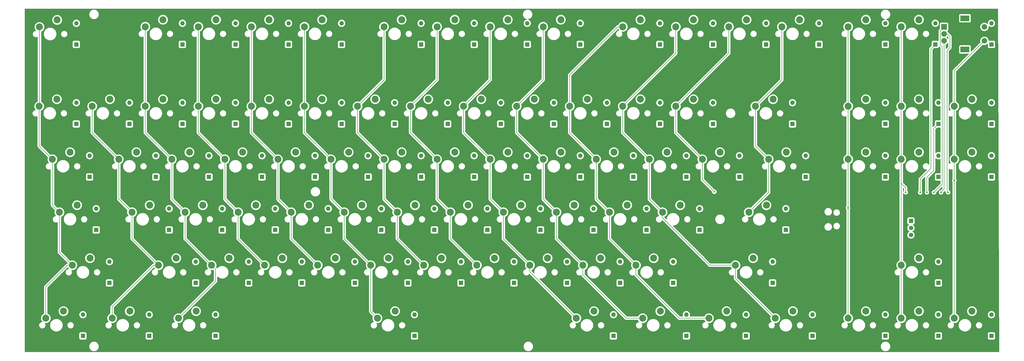
<source format=gbr>
%TF.GenerationSoftware,KiCad,Pcbnew,9.0.6*%
%TF.CreationDate,2025-12-11T01:20:01-06:00*%
%TF.ProjectId,KeyboardPCB,4b657962-6f61-4726-9450-43422e6b6963,rev?*%
%TF.SameCoordinates,Original*%
%TF.FileFunction,Copper,L1,Top*%
%TF.FilePolarity,Positive*%
%FSLAX46Y46*%
G04 Gerber Fmt 4.6, Leading zero omitted, Abs format (unit mm)*
G04 Created by KiCad (PCBNEW 9.0.6) date 2025-12-11 01:20:01*
%MOMM*%
%LPD*%
G01*
G04 APERTURE LIST*
G04 Aperture macros list*
%AMRoundRect*
0 Rectangle with rounded corners*
0 $1 Rounding radius*
0 $2 $3 $4 $5 $6 $7 $8 $9 X,Y pos of 4 corners*
0 Add a 4 corners polygon primitive as box body*
4,1,4,$2,$3,$4,$5,$6,$7,$8,$9,$2,$3,0*
0 Add four circle primitives for the rounded corners*
1,1,$1+$1,$2,$3*
1,1,$1+$1,$4,$5*
1,1,$1+$1,$6,$7*
1,1,$1+$1,$8,$9*
0 Add four rect primitives between the rounded corners*
20,1,$1+$1,$2,$3,$4,$5,0*
20,1,$1+$1,$4,$5,$6,$7,0*
20,1,$1+$1,$6,$7,$8,$9,0*
20,1,$1+$1,$8,$9,$2,$3,0*%
G04 Aperture macros list end*
%TA.AperFunction,ComponentPad*%
%ADD10C,2.500000*%
%TD*%
%TA.AperFunction,ComponentPad*%
%ADD11R,2.000000X2.000000*%
%TD*%
%TA.AperFunction,ComponentPad*%
%ADD12C,2.000000*%
%TD*%
%TA.AperFunction,ComponentPad*%
%ADD13R,3.200000X2.000000*%
%TD*%
%TA.AperFunction,ComponentPad*%
%ADD14R,1.600000X1.600000*%
%TD*%
%TA.AperFunction,ComponentPad*%
%ADD15O,1.600000X1.600000*%
%TD*%
%TA.AperFunction,ComponentPad*%
%ADD16RoundRect,0.200000X-0.600000X0.600000X-0.600000X-0.600000X0.600000X-0.600000X0.600000X0.600000X0*%
%TD*%
%TA.AperFunction,ComponentPad*%
%ADD17C,1.600000*%
%TD*%
%TA.AperFunction,ViaPad*%
%ADD18C,0.600000*%
%TD*%
%TA.AperFunction,Conductor*%
%ADD19C,0.200000*%
%TD*%
G04 APERTURE END LIST*
D10*
%TO.P,S19,1,1*%
%TO.N,Col 2*%
X69215000Y-60960000D03*
%TO.P,S19,2,2*%
%TO.N,Net-(D19-A)*%
X75565000Y-58420000D03*
%TD*%
%TO.P,S26,1,1*%
%TO.N,Col 9*%
X202565000Y-60960000D03*
%TO.P,S26,2,2*%
%TO.N,Net-(D26-A)*%
X208915000Y-58420000D03*
%TD*%
%TO.P,S50,1,1*%
%TO.N,Col 16*%
X359727500Y-80010000D03*
%TO.P,S50,2,2*%
%TO.N,Net-(D50-A)*%
X366077500Y-77470000D03*
%TD*%
%TO.P,S18,1,1*%
%TO.N,Col 1*%
X50165000Y-60960000D03*
%TO.P,S18,2,2*%
%TO.N,Net-(D18-A)*%
X56515000Y-58420000D03*
%TD*%
%TO.P,S20,1,1*%
%TO.N,Col 3*%
X88265000Y-60960000D03*
%TO.P,S20,2,2*%
%TO.N,Net-(D20-A)*%
X94615000Y-58420000D03*
%TD*%
%TO.P,S31,1,1*%
%TO.N,Col 14*%
X321627500Y-60960000D03*
%TO.P,S31,2,2*%
%TO.N,Net-(D31-A)*%
X327977500Y-58420000D03*
%TD*%
%TO.P,S12,1,1*%
%TO.N,Col 12*%
X278765000Y-32385000D03*
%TO.P,S12,2,2*%
%TO.N,Net-(D12-A)*%
X285115000Y-29845000D03*
%TD*%
%TO.P,S11,1,1*%
%TO.N,Col 11*%
X259715000Y-32385000D03*
%TO.P,S11,2,2*%
%TO.N,Net-(D11-A)*%
X266065000Y-29845000D03*
%TD*%
%TO.P,S34,1,1*%
%TO.N,Col 0*%
X35877500Y-80010000D03*
%TO.P,S34,2,2*%
%TO.N,Net-(D34-A)*%
X42227500Y-77470000D03*
%TD*%
%TO.P,S65,1,1*%
%TO.N,Col 1*%
X73977500Y-118110000D03*
%TO.P,S65,2,2*%
%TO.N,Net-(D65-A)*%
X80327500Y-115570000D03*
%TD*%
%TO.P,S84,1,1*%
%TO.N,Col 11*%
X295433750Y-137160000D03*
%TO.P,S84,2,2*%
%TO.N,Net-(D84-A)*%
X301783750Y-134620000D03*
%TD*%
%TO.P,S38,1,1*%
%TO.N,Col 4*%
X116840000Y-80010000D03*
%TO.P,S38,2,2*%
%TO.N,Net-(D38-A)*%
X123190000Y-77470000D03*
%TD*%
%TO.P,S56,1,1*%
%TO.N,Col 5*%
X140652500Y-99060000D03*
%TO.P,S56,2,2*%
%TO.N,Net-(D56-A)*%
X147002500Y-96520000D03*
%TD*%
%TO.P,S3,1,1*%
%TO.N,Col 3*%
X88265000Y-32385000D03*
%TO.P,S3,2,2*%
%TO.N,Net-(D3-A)*%
X94615000Y-29845000D03*
%TD*%
%TO.P,S5,1,1*%
%TO.N,Col 5*%
X126365000Y-32385000D03*
%TO.P,S5,2,2*%
%TO.N,Net-(D5-A)*%
X132715000Y-29845000D03*
%TD*%
%TO.P,S75,1,1*%
%TO.N,Col 11*%
X281146250Y-118110000D03*
%TO.P,S75,2,2*%
%TO.N,Net-(D75-A)*%
X287496250Y-115570000D03*
%TD*%
%TO.P,S43,1,1*%
%TO.N,Col 9*%
X212090000Y-80010000D03*
%TO.P,S43,2,2*%
%TO.N,Net-(D43-A)*%
X218440000Y-77470000D03*
%TD*%
%TO.P,S69,1,1*%
%TO.N,Col 5*%
X150177500Y-118110000D03*
%TO.P,S69,2,2*%
%TO.N,Net-(D69-A)*%
X156527500Y-115570000D03*
%TD*%
%TO.P,S40,1,1*%
%TO.N,Col 6*%
X154940000Y-80010000D03*
%TO.P,S40,2,2*%
%TO.N,Net-(D40-A)*%
X161290000Y-77470000D03*
%TD*%
%TO.P,S87,1,1*%
%TO.N,Col 16*%
X359727500Y-137160000D03*
%TO.P,S87,2,2*%
%TO.N,Net-(D87-A)*%
X366077500Y-134620000D03*
%TD*%
%TO.P,S60,1,1*%
%TO.N,Col 9*%
X216852500Y-99060000D03*
%TO.P,S60,2,2*%
%TO.N,Net-(D60-A)*%
X223202500Y-96520000D03*
%TD*%
%TO.P,S67,1,1*%
%TO.N,Col 3*%
X112077500Y-118110000D03*
%TO.P,S67,2,2*%
%TO.N,Net-(D67-A)*%
X118427500Y-115570000D03*
%TD*%
%TO.P,S41,1,1*%
%TO.N,Col 7*%
X173990000Y-80010000D03*
%TO.P,S41,2,2*%
%TO.N,Net-(D41-A)*%
X180340000Y-77470000D03*
%TD*%
%TO.P,S59,1,1*%
%TO.N,Col 8*%
X197802500Y-99060000D03*
%TO.P,S59,2,2*%
%TO.N,Net-(D59-A)*%
X204152500Y-96520000D03*
%TD*%
%TO.P,S35,1,1*%
%TO.N,Col 1*%
X59690000Y-80010000D03*
%TO.P,S35,2,2*%
%TO.N,Net-(D35-A)*%
X66040000Y-77470000D03*
%TD*%
%TO.P,S22,1,1*%
%TO.N,Col 5*%
X126365000Y-60960000D03*
%TO.P,S22,2,2*%
%TO.N,Net-(D22-A)*%
X132715000Y-58420000D03*
%TD*%
%TO.P,S64,1,1*%
%TO.N,Col 0*%
X43021250Y-118110000D03*
%TO.P,S64,2,2*%
%TO.N,Net-(D64-A)*%
X49371250Y-115570000D03*
%TD*%
%TO.P,S1,1,1*%
%TO.N,Col 0*%
X31225000Y-32450000D03*
%TO.P,S1,2,2*%
%TO.N,Net-(D1-A)*%
X37575000Y-29910000D03*
%TD*%
%TO.P,S8,1,1*%
%TO.N,Col 8*%
X193040000Y-32385000D03*
%TO.P,S8,2,2*%
%TO.N,Net-(D8-A)*%
X199390000Y-29845000D03*
%TD*%
%TO.P,S73,1,1*%
%TO.N,Col 9*%
X226377500Y-118110000D03*
%TO.P,S73,2,2*%
%TO.N,Net-(D73-A)*%
X232727500Y-115570000D03*
%TD*%
%TO.P,S63,1,1*%
%TO.N,Col 13*%
X285908750Y-99060000D03*
%TO.P,S63,2,2*%
%TO.N,Net-(D63-A)*%
X292258750Y-96520000D03*
%TD*%
%TO.P,S32,1,1*%
%TO.N,Col 15*%
X340677500Y-60960000D03*
%TO.P,S32,2,2*%
%TO.N,Net-(D32-A)*%
X347027500Y-58420000D03*
%TD*%
%TO.P,S78,1,1*%
%TO.N,Col 1*%
X57308750Y-137160000D03*
%TO.P,S78,2,2*%
%TO.N,Net-(D78-A)*%
X63658750Y-134620000D03*
%TD*%
%TO.P,S27,1,1*%
%TO.N,Col 10*%
X221615000Y-60960000D03*
%TO.P,S27,2,2*%
%TO.N,Net-(D27-A)*%
X227965000Y-58420000D03*
%TD*%
%TO.P,S76,1,1*%
%TO.N,Col 15*%
X340677500Y-118110000D03*
%TO.P,S76,2,2*%
%TO.N,Net-(D76-A)*%
X347027500Y-115570000D03*
%TD*%
%TO.P,S72,1,1*%
%TO.N,Col 8*%
X207327500Y-118110000D03*
%TO.P,S72,2,2*%
%TO.N,Net-(D72-A)*%
X213677500Y-115570000D03*
%TD*%
%TO.P,S23,1,1*%
%TO.N,Col 6*%
X145415000Y-60960000D03*
%TO.P,S23,2,2*%
%TO.N,Net-(D23-A)*%
X151765000Y-58420000D03*
%TD*%
%TO.P,S52,1,1*%
%TO.N,Col 1*%
X64452500Y-99060000D03*
%TO.P,S52,2,2*%
%TO.N,Net-(D52-A)*%
X70802500Y-96520000D03*
%TD*%
%TO.P,S37,1,1*%
%TO.N,Col 3*%
X97790000Y-80010000D03*
%TO.P,S37,2,2*%
%TO.N,Net-(D37-A)*%
X104140000Y-77470000D03*
%TD*%
%TO.P,S4,1,1*%
%TO.N,Col 4*%
X107315000Y-32385000D03*
%TO.P,S4,2,2*%
%TO.N,Net-(D4-A)*%
X113665000Y-29845000D03*
%TD*%
%TO.P,S62,1,1*%
%TO.N,Col 11*%
X254952500Y-99060000D03*
%TO.P,S62,2,2*%
%TO.N,Net-(D62-A)*%
X261302500Y-96520000D03*
%TD*%
%TO.P,S81,1,1*%
%TO.N,Col 8*%
X223996250Y-137160000D03*
%TO.P,S81,2,2*%
%TO.N,Net-(D81-A)*%
X230346250Y-134620000D03*
%TD*%
%TO.P,S13,1,1*%
%TO.N,Col 13*%
X297815000Y-32385000D03*
%TO.P,S13,2,2*%
%TO.N,Net-(D13-A)*%
X304165000Y-29845000D03*
%TD*%
%TO.P,S85,1,1*%
%TO.N,Col 14*%
X321627500Y-137160000D03*
%TO.P,S85,2,2*%
%TO.N,Net-(D85-A)*%
X327977500Y-134620000D03*
%TD*%
%TO.P,S70,1,1*%
%TO.N,Col 6*%
X169227500Y-118110000D03*
%TO.P,S70,2,2*%
%TO.N,Net-(D70-A)*%
X175577500Y-115570000D03*
%TD*%
%TO.P,S74,1,1*%
%TO.N,Col 10*%
X245427500Y-118110000D03*
%TO.P,S74,2,2*%
%TO.N,Net-(D74-A)*%
X251777500Y-115570000D03*
%TD*%
%TO.P,S82,1,1*%
%TO.N,Col 9*%
X247808750Y-137160000D03*
%TO.P,S82,2,2*%
%TO.N,Net-(D82-A)*%
X254158750Y-134620000D03*
%TD*%
%TO.P,S17,1,1*%
%TO.N,Col 0*%
X31115000Y-60960000D03*
%TO.P,S17,2,2*%
%TO.N,Net-(D17-A)*%
X37465000Y-58420000D03*
%TD*%
%TO.P,S58,1,1*%
%TO.N,Col 7*%
X178752500Y-99060000D03*
%TO.P,S58,2,2*%
%TO.N,Net-(D58-A)*%
X185102500Y-96520000D03*
%TD*%
%TO.P,S7,1,1*%
%TO.N,Col 7*%
X173990000Y-32385000D03*
%TO.P,S7,2,2*%
%TO.N,Net-(D7-A)*%
X180340000Y-29845000D03*
%TD*%
%TO.P,S71,1,1*%
%TO.N,Col 7*%
X188277500Y-118110000D03*
%TO.P,S71,2,2*%
%TO.N,Net-(D71-A)*%
X194627500Y-115570000D03*
%TD*%
%TO.P,S42,1,1*%
%TO.N,Col 8*%
X193040000Y-80010000D03*
%TO.P,S42,2,2*%
%TO.N,Net-(D42-A)*%
X199390000Y-77470000D03*
%TD*%
%TO.P,S80,1,1*%
%TO.N,Col 5*%
X152558750Y-137160000D03*
%TO.P,S80,2,2*%
%TO.N,Net-(D80-A)*%
X158908750Y-134620000D03*
%TD*%
%TO.P,S14,1,1*%
%TO.N,Col 14*%
X321627500Y-32385000D03*
%TO.P,S14,2,2*%
%TO.N,Net-(D14-A)*%
X327977500Y-29845000D03*
%TD*%
%TO.P,S28,1,1*%
%TO.N,Col 11*%
X240665000Y-60960000D03*
%TO.P,S28,2,2*%
%TO.N,Net-(D28-A)*%
X247015000Y-58420000D03*
%TD*%
%TO.P,S57,1,1*%
%TO.N,Col 6*%
X159702500Y-99060000D03*
%TO.P,S57,2,2*%
%TO.N,Net-(D57-A)*%
X166052500Y-96520000D03*
%TD*%
%TO.P,S79,1,1*%
%TO.N,Col 2*%
X81121250Y-137160000D03*
%TO.P,S79,2,2*%
%TO.N,Net-(D79-A)*%
X87471250Y-134620000D03*
%TD*%
%TO.P,S49,1,1*%
%TO.N,Col 15*%
X340677500Y-80010000D03*
%TO.P,S49,2,2*%
%TO.N,Net-(D49-A)*%
X347027500Y-77470000D03*
%TD*%
%TO.P,S54,1,1*%
%TO.N,Col 3*%
X102552500Y-99060000D03*
%TO.P,S54,2,2*%
%TO.N,Net-(D54-A)*%
X108902500Y-96520000D03*
%TD*%
%TO.P,S44,1,1*%
%TO.N,Col 10*%
X231140000Y-80010000D03*
%TO.P,S44,2,2*%
%TO.N,Net-(D44-A)*%
X237490000Y-77470000D03*
%TD*%
%TO.P,S6,1,1*%
%TO.N,Col 6*%
X154940000Y-32385000D03*
%TO.P,S6,2,2*%
%TO.N,Net-(D6-A)*%
X161290000Y-29845000D03*
%TD*%
%TO.P,S33,1,1*%
%TO.N,Col 16*%
X359727500Y-60960000D03*
%TO.P,S33,2,2*%
%TO.N,Net-(D33-A)*%
X366077500Y-58420000D03*
%TD*%
%TO.P,S77,1,1*%
%TO.N,Col 0*%
X33496250Y-137160000D03*
%TO.P,S77,2,2*%
%TO.N,Net-(D77-A)*%
X39846250Y-134620000D03*
%TD*%
%TO.P,S30,1,1*%
%TO.N,Col 13*%
X288290000Y-60960000D03*
%TO.P,S30,2,2*%
%TO.N,Net-(D30-A)*%
X294640000Y-58420000D03*
%TD*%
%TO.P,S66,1,1*%
%TO.N,Col 2*%
X93027500Y-118110000D03*
%TO.P,S66,2,2*%
%TO.N,Net-(D66-A)*%
X99377500Y-115570000D03*
%TD*%
%TO.P,S55,1,1*%
%TO.N,Col 4*%
X121602500Y-99060000D03*
%TO.P,S55,2,2*%
%TO.N,Net-(D55-A)*%
X127952500Y-96520000D03*
%TD*%
%TO.P,S86,1,1*%
%TO.N,Col 15*%
X340677500Y-137160000D03*
%TO.P,S86,2,2*%
%TO.N,Net-(D86-A)*%
X347027500Y-134620000D03*
%TD*%
%TO.P,S24,1,1*%
%TO.N,Col 7*%
X164465000Y-60960000D03*
%TO.P,S24,2,2*%
%TO.N,Net-(D24-A)*%
X170815000Y-58420000D03*
%TD*%
%TO.P,S25,1,1*%
%TO.N,Col 8*%
X183515000Y-60960000D03*
%TO.P,S25,2,2*%
%TO.N,Net-(D25-A)*%
X189865000Y-58420000D03*
%TD*%
%TO.P,S21,1,1*%
%TO.N,Col 4*%
X107315000Y-60960000D03*
%TO.P,S21,2,2*%
%TO.N,Net-(D21-A)*%
X113665000Y-58420000D03*
%TD*%
%TO.P,S2,1,1*%
%TO.N,Col 2*%
X69215000Y-32385000D03*
%TO.P,S2,2,2*%
%TO.N,Net-(D2-A)*%
X75565000Y-29845000D03*
%TD*%
%TO.P,S10,1,1*%
%TO.N,Col 10*%
X240665000Y-32385000D03*
%TO.P,S10,2,2*%
%TO.N,Net-(D10-A)*%
X247015000Y-29845000D03*
%TD*%
%TO.P,S46,1,1*%
%TO.N,Col 12*%
X269240000Y-80010000D03*
%TO.P,S46,2,2*%
%TO.N,Net-(D46-A)*%
X275590000Y-77470000D03*
%TD*%
%TO.P,S51,1,1*%
%TO.N,Col 0*%
X38390000Y-99060000D03*
%TO.P,S51,2,2*%
%TO.N,Net-(D51-A)*%
X44740000Y-96520000D03*
%TD*%
%TO.P,S83,1,1*%
%TO.N,Col 10*%
X271621250Y-137160000D03*
%TO.P,S83,2,2*%
%TO.N,Net-(D83-A)*%
X277971250Y-134620000D03*
%TD*%
%TO.P,S48,1,1*%
%TO.N,Col 14*%
X321627500Y-80010000D03*
%TO.P,S48,2,2*%
%TO.N,Net-(D48-A)*%
X327977500Y-77470000D03*
%TD*%
%TO.P,S45,1,1*%
%TO.N,Col 11*%
X250190000Y-80010000D03*
%TO.P,S45,2,2*%
%TO.N,Net-(D45-A)*%
X256540000Y-77470000D03*
%TD*%
%TO.P,S53,1,1*%
%TO.N,Col 2*%
X83502500Y-99060000D03*
%TO.P,S53,2,2*%
%TO.N,Net-(D53-A)*%
X89852500Y-96520000D03*
%TD*%
%TO.P,S36,1,1*%
%TO.N,Col 2*%
X78740000Y-80010000D03*
%TO.P,S36,2,2*%
%TO.N,Net-(D36-A)*%
X85090000Y-77470000D03*
%TD*%
%TO.P,S9,1,1*%
%TO.N,Col 9*%
X212090000Y-32385000D03*
%TO.P,S9,2,2*%
%TO.N,Net-(D9-A)*%
X218440000Y-29845000D03*
%TD*%
%TO.P,S15,1,1*%
%TO.N,Col 15*%
X340677500Y-32385000D03*
%TO.P,S15,2,2*%
%TO.N,Net-(D15-A)*%
X347027500Y-29845000D03*
%TD*%
%TO.P,S68,1,1*%
%TO.N,Col 4*%
X131127500Y-118110000D03*
%TO.P,S68,2,2*%
%TO.N,Net-(D68-A)*%
X137477500Y-115570000D03*
%TD*%
%TO.P,S39,1,1*%
%TO.N,Col 5*%
X135890000Y-80010000D03*
%TO.P,S39,2,2*%
%TO.N,Net-(D39-A)*%
X142240000Y-77470000D03*
%TD*%
D11*
%TO.P,SW0,A,A*%
%TO.N,DT*%
X356037500Y-32425000D03*
D12*
%TO.P,SW0,B,B*%
%TO.N,CLK*%
X356037500Y-37425000D03*
%TO.P,SW0,C,C*%
%TO.N,GND*%
X356037500Y-34925000D03*
D13*
%TO.P,SW0,MP*%
%TO.N,N/C*%
X363537500Y-29325000D03*
X363537500Y-40525000D03*
D12*
%TO.P,SW0,S1,S1*%
%TO.N,Col 16*%
X370537500Y-37425000D03*
%TO.P,SW0,S2,S2*%
%TO.N,Net-(D16-A)*%
X370537500Y-32425000D03*
%TD*%
D10*
%TO.P,S29,1,1*%
%TO.N,Col 12*%
X259715000Y-60960000D03*
%TO.P,S29,2,2*%
%TO.N,Net-(D29-A)*%
X266065000Y-58420000D03*
%TD*%
%TO.P,S47,1,1*%
%TO.N,Col 13*%
X293052500Y-80010000D03*
%TO.P,S47,2,2*%
%TO.N,Net-(D47-A)*%
X299402500Y-77470000D03*
%TD*%
%TO.P,S61,1,1*%
%TO.N,Col 10*%
X235902500Y-99060000D03*
%TO.P,S61,2,2*%
%TO.N,Net-(D61-A)*%
X242252500Y-96520000D03*
%TD*%
D14*
%TO.P,D37,1,K*%
%TO.N,Row 2*%
X111125000Y-86360000D03*
D15*
%TO.P,D37,2,A*%
%TO.N,Net-(D37-A)*%
X111125000Y-78740000D03*
%TD*%
D14*
%TO.P,D11,1,K*%
%TO.N,Row 0*%
X273050000Y-38735000D03*
D15*
%TO.P,D11,2,A*%
%TO.N,Net-(D11-A)*%
X273050000Y-31115000D03*
%TD*%
D14*
%TO.P,D19,1,K*%
%TO.N,Row 1*%
X82550000Y-67310000D03*
D15*
%TO.P,D19,2,A*%
%TO.N,Net-(D19-A)*%
X82550000Y-59690000D03*
%TD*%
D14*
%TO.P,D25,1,K*%
%TO.N,Row 1*%
X196850000Y-67310000D03*
D15*
%TO.P,D25,2,A*%
%TO.N,Net-(D25-A)*%
X196850000Y-59690000D03*
%TD*%
D14*
%TO.P,D26,1,K*%
%TO.N,Row 1*%
X215900000Y-67310000D03*
D15*
%TO.P,D26,2,A*%
%TO.N,Net-(D26-A)*%
X215900000Y-59690000D03*
%TD*%
D14*
%TO.P,D2,1,K*%
%TO.N,Row 0*%
X82550000Y-38735000D03*
D15*
%TO.P,D2,2,A*%
%TO.N,Net-(D2-A)*%
X82550000Y-31115000D03*
%TD*%
D14*
%TO.P,D33,1,K*%
%TO.N,Row 1*%
X373062500Y-67310000D03*
D15*
%TO.P,D33,2,A*%
%TO.N,Net-(D33-A)*%
X373062500Y-59690000D03*
%TD*%
D14*
%TO.P,D71,1,K*%
%TO.N,Row 4*%
X201612500Y-124460000D03*
D15*
%TO.P,D71,2,A*%
%TO.N,Net-(D71-A)*%
X201612500Y-116840000D03*
%TD*%
D14*
%TO.P,D22,1,K*%
%TO.N,Row 1*%
X139700000Y-67310000D03*
D15*
%TO.P,D22,2,A*%
%TO.N,Net-(D22-A)*%
X139700000Y-59690000D03*
%TD*%
D14*
%TO.P,D42,1,K*%
%TO.N,Row 2*%
X206375000Y-86360000D03*
D15*
%TO.P,D42,2,A*%
%TO.N,Net-(D42-A)*%
X206375000Y-78740000D03*
%TD*%
D14*
%TO.P,D38,1,K*%
%TO.N,Row 2*%
X130175000Y-86360000D03*
D15*
%TO.P,D38,2,A*%
%TO.N,Net-(D38-A)*%
X130175000Y-78740000D03*
%TD*%
D14*
%TO.P,D54,1,K*%
%TO.N,Row 3*%
X115887500Y-105410000D03*
D15*
%TO.P,D54,2,A*%
%TO.N,Net-(D54-A)*%
X115887500Y-97790000D03*
%TD*%
D14*
%TO.P,D4,1,K*%
%TO.N,Row 0*%
X120650000Y-38735000D03*
D15*
%TO.P,D4,2,A*%
%TO.N,Net-(D4-A)*%
X120650000Y-31115000D03*
%TD*%
D14*
%TO.P,D61,1,K*%
%TO.N,Row 3*%
X249237500Y-105410000D03*
D15*
%TO.P,D61,2,A*%
%TO.N,Net-(D61-A)*%
X249237500Y-97790000D03*
%TD*%
D14*
%TO.P,D85,1,K*%
%TO.N,Row 5*%
X334962500Y-143510000D03*
D15*
%TO.P,D85,2,A*%
%TO.N,Net-(D85-A)*%
X334962500Y-135890000D03*
%TD*%
D14*
%TO.P,D36,1,K*%
%TO.N,Row 2*%
X92075000Y-86360000D03*
D15*
%TO.P,D36,2,A*%
%TO.N,Net-(D36-A)*%
X92075000Y-78740000D03*
%TD*%
D14*
%TO.P,D87,1,K*%
%TO.N,Row 5*%
X373062500Y-143510000D03*
D15*
%TO.P,D87,2,A*%
%TO.N,Net-(D87-A)*%
X373062500Y-135890000D03*
%TD*%
D14*
%TO.P,D3,1,K*%
%TO.N,Row 0*%
X101600000Y-38735000D03*
D15*
%TO.P,D3,2,A*%
%TO.N,Net-(D3-A)*%
X101600000Y-31115000D03*
%TD*%
D14*
%TO.P,D14,1,K*%
%TO.N,Row 0*%
X334962500Y-38735000D03*
D15*
%TO.P,D14,2,A*%
%TO.N,Net-(D14-A)*%
X334962500Y-31115000D03*
%TD*%
D14*
%TO.P,D55,1,K*%
%TO.N,Row 3*%
X134937500Y-105410000D03*
D15*
%TO.P,D55,2,A*%
%TO.N,Net-(D55-A)*%
X134937500Y-97790000D03*
%TD*%
D14*
%TO.P,D62,1,K*%
%TO.N,Row 3*%
X268287500Y-105410000D03*
D15*
%TO.P,D62,2,A*%
%TO.N,Net-(D62-A)*%
X268287500Y-97790000D03*
%TD*%
D14*
%TO.P,D27,1,K*%
%TO.N,Row 1*%
X234950000Y-67310000D03*
D15*
%TO.P,D27,2,A*%
%TO.N,Net-(D27-A)*%
X234950000Y-59690000D03*
%TD*%
D14*
%TO.P,D30,1,K*%
%TO.N,Row 1*%
X301625000Y-67310000D03*
D15*
%TO.P,D30,2,A*%
%TO.N,Net-(D30-A)*%
X301625000Y-59690000D03*
%TD*%
D14*
%TO.P,D31,1,K*%
%TO.N,Row 1*%
X334962500Y-67310000D03*
D15*
%TO.P,D31,2,A*%
%TO.N,Net-(D31-A)*%
X334962500Y-59690000D03*
%TD*%
D14*
%TO.P,D77,1,K*%
%TO.N,Row 5*%
X46831250Y-143510000D03*
D15*
%TO.P,D77,2,A*%
%TO.N,Net-(D77-A)*%
X46831250Y-135890000D03*
%TD*%
D14*
%TO.P,D66,1,K*%
%TO.N,Row 4*%
X106362500Y-124460000D03*
D15*
%TO.P,D66,2,A*%
%TO.N,Net-(D66-A)*%
X106362500Y-116840000D03*
%TD*%
D14*
%TO.P,D12,1,K*%
%TO.N,Row 0*%
X292100000Y-38735000D03*
D15*
%TO.P,D12,2,A*%
%TO.N,Net-(D12-A)*%
X292100000Y-31115000D03*
%TD*%
D16*
%TO.P,A0,D1*%
%TO.N,N/C*%
X344155000Y-102184100D03*
D17*
%TO.P,A0,D2*%
X344155000Y-104724100D03*
%TO.P,A0,D3*%
X344155000Y-107264100D03*
%TD*%
D14*
%TO.P,D73,1,K*%
%TO.N,Row 4*%
X239712500Y-124460000D03*
D15*
%TO.P,D73,2,A*%
%TO.N,Net-(D73-A)*%
X239712500Y-116840000D03*
%TD*%
D14*
%TO.P,D75,1,K*%
%TO.N,Row 4*%
X294481250Y-124460000D03*
D15*
%TO.P,D75,2,A*%
%TO.N,Net-(D75-A)*%
X294481250Y-116840000D03*
%TD*%
D14*
%TO.P,D29,1,K*%
%TO.N,Row 1*%
X273050000Y-67310000D03*
D15*
%TO.P,D29,2,A*%
%TO.N,Net-(D29-A)*%
X273050000Y-59690000D03*
%TD*%
D14*
%TO.P,D82,1,K*%
%TO.N,Row 5*%
X263525000Y-143510000D03*
D15*
%TO.P,D82,2,A*%
%TO.N,Net-(D82-A)*%
X263525000Y-135890000D03*
%TD*%
D14*
%TO.P,D6,1,K*%
%TO.N,Row 0*%
X168275000Y-38735000D03*
D15*
%TO.P,D6,2,A*%
%TO.N,Net-(D6-A)*%
X168275000Y-31115000D03*
%TD*%
D14*
%TO.P,D10,1,K*%
%TO.N,Row 0*%
X254000000Y-38735000D03*
D15*
%TO.P,D10,2,A*%
%TO.N,Net-(D10-A)*%
X254000000Y-31115000D03*
%TD*%
D14*
%TO.P,D41,1,K*%
%TO.N,Row 2*%
X187325000Y-86360000D03*
D15*
%TO.P,D41,2,A*%
%TO.N,Net-(D41-A)*%
X187325000Y-78740000D03*
%TD*%
D14*
%TO.P,D60,1,K*%
%TO.N,Row 3*%
X230187500Y-105410000D03*
D15*
%TO.P,D60,2,A*%
%TO.N,Net-(D60-A)*%
X230187500Y-97790000D03*
%TD*%
D14*
%TO.P,D81,1,K*%
%TO.N,Row 5*%
X237331250Y-143510000D03*
D15*
%TO.P,D81,2,A*%
%TO.N,Net-(D81-A)*%
X237331250Y-135890000D03*
%TD*%
D14*
%TO.P,D28,1,K*%
%TO.N,Row 1*%
X254000000Y-67310000D03*
D15*
%TO.P,D28,2,A*%
%TO.N,Net-(D28-A)*%
X254000000Y-59690000D03*
%TD*%
D14*
%TO.P,D46,1,K*%
%TO.N,Row 2*%
X282575000Y-86360000D03*
D15*
%TO.P,D46,2,A*%
%TO.N,Net-(D46-A)*%
X282575000Y-78740000D03*
%TD*%
D14*
%TO.P,D8,1,K*%
%TO.N,Row 0*%
X206375000Y-38735000D03*
D15*
%TO.P,D8,2,A*%
%TO.N,Net-(D8-A)*%
X206375000Y-31115000D03*
%TD*%
D14*
%TO.P,D65,1,K*%
%TO.N,Row 4*%
X87312500Y-124460000D03*
D15*
%TO.P,D65,2,A*%
%TO.N,Net-(D65-A)*%
X87312500Y-116840000D03*
%TD*%
D14*
%TO.P,D53,1,K*%
%TO.N,Row 3*%
X96837500Y-105410000D03*
D15*
%TO.P,D53,2,A*%
%TO.N,Net-(D53-A)*%
X96837500Y-97790000D03*
%TD*%
D14*
%TO.P,D78,1,K*%
%TO.N,Row 5*%
X70643750Y-143510000D03*
D15*
%TO.P,D78,2,A*%
%TO.N,Net-(D78-A)*%
X70643750Y-135890000D03*
%TD*%
D14*
%TO.P,D13,1,K*%
%TO.N,Row 0*%
X311150000Y-38735000D03*
D15*
%TO.P,D13,2,A*%
%TO.N,Net-(D13-A)*%
X311150000Y-31115000D03*
%TD*%
D14*
%TO.P,D69,1,K*%
%TO.N,Row 4*%
X163512500Y-124460000D03*
D15*
%TO.P,D69,2,A*%
%TO.N,Net-(D69-A)*%
X163512500Y-116840000D03*
%TD*%
D14*
%TO.P,D52,1,K*%
%TO.N,Row 3*%
X77787500Y-105410000D03*
D15*
%TO.P,D52,2,A*%
%TO.N,Net-(D52-A)*%
X77787500Y-97790000D03*
%TD*%
D14*
%TO.P,D45,1,K*%
%TO.N,Row 2*%
X263525000Y-86360000D03*
D15*
%TO.P,D45,2,A*%
%TO.N,Net-(D45-A)*%
X263525000Y-78740000D03*
%TD*%
D14*
%TO.P,D50,1,K*%
%TO.N,Row 2*%
X373062500Y-86360000D03*
D15*
%TO.P,D50,2,A*%
%TO.N,Net-(D50-A)*%
X373062500Y-78740000D03*
%TD*%
D14*
%TO.P,D80,1,K*%
%TO.N,Row 5*%
X165893750Y-143510000D03*
D15*
%TO.P,D80,2,A*%
%TO.N,Net-(D80-A)*%
X165893750Y-135890000D03*
%TD*%
D14*
%TO.P,D35,1,K*%
%TO.N,Row 2*%
X73025000Y-86360000D03*
D15*
%TO.P,D35,2,A*%
%TO.N,Net-(D35-A)*%
X73025000Y-78740000D03*
%TD*%
D14*
%TO.P,D23,1,K*%
%TO.N,Row 1*%
X158750000Y-67310000D03*
D15*
%TO.P,D23,2,A*%
%TO.N,Net-(D23-A)*%
X158750000Y-59690000D03*
%TD*%
D14*
%TO.P,D9,1,K*%
%TO.N,Row 0*%
X225425000Y-38735000D03*
D15*
%TO.P,D9,2,A*%
%TO.N,Net-(D9-A)*%
X225425000Y-31115000D03*
%TD*%
D14*
%TO.P,D76,1,K*%
%TO.N,Row 4*%
X354012500Y-124460000D03*
D15*
%TO.P,D76,2,A*%
%TO.N,Net-(D76-A)*%
X354012500Y-116840000D03*
%TD*%
D14*
%TO.P,D72,1,K*%
%TO.N,Row 4*%
X220662500Y-124460000D03*
D15*
%TO.P,D72,2,A*%
%TO.N,Net-(D72-A)*%
X220662500Y-116840000D03*
%TD*%
D14*
%TO.P,D57,1,K*%
%TO.N,Row 3*%
X173037500Y-105410000D03*
D15*
%TO.P,D57,2,A*%
%TO.N,Net-(D57-A)*%
X173037500Y-97790000D03*
%TD*%
D14*
%TO.P,D1,1,K*%
%TO.N,Row 0*%
X44450000Y-38735000D03*
D15*
%TO.P,D1,2,A*%
%TO.N,Net-(D1-A)*%
X44450000Y-31115000D03*
%TD*%
D14*
%TO.P,D20,1,K*%
%TO.N,Row 1*%
X101600000Y-67310000D03*
D15*
%TO.P,D20,2,A*%
%TO.N,Net-(D20-A)*%
X101600000Y-59690000D03*
%TD*%
D14*
%TO.P,D21,1,K*%
%TO.N,Row 1*%
X120650000Y-67310000D03*
D15*
%TO.P,D21,2,A*%
%TO.N,Net-(D21-A)*%
X120650000Y-59690000D03*
%TD*%
D14*
%TO.P,D32,1,K*%
%TO.N,Row 1*%
X354012500Y-67310000D03*
D15*
%TO.P,D32,2,A*%
%TO.N,Net-(D32-A)*%
X354012500Y-59690000D03*
%TD*%
D14*
%TO.P,D58,1,K*%
%TO.N,Row 3*%
X192087500Y-105410000D03*
D15*
%TO.P,D58,2,A*%
%TO.N,Net-(D58-A)*%
X192087500Y-97790000D03*
%TD*%
D14*
%TO.P,D43,1,K*%
%TO.N,Row 2*%
X225425000Y-86360000D03*
D15*
%TO.P,D43,2,A*%
%TO.N,Net-(D43-A)*%
X225425000Y-78740000D03*
%TD*%
D14*
%TO.P,D47,1,K*%
%TO.N,Row 2*%
X306387500Y-86360000D03*
D15*
%TO.P,D47,2,A*%
%TO.N,Net-(D47-A)*%
X306387500Y-78740000D03*
%TD*%
D14*
%TO.P,D18,1,K*%
%TO.N,Row 1*%
X63500000Y-67310000D03*
D15*
%TO.P,D18,2,A*%
%TO.N,Net-(D18-A)*%
X63500000Y-59690000D03*
%TD*%
D14*
%TO.P,D64,1,K*%
%TO.N,Row 4*%
X56356250Y-124460000D03*
D15*
%TO.P,D64,2,A*%
%TO.N,Net-(D64-A)*%
X56356250Y-116840000D03*
%TD*%
D14*
%TO.P,D49,1,K*%
%TO.N,Row 2*%
X354012500Y-86360000D03*
D15*
%TO.P,D49,2,A*%
%TO.N,Net-(D49-A)*%
X354012500Y-78740000D03*
%TD*%
D14*
%TO.P,D16,1,K*%
%TO.N,Row 0*%
X373062500Y-38735000D03*
D15*
%TO.P,D16,2,A*%
%TO.N,Net-(D16-A)*%
X373062500Y-31115000D03*
%TD*%
D14*
%TO.P,D51,1,K*%
%TO.N,Row 3*%
X51593750Y-105410000D03*
D15*
%TO.P,D51,2,A*%
%TO.N,Net-(D51-A)*%
X51593750Y-97790000D03*
%TD*%
D14*
%TO.P,D15,1,K*%
%TO.N,Row 0*%
X352900000Y-38735000D03*
D15*
%TO.P,D15,2,A*%
%TO.N,Net-(D15-A)*%
X352900000Y-31115000D03*
%TD*%
D14*
%TO.P,D39,1,K*%
%TO.N,Row 2*%
X149225000Y-86360000D03*
D15*
%TO.P,D39,2,A*%
%TO.N,Net-(D39-A)*%
X149225000Y-78740000D03*
%TD*%
D14*
%TO.P,D59,1,K*%
%TO.N,Row 3*%
X211137500Y-105410000D03*
D15*
%TO.P,D59,2,A*%
%TO.N,Net-(D59-A)*%
X211137500Y-97790000D03*
%TD*%
D14*
%TO.P,D67,1,K*%
%TO.N,Row 4*%
X125412500Y-124460000D03*
D15*
%TO.P,D67,2,A*%
%TO.N,Net-(D67-A)*%
X125412500Y-116840000D03*
%TD*%
D14*
%TO.P,D34,1,K*%
%TO.N,Row 2*%
X49212500Y-86360000D03*
D15*
%TO.P,D34,2,A*%
%TO.N,Net-(D34-A)*%
X49212500Y-78740000D03*
%TD*%
D14*
%TO.P,D63,1,K*%
%TO.N,Row 3*%
X299243750Y-105410000D03*
D15*
%TO.P,D63,2,A*%
%TO.N,Net-(D63-A)*%
X299243750Y-97790000D03*
%TD*%
D14*
%TO.P,D24,1,K*%
%TO.N,Row 1*%
X177800000Y-67310000D03*
D15*
%TO.P,D24,2,A*%
%TO.N,Net-(D24-A)*%
X177800000Y-59690000D03*
%TD*%
D14*
%TO.P,D68,1,K*%
%TO.N,Row 4*%
X144462500Y-124460000D03*
D15*
%TO.P,D68,2,A*%
%TO.N,Net-(D68-A)*%
X144462500Y-116840000D03*
%TD*%
D14*
%TO.P,D84,1,K*%
%TO.N,Row 5*%
X308768750Y-143510000D03*
D15*
%TO.P,D84,2,A*%
%TO.N,Net-(D84-A)*%
X308768750Y-135890000D03*
%TD*%
D14*
%TO.P,D5,1,K*%
%TO.N,Row 0*%
X139700000Y-38735000D03*
D15*
%TO.P,D5,2,A*%
%TO.N,Net-(D5-A)*%
X139700000Y-31115000D03*
%TD*%
D14*
%TO.P,D44,1,K*%
%TO.N,Row 2*%
X244475000Y-86360000D03*
D15*
%TO.P,D44,2,A*%
%TO.N,Net-(D44-A)*%
X244475000Y-78740000D03*
%TD*%
D14*
%TO.P,D56,1,K*%
%TO.N,Row 3*%
X153987500Y-105410000D03*
D15*
%TO.P,D56,2,A*%
%TO.N,Net-(D56-A)*%
X153987500Y-97790000D03*
%TD*%
D14*
%TO.P,D74,1,K*%
%TO.N,Row 4*%
X258762500Y-124460000D03*
D15*
%TO.P,D74,2,A*%
%TO.N,Net-(D74-A)*%
X258762500Y-116840000D03*
%TD*%
D14*
%TO.P,D86,1,K*%
%TO.N,Row 5*%
X354012500Y-143510000D03*
D15*
%TO.P,D86,2,A*%
%TO.N,Net-(D86-A)*%
X354012500Y-135890000D03*
%TD*%
D14*
%TO.P,D79,1,K*%
%TO.N,Row 5*%
X94456250Y-143510000D03*
D15*
%TO.P,D79,2,A*%
%TO.N,Net-(D79-A)*%
X94456250Y-135890000D03*
%TD*%
D14*
%TO.P,D70,1,K*%
%TO.N,Row 4*%
X182562500Y-124460000D03*
D15*
%TO.P,D70,2,A*%
%TO.N,Net-(D70-A)*%
X182562500Y-116840000D03*
%TD*%
D14*
%TO.P,D48,1,K*%
%TO.N,Row 2*%
X334962500Y-86360000D03*
D15*
%TO.P,D48,2,A*%
%TO.N,Net-(D48-A)*%
X334962500Y-78740000D03*
%TD*%
D14*
%TO.P,D17,1,K*%
%TO.N,Row 1*%
X44450000Y-67310000D03*
D15*
%TO.P,D17,2,A*%
%TO.N,Net-(D17-A)*%
X44450000Y-59690000D03*
%TD*%
D14*
%TO.P,D7,1,K*%
%TO.N,Row 0*%
X187325000Y-38735000D03*
D15*
%TO.P,D7,2,A*%
%TO.N,Net-(D7-A)*%
X187325000Y-31115000D03*
%TD*%
D14*
%TO.P,D40,1,K*%
%TO.N,Row 2*%
X168275000Y-86360000D03*
D15*
%TO.P,D40,2,A*%
%TO.N,Net-(D40-A)*%
X168275000Y-78740000D03*
%TD*%
D14*
%TO.P,D83,1,K*%
%TO.N,Row 5*%
X284956250Y-143510000D03*
D15*
%TO.P,D83,2,A*%
%TO.N,Net-(D83-A)*%
X284956250Y-135890000D03*
%TD*%
D18*
%TO.N,GND*%
X357505000Y-91910000D03*
%TO.N,Col 14*%
X321564000Y-97536000D03*
%TO.N,CLK*%
X354965000Y-91910000D03*
%TO.N,Col 15*%
X342265000Y-91910000D03*
%TO.N,Col 16*%
X359727500Y-87630000D03*
%TO.N,Col 12*%
X273558000Y-91694000D03*
%TO.N,DT*%
X352425000Y-91910000D03*
%TO.N,Row 1*%
X349885000Y-91910000D03*
%TO.N,Row 0*%
X347472000Y-91948000D03*
%TD*%
D19*
%TO.N,GND*%
X356037500Y-34925000D02*
X357251000Y-34925000D01*
X357124000Y-40894000D02*
X357124000Y-91529000D01*
X357251000Y-34925000D02*
X358140000Y-35814000D01*
X358140000Y-39878000D02*
X357124000Y-40894000D01*
X357124000Y-91529000D02*
X357505000Y-91910000D01*
X358140000Y-35814000D02*
X358140000Y-39878000D01*
%TO.N,Col 5*%
X126365000Y-70485000D02*
X135890000Y-80010000D01*
X140652500Y-108585000D02*
X150177500Y-118110000D01*
X135890000Y-80010000D02*
X135890000Y-94297500D01*
X140652500Y-99060000D02*
X140652500Y-108585000D01*
X126365000Y-60960000D02*
X126365000Y-70485000D01*
X126365000Y-32385000D02*
X126365000Y-60960000D01*
X150177500Y-134778750D02*
X152558750Y-137160000D01*
X135890000Y-94297500D02*
X140652500Y-99060000D01*
X150177500Y-118110000D02*
X150177500Y-134778750D01*
%TO.N,Col 1*%
X64452500Y-108585000D02*
X73977500Y-118110000D01*
X73977500Y-118110000D02*
X72209734Y-118110000D01*
X50165000Y-70485000D02*
X59690000Y-80010000D01*
X59690000Y-80010000D02*
X59690000Y-94297500D01*
X50165000Y-60960000D02*
X50165000Y-70485000D01*
X57308750Y-133010984D02*
X57308750Y-137160000D01*
X64452500Y-99060000D02*
X64452500Y-108585000D01*
X72209734Y-118110000D02*
X57308750Y-133010984D01*
X59690000Y-94297500D02*
X64452500Y-99060000D01*
%TO.N,Col 14*%
X321627500Y-32385000D02*
X321627500Y-60960000D01*
X321627500Y-60960000D02*
X321627500Y-80010000D01*
X321627500Y-80010000D02*
X321627500Y-137160000D01*
%TO.N,Col 9*%
X216852500Y-99060000D02*
X212090000Y-94297500D01*
X216852500Y-99060000D02*
X216852500Y-108585000D01*
X216852500Y-108585000D02*
X226377500Y-118110000D01*
X202565000Y-60960000D02*
X202565000Y-70485000D01*
X226377500Y-121602500D02*
X241935000Y-137160000D01*
X241935000Y-137160000D02*
X247808750Y-137160000D01*
X212090000Y-51435000D02*
X202565000Y-60960000D01*
X212090000Y-32385000D02*
X212090000Y-51435000D01*
X226377500Y-118110000D02*
X226377500Y-121602500D01*
X202565000Y-70485000D02*
X212090000Y-80010000D01*
X212090000Y-94297500D02*
X212090000Y-80010000D01*
%TO.N,Col 7*%
X173990000Y-80010000D02*
X173990000Y-94297500D01*
X173990000Y-94297500D02*
X178752500Y-99060000D01*
X164465000Y-70485000D02*
X173990000Y-80010000D01*
X173990000Y-51435000D02*
X164465000Y-60960000D01*
X178752500Y-108585000D02*
X188277500Y-118110000D01*
X178752500Y-99060000D02*
X178752500Y-108585000D01*
X173990000Y-32385000D02*
X173990000Y-51435000D01*
X164465000Y-60960000D02*
X164465000Y-70485000D01*
%TO.N,CLK*%
X356037500Y-90837500D02*
X354965000Y-91910000D01*
X356037500Y-90837500D02*
X356037500Y-37425000D01*
%TO.N,Col 15*%
X342265000Y-91910000D02*
X342265000Y-90233500D01*
X342265000Y-90233500D02*
X340677500Y-88646000D01*
X340677500Y-88646000D02*
X340677500Y-118110000D01*
X340677500Y-32385000D02*
X340677500Y-60960000D01*
X340677500Y-137160000D02*
X340677500Y-118110000D01*
X340677500Y-88646000D02*
X340677500Y-80010000D01*
X340677500Y-60960000D02*
X340677500Y-80010000D01*
%TO.N,Col 0*%
X35877500Y-80010000D02*
X35877500Y-96547500D01*
X35877500Y-96547500D02*
X38390000Y-99060000D01*
X31115000Y-60960000D02*
X31115000Y-75247500D01*
X31225000Y-60850000D02*
X31115000Y-60960000D01*
X41253484Y-118110000D02*
X33496250Y-125867234D01*
X33496250Y-125867234D02*
X33496250Y-137160000D01*
X38390000Y-113478750D02*
X43021250Y-118110000D01*
X31115000Y-75247500D02*
X35877500Y-80010000D01*
X43021250Y-118110000D02*
X41253484Y-118110000D01*
X31225000Y-32450000D02*
X31225000Y-60850000D01*
X38390000Y-99060000D02*
X38390000Y-113478750D01*
%TO.N,Col 16*%
X359727500Y-48235000D02*
X359727500Y-60960000D01*
X359727500Y-137160000D02*
X359727500Y-87630000D01*
X359727500Y-87630000D02*
X359727500Y-80010000D01*
X359727500Y-60960000D02*
X359727500Y-80010000D01*
X370537500Y-37425000D02*
X359727500Y-48235000D01*
%TO.N,Col 10*%
X271621250Y-137160000D02*
X260985000Y-137160000D01*
X235902500Y-108585000D02*
X235902500Y-99060000D01*
X221615000Y-60960000D02*
X221615000Y-70485000D01*
X245427500Y-121602500D02*
X245427500Y-118110000D01*
X238897234Y-32385000D02*
X221615000Y-49667234D01*
X245427500Y-118110000D02*
X235902500Y-108585000D01*
X221615000Y-49667234D02*
X221615000Y-60960000D01*
X240665000Y-32385000D02*
X238897234Y-32385000D01*
X260985000Y-137160000D02*
X245427500Y-121602500D01*
X235902500Y-99060000D02*
X231140000Y-94297500D01*
X221615000Y-70485000D02*
X231140000Y-80010000D01*
X231140000Y-94297500D02*
X231140000Y-80010000D01*
%TO.N,Col 6*%
X154940000Y-94297500D02*
X159702500Y-99060000D01*
X154940000Y-51435000D02*
X145415000Y-60960000D01*
X154940000Y-80010000D02*
X154940000Y-94297500D01*
X154940000Y-32385000D02*
X154940000Y-51435000D01*
X159702500Y-108585000D02*
X159702500Y-99060000D01*
X169227500Y-118110000D02*
X159702500Y-108585000D01*
X145415000Y-60960000D02*
X145415000Y-70485000D01*
X145415000Y-70485000D02*
X154940000Y-80010000D01*
%TO.N,Col 2*%
X93027500Y-118110000D02*
X83502500Y-108585000D01*
X94456250Y-119538750D02*
X93027500Y-118110000D01*
X78740000Y-94297500D02*
X78740000Y-80010000D01*
X69215000Y-70485000D02*
X78740000Y-80010000D01*
X69215000Y-32385000D02*
X69215000Y-60960000D01*
X69215000Y-60960000D02*
X69215000Y-70485000D01*
X81121250Y-137160000D02*
X94456250Y-123825000D01*
X83502500Y-99060000D02*
X78740000Y-94297500D01*
X94456250Y-123825000D02*
X94456250Y-119538750D01*
X83502500Y-108585000D02*
X83502500Y-99060000D01*
%TO.N,Col 11*%
X254952500Y-101114816D02*
X271947684Y-118110000D01*
X254952500Y-99060000D02*
X254952500Y-101114816D01*
X259715000Y-41910000D02*
X240665000Y-60960000D01*
X250190000Y-94297500D02*
X254952500Y-99060000D01*
X240665000Y-70485000D02*
X250190000Y-80010000D01*
X259715000Y-32385000D02*
X259715000Y-41910000D01*
X271947684Y-118110000D02*
X281146250Y-118110000D01*
X281146250Y-122872500D02*
X295433750Y-137160000D01*
X281146250Y-118110000D02*
X281146250Y-122872500D01*
X240665000Y-60960000D02*
X240665000Y-70485000D01*
X250190000Y-80010000D02*
X250190000Y-94297500D01*
%TO.N,Col 12*%
X278765000Y-32385000D02*
X278765000Y-41910000D01*
X278765000Y-41910000D02*
X259715000Y-60960000D01*
X259715000Y-70485000D02*
X269240000Y-80010000D01*
X269240000Y-80010000D02*
X269240000Y-87376000D01*
X259715000Y-60960000D02*
X259715000Y-70485000D01*
X269240000Y-87376000D02*
X273558000Y-91694000D01*
%TO.N,DT*%
X355346000Y-88989000D02*
X355346000Y-39624000D01*
X352425000Y-91910000D02*
X355346000Y-88989000D01*
X354736500Y-33726000D02*
X354736500Y-39014500D01*
X354736500Y-39014500D02*
X355346000Y-39624000D01*
X356037500Y-32425000D02*
X354736500Y-33726000D01*
%TO.N,Row 1*%
X349885000Y-86487000D02*
X352298000Y-84074000D01*
X349885000Y-91910000D02*
X349885000Y-86487000D01*
X352298000Y-69024500D02*
X354012500Y-67310000D01*
X352298000Y-84074000D02*
X352298000Y-69024500D01*
%TO.N,Col 4*%
X107315000Y-32385000D02*
X107315000Y-60960000D01*
X121602500Y-99060000D02*
X116840000Y-94297500D01*
X116840000Y-94297500D02*
X116840000Y-80010000D01*
X116840000Y-80010000D02*
X107315000Y-70485000D01*
X131127500Y-118110000D02*
X121602500Y-108585000D01*
X107315000Y-70485000D02*
X107315000Y-60960000D01*
X121602500Y-108585000D02*
X121602500Y-99060000D01*
%TO.N,Row 0*%
X351282000Y-40353000D02*
X351282000Y-83312000D01*
X352425000Y-39210000D02*
X352900000Y-38735000D01*
X351282000Y-83312000D02*
X347472000Y-87122000D01*
X352900000Y-38735000D02*
X351282000Y-40353000D01*
X347472000Y-87122000D02*
X347472000Y-91948000D01*
%TO.N,Col 13*%
X293052500Y-80010000D02*
X293052500Y-91916250D01*
X297815000Y-32385000D02*
X297815000Y-51435000D01*
X288290000Y-75247500D02*
X288290000Y-60960000D01*
X297815000Y-51435000D02*
X288290000Y-60960000D01*
X293052500Y-91916250D02*
X285908750Y-99060000D01*
X293052500Y-80010000D02*
X288290000Y-75247500D01*
%TO.N,Col 8*%
X207327500Y-120491250D02*
X207327500Y-118110000D01*
X197802500Y-108585000D02*
X197802500Y-99060000D01*
X207327500Y-118110000D02*
X197802500Y-108585000D01*
X183515000Y-60960000D02*
X193040000Y-51435000D01*
X223996250Y-137160000D02*
X207327500Y-120491250D01*
X193040000Y-51435000D02*
X193040000Y-32385000D01*
X193040000Y-94297500D02*
X193040000Y-80010000D01*
X183515000Y-70485000D02*
X183515000Y-60960000D01*
X193040000Y-80010000D02*
X183515000Y-70485000D01*
X197802500Y-99060000D02*
X193040000Y-94297500D01*
%TO.N,Col 3*%
X88265000Y-60960000D02*
X88265000Y-70485000D01*
X88265000Y-70485000D02*
X97790000Y-80010000D01*
X102552500Y-108585000D02*
X102552500Y-99060000D01*
X88265000Y-32385000D02*
X88265000Y-60960000D01*
X97790000Y-94297500D02*
X102552500Y-99060000D01*
X97790000Y-80010000D02*
X97790000Y-94297500D01*
X112077500Y-118110000D02*
X102552500Y-108585000D01*
%TD*%
%TA.AperFunction,NonConductor*%
G36*
X375364925Y-25920185D02*
G01*
X375410680Y-25972989D01*
X375421884Y-26024024D01*
X375892534Y-149020498D01*
X375893355Y-149235026D01*
X375873927Y-149302140D01*
X375821299Y-149348096D01*
X375769356Y-149359500D01*
X26024500Y-149359500D01*
X25957461Y-149339815D01*
X25911706Y-149287011D01*
X25900500Y-149235500D01*
X25900500Y-147208549D01*
X49099500Y-147208549D01*
X49099500Y-147431450D01*
X49099501Y-147431466D01*
X49128594Y-147652452D01*
X49128595Y-147652457D01*
X49128596Y-147652463D01*
X49186290Y-147867780D01*
X49186293Y-147867790D01*
X49271593Y-148073722D01*
X49271595Y-148073726D01*
X49383052Y-148266774D01*
X49383057Y-148266780D01*
X49383058Y-148266782D01*
X49518751Y-148443622D01*
X49518757Y-148443629D01*
X49676370Y-148601242D01*
X49676376Y-148601247D01*
X49853226Y-148736948D01*
X50046274Y-148848405D01*
X50252219Y-148933710D01*
X50467537Y-148991404D01*
X50688543Y-149020500D01*
X50688550Y-149020500D01*
X50911450Y-149020500D01*
X50911457Y-149020500D01*
X51132463Y-148991404D01*
X51347781Y-148933710D01*
X51553726Y-148848405D01*
X51746774Y-148736948D01*
X51923624Y-148601247D01*
X52081247Y-148443624D01*
X52216948Y-148266774D01*
X52328405Y-148073726D01*
X52413710Y-147867781D01*
X52471404Y-147652463D01*
X52500500Y-147431457D01*
X52500500Y-147208549D01*
X205055500Y-147208549D01*
X205055500Y-147431450D01*
X205055501Y-147431466D01*
X205084594Y-147652452D01*
X205084595Y-147652457D01*
X205084596Y-147652463D01*
X205142290Y-147867780D01*
X205142293Y-147867790D01*
X205227593Y-148073722D01*
X205227595Y-148073726D01*
X205339052Y-148266774D01*
X205339057Y-148266780D01*
X205339058Y-148266782D01*
X205474751Y-148443622D01*
X205474757Y-148443629D01*
X205632370Y-148601242D01*
X205632376Y-148601247D01*
X205809226Y-148736948D01*
X206002274Y-148848405D01*
X206208219Y-148933710D01*
X206423537Y-148991404D01*
X206644543Y-149020500D01*
X206644550Y-149020500D01*
X206867450Y-149020500D01*
X206867457Y-149020500D01*
X207088463Y-148991404D01*
X207303781Y-148933710D01*
X207509726Y-148848405D01*
X207702774Y-148736948D01*
X207879624Y-148601247D01*
X208037247Y-148443624D01*
X208172948Y-148266774D01*
X208284405Y-148073726D01*
X208369710Y-147867781D01*
X208427404Y-147652463D01*
X208456500Y-147431457D01*
X208456500Y-147208549D01*
X333325500Y-147208549D01*
X333325500Y-147431450D01*
X333325501Y-147431466D01*
X333354594Y-147652452D01*
X333354595Y-147652457D01*
X333354596Y-147652463D01*
X333412290Y-147867780D01*
X333412293Y-147867790D01*
X333497593Y-148073722D01*
X333497595Y-148073726D01*
X333609052Y-148266774D01*
X333609057Y-148266780D01*
X333609058Y-148266782D01*
X333744751Y-148443622D01*
X333744757Y-148443629D01*
X333902370Y-148601242D01*
X333902376Y-148601247D01*
X334079226Y-148736948D01*
X334272274Y-148848405D01*
X334478219Y-148933710D01*
X334693537Y-148991404D01*
X334914543Y-149020500D01*
X334914550Y-149020500D01*
X335137450Y-149020500D01*
X335137457Y-149020500D01*
X335358463Y-148991404D01*
X335573781Y-148933710D01*
X335779726Y-148848405D01*
X335972774Y-148736948D01*
X336149624Y-148601247D01*
X336307247Y-148443624D01*
X336442948Y-148266774D01*
X336554405Y-148073726D01*
X336639710Y-147867781D01*
X336697404Y-147652463D01*
X336726500Y-147431457D01*
X336726500Y-147208543D01*
X336697404Y-146987537D01*
X336639710Y-146772219D01*
X336554405Y-146566274D01*
X336442948Y-146373226D01*
X336307247Y-146196376D01*
X336307242Y-146196370D01*
X336149629Y-146038757D01*
X336149622Y-146038751D01*
X335972782Y-145903058D01*
X335972780Y-145903057D01*
X335972774Y-145903052D01*
X335779726Y-145791595D01*
X335779722Y-145791593D01*
X335573790Y-145706293D01*
X335573783Y-145706291D01*
X335573781Y-145706290D01*
X335358463Y-145648596D01*
X335358457Y-145648595D01*
X335358452Y-145648594D01*
X335137466Y-145619501D01*
X335137463Y-145619500D01*
X335137457Y-145619500D01*
X334914543Y-145619500D01*
X334914537Y-145619500D01*
X334914533Y-145619501D01*
X334693547Y-145648594D01*
X334693540Y-145648595D01*
X334693537Y-145648596D01*
X334478219Y-145706290D01*
X334478209Y-145706293D01*
X334272277Y-145791593D01*
X334272273Y-145791595D01*
X334079226Y-145903052D01*
X334079217Y-145903058D01*
X333902377Y-146038751D01*
X333902370Y-146038757D01*
X333744757Y-146196370D01*
X333744751Y-146196377D01*
X333609058Y-146373217D01*
X333609052Y-146373226D01*
X333497595Y-146566273D01*
X333497593Y-146566277D01*
X333412293Y-146772209D01*
X333412290Y-146772219D01*
X333354597Y-146987534D01*
X333354594Y-146987547D01*
X333325501Y-147208533D01*
X333325500Y-147208549D01*
X208456500Y-147208549D01*
X208456500Y-147208543D01*
X208427404Y-146987537D01*
X208369710Y-146772219D01*
X208284405Y-146566274D01*
X208172948Y-146373226D01*
X208037247Y-146196376D01*
X208037242Y-146196370D01*
X207879629Y-146038757D01*
X207879622Y-146038751D01*
X207702782Y-145903058D01*
X207702780Y-145903057D01*
X207702774Y-145903052D01*
X207509726Y-145791595D01*
X207509722Y-145791593D01*
X207303790Y-145706293D01*
X207303783Y-145706291D01*
X207303781Y-145706290D01*
X207088463Y-145648596D01*
X207088457Y-145648595D01*
X207088452Y-145648594D01*
X206867466Y-145619501D01*
X206867463Y-145619500D01*
X206867457Y-145619500D01*
X206644543Y-145619500D01*
X206644537Y-145619500D01*
X206644533Y-145619501D01*
X206423547Y-145648594D01*
X206423540Y-145648595D01*
X206423537Y-145648596D01*
X206208219Y-145706290D01*
X206208209Y-145706293D01*
X206002277Y-145791593D01*
X206002273Y-145791595D01*
X205809226Y-145903052D01*
X205809217Y-145903058D01*
X205632377Y-146038751D01*
X205632370Y-146038757D01*
X205474757Y-146196370D01*
X205474751Y-146196377D01*
X205339058Y-146373217D01*
X205339052Y-146373226D01*
X205227595Y-146566273D01*
X205227593Y-146566277D01*
X205142293Y-146772209D01*
X205142290Y-146772219D01*
X205084597Y-146987534D01*
X205084594Y-146987547D01*
X205055501Y-147208533D01*
X205055500Y-147208549D01*
X52500500Y-147208549D01*
X52500500Y-147208543D01*
X52471404Y-146987537D01*
X52413710Y-146772219D01*
X52328405Y-146566274D01*
X52216948Y-146373226D01*
X52081247Y-146196376D01*
X52081242Y-146196370D01*
X51923629Y-146038757D01*
X51923622Y-146038751D01*
X51746782Y-145903058D01*
X51746780Y-145903057D01*
X51746774Y-145903052D01*
X51553726Y-145791595D01*
X51553722Y-145791593D01*
X51347790Y-145706293D01*
X51347783Y-145706291D01*
X51347781Y-145706290D01*
X51132463Y-145648596D01*
X51132457Y-145648595D01*
X51132452Y-145648594D01*
X50911466Y-145619501D01*
X50911463Y-145619500D01*
X50911457Y-145619500D01*
X50688543Y-145619500D01*
X50688537Y-145619500D01*
X50688533Y-145619501D01*
X50467547Y-145648594D01*
X50467540Y-145648595D01*
X50467537Y-145648596D01*
X50252219Y-145706290D01*
X50252209Y-145706293D01*
X50046277Y-145791593D01*
X50046273Y-145791595D01*
X49853226Y-145903052D01*
X49853217Y-145903058D01*
X49676377Y-146038751D01*
X49676370Y-146038757D01*
X49518757Y-146196370D01*
X49518751Y-146196377D01*
X49383058Y-146373217D01*
X49383052Y-146373226D01*
X49271595Y-146566273D01*
X49271593Y-146566277D01*
X49186293Y-146772209D01*
X49186290Y-146772219D01*
X49128597Y-146987534D01*
X49128594Y-146987547D01*
X49099501Y-147208533D01*
X49099500Y-147208549D01*
X25900500Y-147208549D01*
X25900500Y-142662135D01*
X45530750Y-142662135D01*
X45530750Y-144357870D01*
X45530751Y-144357876D01*
X45537158Y-144417483D01*
X45587452Y-144552328D01*
X45587456Y-144552335D01*
X45673702Y-144667544D01*
X45673705Y-144667547D01*
X45788914Y-144753793D01*
X45788921Y-144753797D01*
X45923767Y-144804091D01*
X45923766Y-144804091D01*
X45930694Y-144804835D01*
X45983377Y-144810500D01*
X47679122Y-144810499D01*
X47738733Y-144804091D01*
X47873581Y-144753796D01*
X47988796Y-144667546D01*
X48075046Y-144552331D01*
X48125341Y-144417483D01*
X48131750Y-144357873D01*
X48131749Y-142662135D01*
X69343250Y-142662135D01*
X69343250Y-144357870D01*
X69343251Y-144357876D01*
X69349658Y-144417483D01*
X69399952Y-144552328D01*
X69399956Y-144552335D01*
X69486202Y-144667544D01*
X69486205Y-144667547D01*
X69601414Y-144753793D01*
X69601421Y-144753797D01*
X69736267Y-144804091D01*
X69736266Y-144804091D01*
X69743194Y-144804835D01*
X69795877Y-144810500D01*
X71491622Y-144810499D01*
X71551233Y-144804091D01*
X71686081Y-144753796D01*
X71801296Y-144667546D01*
X71887546Y-144552331D01*
X71937841Y-144417483D01*
X71944250Y-144357873D01*
X71944249Y-142662135D01*
X93155750Y-142662135D01*
X93155750Y-144357870D01*
X93155751Y-144357876D01*
X93162158Y-144417483D01*
X93212452Y-144552328D01*
X93212456Y-144552335D01*
X93298702Y-144667544D01*
X93298705Y-144667547D01*
X93413914Y-144753793D01*
X93413921Y-144753797D01*
X93548767Y-144804091D01*
X93548766Y-144804091D01*
X93555694Y-144804835D01*
X93608377Y-144810500D01*
X95304122Y-144810499D01*
X95363733Y-144804091D01*
X95498581Y-144753796D01*
X95613796Y-144667546D01*
X95700046Y-144552331D01*
X95750341Y-144417483D01*
X95756750Y-144357873D01*
X95756749Y-142662135D01*
X164593250Y-142662135D01*
X164593250Y-144357870D01*
X164593251Y-144357876D01*
X164599658Y-144417483D01*
X164649952Y-144552328D01*
X164649956Y-144552335D01*
X164736202Y-144667544D01*
X164736205Y-144667547D01*
X164851414Y-144753793D01*
X164851421Y-144753797D01*
X164986267Y-144804091D01*
X164986266Y-144804091D01*
X164993194Y-144804835D01*
X165045877Y-144810500D01*
X166741622Y-144810499D01*
X166801233Y-144804091D01*
X166936081Y-144753796D01*
X167051296Y-144667546D01*
X167137546Y-144552331D01*
X167187841Y-144417483D01*
X167194250Y-144357873D01*
X167194249Y-142662135D01*
X236030750Y-142662135D01*
X236030750Y-144357870D01*
X236030751Y-144357876D01*
X236037158Y-144417483D01*
X236087452Y-144552328D01*
X236087456Y-144552335D01*
X236173702Y-144667544D01*
X236173705Y-144667547D01*
X236288914Y-144753793D01*
X236288921Y-144753797D01*
X236423767Y-144804091D01*
X236423766Y-144804091D01*
X236430694Y-144804835D01*
X236483377Y-144810500D01*
X238179122Y-144810499D01*
X238238733Y-144804091D01*
X238373581Y-144753796D01*
X238488796Y-144667546D01*
X238575046Y-144552331D01*
X238625341Y-144417483D01*
X238631750Y-144357873D01*
X238631749Y-142662135D01*
X262224500Y-142662135D01*
X262224500Y-144357870D01*
X262224501Y-144357876D01*
X262230908Y-144417483D01*
X262281202Y-144552328D01*
X262281206Y-144552335D01*
X262367452Y-144667544D01*
X262367455Y-144667547D01*
X262482664Y-144753793D01*
X262482671Y-144753797D01*
X262617517Y-144804091D01*
X262617516Y-144804091D01*
X262624444Y-144804835D01*
X262677127Y-144810500D01*
X264372872Y-144810499D01*
X264432483Y-144804091D01*
X264567331Y-144753796D01*
X264682546Y-144667546D01*
X264768796Y-144552331D01*
X264819091Y-144417483D01*
X264825500Y-144357873D01*
X264825499Y-142662135D01*
X283655750Y-142662135D01*
X283655750Y-144357870D01*
X283655751Y-144357876D01*
X283662158Y-144417483D01*
X283712452Y-144552328D01*
X283712456Y-144552335D01*
X283798702Y-144667544D01*
X283798705Y-144667547D01*
X283913914Y-144753793D01*
X283913921Y-144753797D01*
X284048767Y-144804091D01*
X284048766Y-144804091D01*
X284055694Y-144804835D01*
X284108377Y-144810500D01*
X285804122Y-144810499D01*
X285863733Y-144804091D01*
X285998581Y-144753796D01*
X286113796Y-144667546D01*
X286200046Y-144552331D01*
X286250341Y-144417483D01*
X286256750Y-144357873D01*
X286256749Y-142662135D01*
X307468250Y-142662135D01*
X307468250Y-144357870D01*
X307468251Y-144357876D01*
X307474658Y-144417483D01*
X307524952Y-144552328D01*
X307524956Y-144552335D01*
X307611202Y-144667544D01*
X307611205Y-144667547D01*
X307726414Y-144753793D01*
X307726421Y-144753797D01*
X307861267Y-144804091D01*
X307861266Y-144804091D01*
X307868194Y-144804835D01*
X307920877Y-144810500D01*
X309616622Y-144810499D01*
X309676233Y-144804091D01*
X309811081Y-144753796D01*
X309926296Y-144667546D01*
X310012546Y-144552331D01*
X310062841Y-144417483D01*
X310069250Y-144357873D01*
X310069249Y-142662135D01*
X333662000Y-142662135D01*
X333662000Y-144357870D01*
X333662001Y-144357876D01*
X333668408Y-144417483D01*
X333718702Y-144552328D01*
X333718706Y-144552335D01*
X333804952Y-144667544D01*
X333804955Y-144667547D01*
X333920164Y-144753793D01*
X333920171Y-144753797D01*
X334055017Y-144804091D01*
X334055016Y-144804091D01*
X334061944Y-144804835D01*
X334114627Y-144810500D01*
X335810372Y-144810499D01*
X335869983Y-144804091D01*
X336004831Y-144753796D01*
X336120046Y-144667546D01*
X336206296Y-144552331D01*
X336256591Y-144417483D01*
X336263000Y-144357873D01*
X336262999Y-142662135D01*
X352712000Y-142662135D01*
X352712000Y-144357870D01*
X352712001Y-144357876D01*
X352718408Y-144417483D01*
X352768702Y-144552328D01*
X352768706Y-144552335D01*
X352854952Y-144667544D01*
X352854955Y-144667547D01*
X352970164Y-144753793D01*
X352970171Y-144753797D01*
X353105017Y-144804091D01*
X353105016Y-144804091D01*
X353111944Y-144804835D01*
X353164627Y-144810500D01*
X354860372Y-144810499D01*
X354919983Y-144804091D01*
X355054831Y-144753796D01*
X355170046Y-144667546D01*
X355256296Y-144552331D01*
X355306591Y-144417483D01*
X355313000Y-144357873D01*
X355312999Y-142662135D01*
X371762000Y-142662135D01*
X371762000Y-144357870D01*
X371762001Y-144357876D01*
X371768408Y-144417483D01*
X371818702Y-144552328D01*
X371818706Y-144552335D01*
X371904952Y-144667544D01*
X371904955Y-144667547D01*
X372020164Y-144753793D01*
X372020171Y-144753797D01*
X372155017Y-144804091D01*
X372155016Y-144804091D01*
X372161944Y-144804835D01*
X372214627Y-144810500D01*
X373910372Y-144810499D01*
X373969983Y-144804091D01*
X374104831Y-144753796D01*
X374220046Y-144667546D01*
X374306296Y-144552331D01*
X374356591Y-144417483D01*
X374363000Y-144357873D01*
X374362999Y-142662128D01*
X374356591Y-142602517D01*
X374306296Y-142467669D01*
X374306295Y-142467668D01*
X374306293Y-142467664D01*
X374220047Y-142352455D01*
X374220044Y-142352452D01*
X374104835Y-142266206D01*
X374104828Y-142266202D01*
X373969982Y-142215908D01*
X373969983Y-142215908D01*
X373910383Y-142209501D01*
X373910381Y-142209500D01*
X373910373Y-142209500D01*
X373910364Y-142209500D01*
X372214629Y-142209500D01*
X372214623Y-142209501D01*
X372155016Y-142215908D01*
X372020171Y-142266202D01*
X372020164Y-142266206D01*
X371904955Y-142352452D01*
X371904952Y-142352455D01*
X371818706Y-142467664D01*
X371818702Y-142467671D01*
X371768408Y-142602517D01*
X371762001Y-142662116D01*
X371762001Y-142662123D01*
X371762000Y-142662135D01*
X355312999Y-142662135D01*
X355312999Y-142662128D01*
X355306591Y-142602517D01*
X355256296Y-142467669D01*
X355256295Y-142467668D01*
X355256293Y-142467664D01*
X355170047Y-142352455D01*
X355170044Y-142352452D01*
X355054835Y-142266206D01*
X355054828Y-142266202D01*
X354919982Y-142215908D01*
X354919983Y-142215908D01*
X354860383Y-142209501D01*
X354860381Y-142209500D01*
X354860373Y-142209500D01*
X354860364Y-142209500D01*
X353164629Y-142209500D01*
X353164623Y-142209501D01*
X353105016Y-142215908D01*
X352970171Y-142266202D01*
X352970164Y-142266206D01*
X352854955Y-142352452D01*
X352854952Y-142352455D01*
X352768706Y-142467664D01*
X352768702Y-142467671D01*
X352718408Y-142602517D01*
X352712001Y-142662116D01*
X352712001Y-142662123D01*
X352712000Y-142662135D01*
X336262999Y-142662135D01*
X336262999Y-142662128D01*
X336256591Y-142602517D01*
X336206296Y-142467669D01*
X336206295Y-142467668D01*
X336206293Y-142467664D01*
X336120047Y-142352455D01*
X336120044Y-142352452D01*
X336004835Y-142266206D01*
X336004828Y-142266202D01*
X335869982Y-142215908D01*
X335869983Y-142215908D01*
X335810383Y-142209501D01*
X335810381Y-142209500D01*
X335810373Y-142209500D01*
X335810364Y-142209500D01*
X334114629Y-142209500D01*
X334114623Y-142209501D01*
X334055016Y-142215908D01*
X333920171Y-142266202D01*
X333920164Y-142266206D01*
X333804955Y-142352452D01*
X333804952Y-142352455D01*
X333718706Y-142467664D01*
X333718702Y-142467671D01*
X333668408Y-142602517D01*
X333662001Y-142662116D01*
X333662001Y-142662123D01*
X333662000Y-142662135D01*
X310069249Y-142662135D01*
X310069249Y-142662128D01*
X310062841Y-142602517D01*
X310012546Y-142467669D01*
X310012545Y-142467668D01*
X310012543Y-142467664D01*
X309926297Y-142352455D01*
X309926294Y-142352452D01*
X309811085Y-142266206D01*
X309811078Y-142266202D01*
X309676232Y-142215908D01*
X309676233Y-142215908D01*
X309616633Y-142209501D01*
X309616631Y-142209500D01*
X309616623Y-142209500D01*
X309616614Y-142209500D01*
X307920879Y-142209500D01*
X307920873Y-142209501D01*
X307861266Y-142215908D01*
X307726421Y-142266202D01*
X307726414Y-142266206D01*
X307611205Y-142352452D01*
X307611202Y-142352455D01*
X307524956Y-142467664D01*
X307524952Y-142467671D01*
X307474658Y-142602517D01*
X307468251Y-142662116D01*
X307468251Y-142662123D01*
X307468250Y-142662135D01*
X286256749Y-142662135D01*
X286256749Y-142662128D01*
X286250341Y-142602517D01*
X286200046Y-142467669D01*
X286200045Y-142467668D01*
X286200043Y-142467664D01*
X286113797Y-142352455D01*
X286113794Y-142352452D01*
X285998585Y-142266206D01*
X285998578Y-142266202D01*
X285863732Y-142215908D01*
X285863733Y-142215908D01*
X285804133Y-142209501D01*
X285804131Y-142209500D01*
X285804123Y-142209500D01*
X285804114Y-142209500D01*
X284108379Y-142209500D01*
X284108373Y-142209501D01*
X284048766Y-142215908D01*
X283913921Y-142266202D01*
X283913914Y-142266206D01*
X283798705Y-142352452D01*
X283798702Y-142352455D01*
X283712456Y-142467664D01*
X283712452Y-142467671D01*
X283662158Y-142602517D01*
X283655751Y-142662116D01*
X283655751Y-142662123D01*
X283655750Y-142662135D01*
X264825499Y-142662135D01*
X264825499Y-142662128D01*
X264819091Y-142602517D01*
X264768796Y-142467669D01*
X264768795Y-142467668D01*
X264768793Y-142467664D01*
X264682547Y-142352455D01*
X264682544Y-142352452D01*
X264567335Y-142266206D01*
X264567328Y-142266202D01*
X264432482Y-142215908D01*
X264432483Y-142215908D01*
X264372883Y-142209501D01*
X264372881Y-142209500D01*
X264372873Y-142209500D01*
X264372864Y-142209500D01*
X262677129Y-142209500D01*
X262677123Y-142209501D01*
X262617516Y-142215908D01*
X262482671Y-142266202D01*
X262482664Y-142266206D01*
X262367455Y-142352452D01*
X262367452Y-142352455D01*
X262281206Y-142467664D01*
X262281202Y-142467671D01*
X262230908Y-142602517D01*
X262224501Y-142662116D01*
X262224501Y-142662123D01*
X262224500Y-142662135D01*
X238631749Y-142662135D01*
X238631749Y-142662128D01*
X238625341Y-142602517D01*
X238575046Y-142467669D01*
X238575045Y-142467668D01*
X238575043Y-142467664D01*
X238488797Y-142352455D01*
X238488794Y-142352452D01*
X238373585Y-142266206D01*
X238373578Y-142266202D01*
X238238732Y-142215908D01*
X238238733Y-142215908D01*
X238179133Y-142209501D01*
X238179131Y-142209500D01*
X238179123Y-142209500D01*
X238179114Y-142209500D01*
X236483379Y-142209500D01*
X236483373Y-142209501D01*
X236423766Y-142215908D01*
X236288921Y-142266202D01*
X236288914Y-142266206D01*
X236173705Y-142352452D01*
X236173702Y-142352455D01*
X236087456Y-142467664D01*
X236087452Y-142467671D01*
X236037158Y-142602517D01*
X236030751Y-142662116D01*
X236030751Y-142662123D01*
X236030750Y-142662135D01*
X167194249Y-142662135D01*
X167194249Y-142662128D01*
X167187841Y-142602517D01*
X167137546Y-142467669D01*
X167137545Y-142467668D01*
X167137543Y-142467664D01*
X167051297Y-142352455D01*
X167051294Y-142352452D01*
X166936085Y-142266206D01*
X166936078Y-142266202D01*
X166801232Y-142215908D01*
X166801233Y-142215908D01*
X166741633Y-142209501D01*
X166741631Y-142209500D01*
X166741623Y-142209500D01*
X166741614Y-142209500D01*
X165045879Y-142209500D01*
X165045873Y-142209501D01*
X164986266Y-142215908D01*
X164851421Y-142266202D01*
X164851414Y-142266206D01*
X164736205Y-142352452D01*
X164736202Y-142352455D01*
X164649956Y-142467664D01*
X164649952Y-142467671D01*
X164599658Y-142602517D01*
X164593251Y-142662116D01*
X164593251Y-142662123D01*
X164593250Y-142662135D01*
X95756749Y-142662135D01*
X95756749Y-142662128D01*
X95750341Y-142602517D01*
X95700046Y-142467669D01*
X95700045Y-142467668D01*
X95700043Y-142467664D01*
X95613797Y-142352455D01*
X95613794Y-142352452D01*
X95498585Y-142266206D01*
X95498578Y-142266202D01*
X95363732Y-142215908D01*
X95363733Y-142215908D01*
X95304133Y-142209501D01*
X95304131Y-142209500D01*
X95304123Y-142209500D01*
X95304114Y-142209500D01*
X93608379Y-142209500D01*
X93608373Y-142209501D01*
X93548766Y-142215908D01*
X93413921Y-142266202D01*
X93413914Y-142266206D01*
X93298705Y-142352452D01*
X93298702Y-142352455D01*
X93212456Y-142467664D01*
X93212452Y-142467671D01*
X93162158Y-142602517D01*
X93155751Y-142662116D01*
X93155751Y-142662123D01*
X93155750Y-142662135D01*
X71944249Y-142662135D01*
X71944249Y-142662128D01*
X71937841Y-142602517D01*
X71887546Y-142467669D01*
X71887545Y-142467668D01*
X71887543Y-142467664D01*
X71801297Y-142352455D01*
X71801294Y-142352452D01*
X71686085Y-142266206D01*
X71686078Y-142266202D01*
X71551232Y-142215908D01*
X71551233Y-142215908D01*
X71491633Y-142209501D01*
X71491631Y-142209500D01*
X71491623Y-142209500D01*
X71491614Y-142209500D01*
X69795879Y-142209500D01*
X69795873Y-142209501D01*
X69736266Y-142215908D01*
X69601421Y-142266202D01*
X69601414Y-142266206D01*
X69486205Y-142352452D01*
X69486202Y-142352455D01*
X69399956Y-142467664D01*
X69399952Y-142467671D01*
X69349658Y-142602517D01*
X69343251Y-142662116D01*
X69343251Y-142662123D01*
X69343250Y-142662135D01*
X48131749Y-142662135D01*
X48131749Y-142662128D01*
X48125341Y-142602517D01*
X48075046Y-142467669D01*
X48075045Y-142467668D01*
X48075043Y-142467664D01*
X47988797Y-142352455D01*
X47988794Y-142352452D01*
X47873585Y-142266206D01*
X47873578Y-142266202D01*
X47738732Y-142215908D01*
X47738733Y-142215908D01*
X47679133Y-142209501D01*
X47679131Y-142209500D01*
X47679123Y-142209500D01*
X47679114Y-142209500D01*
X45983379Y-142209500D01*
X45983373Y-142209501D01*
X45923766Y-142215908D01*
X45788921Y-142266202D01*
X45788914Y-142266206D01*
X45673705Y-142352452D01*
X45673702Y-142352455D01*
X45587456Y-142467664D01*
X45587452Y-142467671D01*
X45537158Y-142602517D01*
X45530751Y-142662116D01*
X45530751Y-142662123D01*
X45530750Y-142662135D01*
X25900500Y-142662135D01*
X25900500Y-63411421D01*
X28719500Y-63411421D01*
X28719500Y-63588579D01*
X28723124Y-63611457D01*
X28747214Y-63763556D01*
X28801956Y-63932039D01*
X28801957Y-63932042D01*
X28857333Y-64040721D01*
X28882386Y-64089890D01*
X28986517Y-64233214D01*
X29111786Y-64358483D01*
X29255110Y-64462614D01*
X29323577Y-64497500D01*
X29412957Y-64543042D01*
X29412960Y-64543043D01*
X29497201Y-64570414D01*
X29581445Y-64597786D01*
X29756421Y-64625500D01*
X29756422Y-64625500D01*
X29933578Y-64625500D01*
X29933579Y-64625500D01*
X30108555Y-64597786D01*
X30277042Y-64543042D01*
X30334205Y-64513915D01*
X30402873Y-64501019D01*
X30467613Y-64527294D01*
X30507871Y-64584400D01*
X30514500Y-64624400D01*
X30514500Y-75160830D01*
X30514499Y-75160848D01*
X30514499Y-75326554D01*
X30514498Y-75326554D01*
X30555423Y-75479285D01*
X30584358Y-75529400D01*
X30584359Y-75529404D01*
X30584360Y-75529404D01*
X30634479Y-75616214D01*
X30634481Y-75616217D01*
X30753349Y-75735085D01*
X30753355Y-75735090D01*
X34230403Y-79212138D01*
X34263888Y-79273461D01*
X34258904Y-79343153D01*
X34257283Y-79347272D01*
X34216345Y-79446103D01*
X34216342Y-79446113D01*
X34156953Y-79667759D01*
X34156951Y-79667770D01*
X34127000Y-79895258D01*
X34127000Y-80124741D01*
X34150009Y-80299500D01*
X34156952Y-80352238D01*
X34203847Y-80527254D01*
X34216342Y-80573887D01*
X34304150Y-80785876D01*
X34304157Y-80785890D01*
X34418892Y-80984617D01*
X34558581Y-81166661D01*
X34558589Y-81166670D01*
X34604738Y-81212819D01*
X34638223Y-81274142D01*
X34633239Y-81343834D01*
X34591367Y-81399767D01*
X34525903Y-81424184D01*
X34520467Y-81424378D01*
X34518923Y-81424499D01*
X34343943Y-81452214D01*
X34175460Y-81506956D01*
X34175457Y-81506957D01*
X34017609Y-81587386D01*
X33935838Y-81646796D01*
X33874286Y-81691517D01*
X33874284Y-81691519D01*
X33874283Y-81691519D01*
X33749019Y-81816783D01*
X33749019Y-81816784D01*
X33749017Y-81816786D01*
X33722066Y-81853881D01*
X33644886Y-81960109D01*
X33564457Y-82117957D01*
X33564456Y-82117960D01*
X33509714Y-82286443D01*
X33482000Y-82461421D01*
X33482000Y-82638578D01*
X33509714Y-82813556D01*
X33564456Y-82982039D01*
X33564457Y-82982042D01*
X33644886Y-83139890D01*
X33749017Y-83283214D01*
X33874286Y-83408483D01*
X34017610Y-83512614D01*
X34086077Y-83547500D01*
X34175457Y-83593042D01*
X34175460Y-83593043D01*
X34259701Y-83620414D01*
X34343945Y-83647786D01*
X34518921Y-83675500D01*
X34518922Y-83675500D01*
X34696078Y-83675500D01*
X34696079Y-83675500D01*
X34871055Y-83647786D01*
X35039542Y-83593042D01*
X35096705Y-83563915D01*
X35165373Y-83551019D01*
X35230113Y-83577294D01*
X35270371Y-83634400D01*
X35277000Y-83674400D01*
X35277000Y-96460830D01*
X35276999Y-96460848D01*
X35276999Y-96626554D01*
X35276998Y-96626554D01*
X35276999Y-96626557D01*
X35317923Y-96779285D01*
X35317924Y-96779286D01*
X35328747Y-96798034D01*
X35328748Y-96798035D01*
X35396975Y-96916209D01*
X35396981Y-96916217D01*
X35515849Y-97035085D01*
X35515855Y-97035090D01*
X36742903Y-98262138D01*
X36776388Y-98323461D01*
X36771404Y-98393153D01*
X36769783Y-98397272D01*
X36728845Y-98496103D01*
X36728842Y-98496113D01*
X36669453Y-98717759D01*
X36669451Y-98717770D01*
X36639500Y-98945258D01*
X36639500Y-99174741D01*
X36662509Y-99349500D01*
X36669452Y-99402238D01*
X36716347Y-99577254D01*
X36728842Y-99623887D01*
X36816650Y-99835876D01*
X36816657Y-99835890D01*
X36931392Y-100034617D01*
X37071081Y-100216661D01*
X37071089Y-100216670D01*
X37117238Y-100262819D01*
X37150723Y-100324142D01*
X37145739Y-100393834D01*
X37103867Y-100449767D01*
X37038403Y-100474184D01*
X37032967Y-100474378D01*
X37031423Y-100474499D01*
X36856443Y-100502214D01*
X36687960Y-100556956D01*
X36687957Y-100556957D01*
X36530109Y-100637386D01*
X36448338Y-100696796D01*
X36386786Y-100741517D01*
X36386784Y-100741519D01*
X36386783Y-100741519D01*
X36261519Y-100866783D01*
X36261519Y-100866784D01*
X36261517Y-100866786D01*
X36216796Y-100928338D01*
X36157386Y-101010109D01*
X36076957Y-101167957D01*
X36076956Y-101167960D01*
X36022214Y-101336443D01*
X36003833Y-101452494D01*
X35994500Y-101511421D01*
X35994500Y-101688579D01*
X35998124Y-101711457D01*
X36022214Y-101863556D01*
X36076956Y-102032039D01*
X36076957Y-102032042D01*
X36132333Y-102140721D01*
X36157386Y-102189890D01*
X36261517Y-102333214D01*
X36386786Y-102458483D01*
X36530110Y-102562614D01*
X36598577Y-102597500D01*
X36687957Y-102643042D01*
X36687960Y-102643043D01*
X36772201Y-102670414D01*
X36856445Y-102697786D01*
X37031421Y-102725500D01*
X37031422Y-102725500D01*
X37208578Y-102725500D01*
X37208579Y-102725500D01*
X37383555Y-102697786D01*
X37552042Y-102643042D01*
X37609205Y-102613915D01*
X37677873Y-102601019D01*
X37742613Y-102627294D01*
X37782871Y-102684400D01*
X37789500Y-102724400D01*
X37789500Y-113392080D01*
X37789499Y-113392098D01*
X37789499Y-113557804D01*
X37789498Y-113557804D01*
X37830423Y-113710535D01*
X37859358Y-113760650D01*
X37859359Y-113760654D01*
X37859360Y-113760654D01*
X37909479Y-113847464D01*
X37909481Y-113847467D01*
X38028349Y-113966335D01*
X38028355Y-113966340D01*
X41359833Y-117297818D01*
X41393318Y-117359141D01*
X41388334Y-117428833D01*
X41346462Y-117484766D01*
X41280998Y-117509183D01*
X41272152Y-117509499D01*
X41174427Y-117509499D01*
X41098063Y-117529961D01*
X41021698Y-117550423D01*
X41021693Y-117550426D01*
X40884774Y-117629475D01*
X40884766Y-117629481D01*
X33015731Y-125498516D01*
X33015729Y-125498519D01*
X32965611Y-125585328D01*
X32965609Y-125585330D01*
X32936675Y-125635443D01*
X32936674Y-125635444D01*
X32936673Y-125635449D01*
X32895749Y-125788177D01*
X32895749Y-125788179D01*
X32895749Y-125956280D01*
X32895750Y-125956293D01*
X32895750Y-135431153D01*
X32876065Y-135498192D01*
X32823261Y-135543947D01*
X32819213Y-135545709D01*
X32720362Y-135586656D01*
X32720359Y-135586657D01*
X32720351Y-135586661D01*
X32521632Y-135701392D01*
X32339588Y-135841081D01*
X32177331Y-136003338D01*
X32037642Y-136185382D01*
X31922907Y-136384109D01*
X31922900Y-136384123D01*
X31835092Y-136596112D01*
X31775703Y-136817759D01*
X31775701Y-136817770D01*
X31745750Y-137045258D01*
X31745750Y-137274741D01*
X31768759Y-137449500D01*
X31775702Y-137502238D01*
X31812755Y-137640524D01*
X31835092Y-137723887D01*
X31922900Y-137935876D01*
X31922907Y-137935890D01*
X32037642Y-138134617D01*
X32177331Y-138316661D01*
X32177339Y-138316670D01*
X32223488Y-138362819D01*
X32256973Y-138424142D01*
X32251989Y-138493834D01*
X32210117Y-138549767D01*
X32144653Y-138574184D01*
X32139217Y-138574378D01*
X32137673Y-138574499D01*
X31962693Y-138602214D01*
X31794210Y-138656956D01*
X31794207Y-138656957D01*
X31636359Y-138737386D01*
X31554588Y-138796796D01*
X31493036Y-138841517D01*
X31493034Y-138841519D01*
X31493033Y-138841519D01*
X31367769Y-138966783D01*
X31367769Y-138966784D01*
X31367767Y-138966786D01*
X31323046Y-139028338D01*
X31263636Y-139110109D01*
X31183207Y-139267957D01*
X31183206Y-139267960D01*
X31128464Y-139436443D01*
X31100750Y-139611421D01*
X31100750Y-139788578D01*
X31128464Y-139963556D01*
X31183206Y-140132039D01*
X31183207Y-140132042D01*
X31263636Y-140289890D01*
X31367767Y-140433214D01*
X31493036Y-140558483D01*
X31636360Y-140662614D01*
X31704827Y-140697500D01*
X31794207Y-140743042D01*
X31794210Y-140743043D01*
X31878451Y-140770414D01*
X31962695Y-140797786D01*
X32137671Y-140825500D01*
X32137672Y-140825500D01*
X32314828Y-140825500D01*
X32314829Y-140825500D01*
X32489805Y-140797786D01*
X32658292Y-140743042D01*
X32816140Y-140662614D01*
X32959464Y-140558483D01*
X33084733Y-140433214D01*
X33188864Y-140289890D01*
X33269292Y-140132042D01*
X33324036Y-139963555D01*
X33351750Y-139788579D01*
X33351750Y-139611421D01*
X33342415Y-139552486D01*
X35055750Y-139552486D01*
X35055750Y-139847513D01*
X35071028Y-139963555D01*
X35094257Y-140139993D01*
X35170611Y-140424951D01*
X35170614Y-140424961D01*
X35283504Y-140697500D01*
X35283508Y-140697510D01*
X35431011Y-140952993D01*
X35610602Y-141187040D01*
X35610608Y-141187047D01*
X35819202Y-141395641D01*
X35819209Y-141395647D01*
X36053256Y-141575238D01*
X36308739Y-141722741D01*
X36308740Y-141722741D01*
X36308743Y-141722743D01*
X36581298Y-141835639D01*
X36866257Y-141911993D01*
X37158744Y-141950500D01*
X37158751Y-141950500D01*
X37453749Y-141950500D01*
X37453756Y-141950500D01*
X37746243Y-141911993D01*
X38031202Y-141835639D01*
X38303757Y-141722743D01*
X38559244Y-141575238D01*
X38793292Y-141395646D01*
X39001896Y-141187042D01*
X39181488Y-140952994D01*
X39328993Y-140697507D01*
X39441889Y-140424952D01*
X39518243Y-140139993D01*
X39556750Y-139847506D01*
X39556750Y-139611421D01*
X41260750Y-139611421D01*
X41260750Y-139788578D01*
X41288464Y-139963556D01*
X41343206Y-140132039D01*
X41343207Y-140132042D01*
X41423636Y-140289890D01*
X41527767Y-140433214D01*
X41653036Y-140558483D01*
X41796360Y-140662614D01*
X41864827Y-140697500D01*
X41954207Y-140743042D01*
X41954210Y-140743043D01*
X42038451Y-140770414D01*
X42122695Y-140797786D01*
X42297671Y-140825500D01*
X42297672Y-140825500D01*
X42474828Y-140825500D01*
X42474829Y-140825500D01*
X42649805Y-140797786D01*
X42818292Y-140743042D01*
X42976140Y-140662614D01*
X43119464Y-140558483D01*
X43244733Y-140433214D01*
X43348864Y-140289890D01*
X43429292Y-140132042D01*
X43484036Y-139963555D01*
X43511750Y-139788579D01*
X43511750Y-139611421D01*
X43484036Y-139436445D01*
X43429292Y-139267958D01*
X43429292Y-139267957D01*
X43348863Y-139110109D01*
X43337768Y-139094838D01*
X43244733Y-138966786D01*
X43119464Y-138841517D01*
X42976140Y-138737386D01*
X42968203Y-138733342D01*
X42818292Y-138656957D01*
X42818289Y-138656956D01*
X42649806Y-138602214D01*
X42562317Y-138588357D01*
X42474829Y-138574500D01*
X42297671Y-138574500D01*
X42239345Y-138583738D01*
X42122693Y-138602214D01*
X41954210Y-138656956D01*
X41954207Y-138656957D01*
X41796359Y-138737386D01*
X41714588Y-138796796D01*
X41653036Y-138841517D01*
X41653034Y-138841519D01*
X41653033Y-138841519D01*
X41527769Y-138966783D01*
X41527769Y-138966784D01*
X41527767Y-138966786D01*
X41483046Y-139028338D01*
X41423636Y-139110109D01*
X41343207Y-139267957D01*
X41343206Y-139267960D01*
X41288464Y-139436443D01*
X41260750Y-139611421D01*
X39556750Y-139611421D01*
X39556750Y-139552494D01*
X39518243Y-139260007D01*
X39441889Y-138975048D01*
X39328993Y-138702493D01*
X39302703Y-138656958D01*
X39181488Y-138447006D01*
X39001897Y-138212959D01*
X39001891Y-138212952D01*
X38793297Y-138004358D01*
X38793290Y-138004352D01*
X38559243Y-137824761D01*
X38303760Y-137677258D01*
X38303750Y-137677254D01*
X38031211Y-137564364D01*
X38031204Y-137564362D01*
X38031202Y-137564361D01*
X37746243Y-137488007D01*
X37697363Y-137481571D01*
X37453763Y-137449500D01*
X37453756Y-137449500D01*
X37158744Y-137449500D01*
X37158736Y-137449500D01*
X36880335Y-137486153D01*
X36866257Y-137488007D01*
X36730533Y-137524374D01*
X36581298Y-137564361D01*
X36581288Y-137564364D01*
X36308749Y-137677254D01*
X36308739Y-137677258D01*
X36053256Y-137824761D01*
X35819209Y-138004352D01*
X35819202Y-138004358D01*
X35610608Y-138212952D01*
X35610602Y-138212959D01*
X35431011Y-138447006D01*
X35283508Y-138702489D01*
X35283504Y-138702499D01*
X35170614Y-138975038D01*
X35170611Y-138975048D01*
X35134422Y-139110110D01*
X35094258Y-139260004D01*
X35094256Y-139260015D01*
X35055750Y-139552486D01*
X33342415Y-139552486D01*
X33324036Y-139436445D01*
X33269292Y-139267958D01*
X33269292Y-139267957D01*
X33188863Y-139110109D01*
X33177768Y-139094838D01*
X33154288Y-139029032D01*
X33170113Y-138960978D01*
X33220218Y-138912283D01*
X33288696Y-138898407D01*
X33294227Y-138899008D01*
X33381516Y-138910500D01*
X33381523Y-138910500D01*
X33610977Y-138910500D01*
X33610984Y-138910500D01*
X33838488Y-138880548D01*
X34060137Y-138821158D01*
X34272138Y-138733344D01*
X34470862Y-138618611D01*
X34652911Y-138478919D01*
X34652915Y-138478914D01*
X34652920Y-138478911D01*
X34815161Y-138316670D01*
X34815164Y-138316665D01*
X34815169Y-138316661D01*
X34954861Y-138134612D01*
X35069594Y-137935888D01*
X35157408Y-137723887D01*
X35216798Y-137502238D01*
X35246750Y-137274734D01*
X35246750Y-137045266D01*
X35216798Y-136817762D01*
X35157408Y-136596113D01*
X35083570Y-136417853D01*
X35069599Y-136384123D01*
X35069596Y-136384117D01*
X35069594Y-136384112D01*
X34954861Y-136185388D01*
X34954858Y-136185385D01*
X34954857Y-136185382D01*
X34815168Y-136003338D01*
X34815161Y-136003330D01*
X34652920Y-135841089D01*
X34652911Y-135841081D01*
X34470867Y-135701392D01*
X34272148Y-135586661D01*
X34272143Y-135586659D01*
X34272138Y-135586656D01*
X34173295Y-135545713D01*
X34118893Y-135501872D01*
X34096829Y-135435577D01*
X34096750Y-135431153D01*
X34096750Y-134505258D01*
X38095750Y-134505258D01*
X38095750Y-134734741D01*
X38111953Y-134857807D01*
X38125702Y-134962238D01*
X38125703Y-134962240D01*
X38185092Y-135183887D01*
X38272900Y-135395876D01*
X38272907Y-135395890D01*
X38387642Y-135594617D01*
X38527331Y-135776661D01*
X38527339Y-135776670D01*
X38689580Y-135938911D01*
X38689588Y-135938918D01*
X38871632Y-136078607D01*
X38871635Y-136078608D01*
X38871638Y-136078611D01*
X39070362Y-136193344D01*
X39070367Y-136193346D01*
X39070373Y-136193349D01*
X39161730Y-136231190D01*
X39282363Y-136281158D01*
X39504012Y-136340548D01*
X39731516Y-136370500D01*
X39731523Y-136370500D01*
X39960977Y-136370500D01*
X39960984Y-136370500D01*
X40188488Y-136340548D01*
X40410137Y-136281158D01*
X40622138Y-136193344D01*
X40820862Y-136078611D01*
X41002911Y-135938919D01*
X41002915Y-135938914D01*
X41002920Y-135938911D01*
X41154182Y-135787648D01*
X45530750Y-135787648D01*
X45530750Y-135992351D01*
X45562772Y-136194534D01*
X45626031Y-136389223D01*
X45678987Y-136493153D01*
X45712752Y-136559421D01*
X45718965Y-136571613D01*
X45839278Y-136737213D01*
X45984036Y-136881971D01*
X46138999Y-136994556D01*
X46149640Y-137002287D01*
X46233991Y-137045266D01*
X46332026Y-137095218D01*
X46332028Y-137095218D01*
X46332031Y-137095220D01*
X46436387Y-137129127D01*
X46526715Y-137158477D01*
X46627807Y-137174488D01*
X46728898Y-137190500D01*
X46728899Y-137190500D01*
X46933601Y-137190500D01*
X46933602Y-137190500D01*
X47135784Y-137158477D01*
X47330469Y-137095220D01*
X47512860Y-137002287D01*
X47605840Y-136934732D01*
X47678463Y-136881971D01*
X47678465Y-136881968D01*
X47678469Y-136881966D01*
X47823216Y-136737219D01*
X47823218Y-136737215D01*
X47823221Y-136737213D01*
X47925730Y-136596119D01*
X47943537Y-136571610D01*
X48036470Y-136389219D01*
X48099727Y-136194534D01*
X48131750Y-135992352D01*
X48131750Y-135787648D01*
X48118088Y-135701389D01*
X48099727Y-135585465D01*
X48051025Y-135435577D01*
X48036470Y-135390781D01*
X48036468Y-135390778D01*
X48036468Y-135390776D01*
X47969462Y-135259271D01*
X47943537Y-135208390D01*
X47925735Y-135183887D01*
X47823221Y-135042786D01*
X47678463Y-134898028D01*
X47512863Y-134777715D01*
X47512862Y-134777714D01*
X47512860Y-134777713D01*
X47428523Y-134734741D01*
X47330473Y-134684781D01*
X47135784Y-134621522D01*
X46961245Y-134593878D01*
X46933602Y-134589500D01*
X46728898Y-134589500D01*
X46704579Y-134593351D01*
X46526715Y-134621522D01*
X46332026Y-134684781D01*
X46149636Y-134777715D01*
X45984036Y-134898028D01*
X45839278Y-135042786D01*
X45718965Y-135208386D01*
X45626031Y-135390776D01*
X45562772Y-135585465D01*
X45530750Y-135787648D01*
X41154182Y-135787648D01*
X41165160Y-135776670D01*
X41165169Y-135776661D01*
X41304861Y-135594612D01*
X41419594Y-135395888D01*
X41507408Y-135183887D01*
X41566798Y-134962238D01*
X41596750Y-134734734D01*
X41596750Y-134505266D01*
X41566798Y-134277762D01*
X41507408Y-134056113D01*
X41419594Y-133844112D01*
X41304861Y-133645388D01*
X41304858Y-133645385D01*
X41304857Y-133645382D01*
X41165168Y-133463338D01*
X41165161Y-133463330D01*
X41002920Y-133301089D01*
X41002911Y-133301081D01*
X40820867Y-133161392D01*
X40622140Y-133046657D01*
X40622126Y-133046650D01*
X40410137Y-132958842D01*
X40188488Y-132899452D01*
X40150465Y-132894446D01*
X39960991Y-132869500D01*
X39960984Y-132869500D01*
X39731516Y-132869500D01*
X39731508Y-132869500D01*
X39514965Y-132898009D01*
X39504012Y-132899452D01*
X39410326Y-132924554D01*
X39282362Y-132958842D01*
X39070373Y-133046650D01*
X39070359Y-133046657D01*
X38871632Y-133161392D01*
X38689588Y-133301081D01*
X38527331Y-133463338D01*
X38387642Y-133645382D01*
X38272907Y-133844109D01*
X38272900Y-133844123D01*
X38185092Y-134056112D01*
X38125703Y-134277759D01*
X38125701Y-134277770D01*
X38095750Y-134505258D01*
X34096750Y-134505258D01*
X34096750Y-126167331D01*
X34116435Y-126100292D01*
X34133069Y-126079650D01*
X36600584Y-123612135D01*
X55055750Y-123612135D01*
X55055750Y-125307870D01*
X55055751Y-125307876D01*
X55062158Y-125367483D01*
X55112452Y-125502328D01*
X55112456Y-125502335D01*
X55198702Y-125617544D01*
X55198705Y-125617547D01*
X55313914Y-125703793D01*
X55313921Y-125703797D01*
X55448767Y-125754091D01*
X55448766Y-125754091D01*
X55455694Y-125754835D01*
X55508377Y-125760500D01*
X57204122Y-125760499D01*
X57263733Y-125754091D01*
X57398581Y-125703796D01*
X57513796Y-125617546D01*
X57600046Y-125502331D01*
X57650341Y-125367483D01*
X57656750Y-125307873D01*
X57656749Y-123612128D01*
X57650341Y-123552517D01*
X57640041Y-123524902D01*
X57600047Y-123417671D01*
X57600043Y-123417664D01*
X57513797Y-123302455D01*
X57513794Y-123302452D01*
X57398585Y-123216206D01*
X57398578Y-123216202D01*
X57263732Y-123165908D01*
X57263733Y-123165908D01*
X57204133Y-123159501D01*
X57204131Y-123159500D01*
X57204123Y-123159500D01*
X57204114Y-123159500D01*
X55508379Y-123159500D01*
X55508373Y-123159501D01*
X55448766Y-123165908D01*
X55313921Y-123216202D01*
X55313914Y-123216206D01*
X55198705Y-123302452D01*
X55198702Y-123302455D01*
X55112456Y-123417664D01*
X55112452Y-123417671D01*
X55062158Y-123552517D01*
X55057920Y-123591941D01*
X55055751Y-123612123D01*
X55055750Y-123612135D01*
X36600584Y-123612135D01*
X36691594Y-123521125D01*
X38989940Y-121222779D01*
X41289323Y-118923395D01*
X41350644Y-118889912D01*
X41420336Y-118894896D01*
X41476269Y-118936768D01*
X41484389Y-118949078D01*
X41562642Y-119084617D01*
X41702331Y-119266661D01*
X41702339Y-119266670D01*
X41748488Y-119312819D01*
X41781973Y-119374142D01*
X41776989Y-119443834D01*
X41735117Y-119499767D01*
X41669653Y-119524184D01*
X41664217Y-119524378D01*
X41662673Y-119524499D01*
X41487693Y-119552214D01*
X41319210Y-119606956D01*
X41319207Y-119606957D01*
X41161359Y-119687386D01*
X41099029Y-119732672D01*
X41018036Y-119791517D01*
X41018034Y-119791519D01*
X41018033Y-119791519D01*
X40892769Y-119916783D01*
X40892769Y-119916784D01*
X40892767Y-119916786D01*
X40848046Y-119978338D01*
X40788636Y-120060109D01*
X40708207Y-120217957D01*
X40708206Y-120217960D01*
X40653464Y-120386443D01*
X40625750Y-120561421D01*
X40625750Y-120738578D01*
X40653464Y-120913556D01*
X40708206Y-121082039D01*
X40708207Y-121082042D01*
X40779917Y-121222779D01*
X40788636Y-121239890D01*
X40892767Y-121383214D01*
X41018036Y-121508483D01*
X41161360Y-121612614D01*
X41225869Y-121645483D01*
X41319207Y-121693042D01*
X41319210Y-121693043D01*
X41381621Y-121713321D01*
X41487695Y-121747786D01*
X41662671Y-121775500D01*
X41662672Y-121775500D01*
X41839828Y-121775500D01*
X41839829Y-121775500D01*
X42014805Y-121747786D01*
X42183292Y-121693042D01*
X42341140Y-121612614D01*
X42484464Y-121508483D01*
X42609733Y-121383214D01*
X42713864Y-121239890D01*
X42794292Y-121082042D01*
X42849036Y-120913555D01*
X42876750Y-120738579D01*
X42876750Y-120561421D01*
X42867415Y-120502486D01*
X44580750Y-120502486D01*
X44580750Y-120797513D01*
X44607997Y-121004467D01*
X44619257Y-121089993D01*
X44689934Y-121353765D01*
X44695611Y-121374951D01*
X44695614Y-121374961D01*
X44808504Y-121647500D01*
X44808508Y-121647510D01*
X44956011Y-121902993D01*
X45135602Y-122137040D01*
X45135608Y-122137047D01*
X45344202Y-122345641D01*
X45344209Y-122345647D01*
X45578256Y-122525238D01*
X45833739Y-122672741D01*
X45833740Y-122672741D01*
X45833743Y-122672743D01*
X46106298Y-122785639D01*
X46391257Y-122861993D01*
X46683744Y-122900500D01*
X46683751Y-122900500D01*
X46978749Y-122900500D01*
X46978756Y-122900500D01*
X47271243Y-122861993D01*
X47556202Y-122785639D01*
X47828757Y-122672743D01*
X48084244Y-122525238D01*
X48318292Y-122345646D01*
X48526896Y-122137042D01*
X48706488Y-121902994D01*
X48853993Y-121647507D01*
X48966889Y-121374952D01*
X49043243Y-121089993D01*
X49081750Y-120797506D01*
X49081750Y-120561421D01*
X50785750Y-120561421D01*
X50785750Y-120738578D01*
X50813464Y-120913556D01*
X50868206Y-121082039D01*
X50868207Y-121082042D01*
X50939917Y-121222779D01*
X50948636Y-121239890D01*
X51052767Y-121383214D01*
X51178036Y-121508483D01*
X51321360Y-121612614D01*
X51385869Y-121645483D01*
X51479207Y-121693042D01*
X51479210Y-121693043D01*
X51541621Y-121713321D01*
X51647695Y-121747786D01*
X51822671Y-121775500D01*
X51822672Y-121775500D01*
X51999828Y-121775500D01*
X51999829Y-121775500D01*
X52174805Y-121747786D01*
X52343292Y-121693042D01*
X52501140Y-121612614D01*
X52644464Y-121508483D01*
X52769733Y-121383214D01*
X52873864Y-121239890D01*
X52954292Y-121082042D01*
X53009036Y-120913555D01*
X53036750Y-120738579D01*
X53036750Y-120561421D01*
X53009036Y-120386445D01*
X52954292Y-120217958D01*
X52954292Y-120217957D01*
X52873863Y-120060109D01*
X52862768Y-120044838D01*
X52769733Y-119916786D01*
X52644464Y-119791517D01*
X52501140Y-119687386D01*
X52493203Y-119683342D01*
X52343292Y-119606957D01*
X52343289Y-119606956D01*
X52174806Y-119552214D01*
X52087317Y-119538357D01*
X51999829Y-119524500D01*
X51822671Y-119524500D01*
X51764345Y-119533738D01*
X51647693Y-119552214D01*
X51479210Y-119606956D01*
X51479207Y-119606957D01*
X51321359Y-119687386D01*
X51259029Y-119732672D01*
X51178036Y-119791517D01*
X51178034Y-119791519D01*
X51178033Y-119791519D01*
X51052769Y-119916783D01*
X51052769Y-119916784D01*
X51052767Y-119916786D01*
X51008046Y-119978338D01*
X50948636Y-120060109D01*
X50868207Y-120217957D01*
X50868206Y-120217960D01*
X50813464Y-120386443D01*
X50785750Y-120561421D01*
X49081750Y-120561421D01*
X49081750Y-120502494D01*
X49043243Y-120210007D01*
X48966889Y-119925048D01*
X48853993Y-119652493D01*
X48827703Y-119606958D01*
X48706488Y-119397006D01*
X48526897Y-119162959D01*
X48526891Y-119162952D01*
X48318297Y-118954358D01*
X48318290Y-118954352D01*
X48084243Y-118774761D01*
X47828760Y-118627258D01*
X47828750Y-118627254D01*
X47556211Y-118514364D01*
X47556204Y-118514362D01*
X47556202Y-118514361D01*
X47271243Y-118438007D01*
X47222363Y-118431571D01*
X46978763Y-118399500D01*
X46978756Y-118399500D01*
X46683744Y-118399500D01*
X46683736Y-118399500D01*
X46405335Y-118436153D01*
X46391257Y-118438007D01*
X46106298Y-118514361D01*
X46106288Y-118514364D01*
X45833749Y-118627254D01*
X45833739Y-118627258D01*
X45578256Y-118774761D01*
X45344209Y-118954352D01*
X45344202Y-118954358D01*
X45135608Y-119162952D01*
X45135602Y-119162959D01*
X44956011Y-119397006D01*
X44808508Y-119652489D01*
X44808504Y-119652499D01*
X44695614Y-119925038D01*
X44695611Y-119925048D01*
X44659422Y-120060110D01*
X44619258Y-120210004D01*
X44619256Y-120210015D01*
X44580750Y-120502486D01*
X42867415Y-120502486D01*
X42849036Y-120386445D01*
X42794292Y-120217958D01*
X42794292Y-120217957D01*
X42713863Y-120060109D01*
X42702768Y-120044838D01*
X42679288Y-119979032D01*
X42695113Y-119910978D01*
X42745218Y-119862283D01*
X42813696Y-119848407D01*
X42819227Y-119849008D01*
X42906516Y-119860500D01*
X42906523Y-119860500D01*
X43135977Y-119860500D01*
X43135984Y-119860500D01*
X43363488Y-119830548D01*
X43585137Y-119771158D01*
X43797138Y-119683344D01*
X43995862Y-119568611D01*
X44177911Y-119428919D01*
X44177915Y-119428914D01*
X44177920Y-119428911D01*
X44340161Y-119266670D01*
X44340164Y-119266665D01*
X44340169Y-119266661D01*
X44479861Y-119084612D01*
X44594594Y-118885888D01*
X44682408Y-118673887D01*
X44741798Y-118452238D01*
X44771750Y-118224734D01*
X44771750Y-117995266D01*
X44741798Y-117767762D01*
X44682408Y-117546113D01*
X44609760Y-117370725D01*
X44594599Y-117334123D01*
X44594596Y-117334117D01*
X44594594Y-117334112D01*
X44479861Y-117135388D01*
X44479858Y-117135385D01*
X44479857Y-117135382D01*
X44340168Y-116953338D01*
X44340161Y-116953330D01*
X44177920Y-116791089D01*
X44177911Y-116791081D01*
X43995867Y-116651392D01*
X43797140Y-116536657D01*
X43797126Y-116536650D01*
X43585137Y-116448842D01*
X43582711Y-116448192D01*
X43363488Y-116389452D01*
X43325465Y-116384446D01*
X43135991Y-116359500D01*
X43135984Y-116359500D01*
X42906516Y-116359500D01*
X42906508Y-116359500D01*
X42689965Y-116388009D01*
X42679012Y-116389452D01*
X42459789Y-116448192D01*
X42457363Y-116448842D01*
X42457353Y-116448845D01*
X42358522Y-116489783D01*
X42289052Y-116497252D01*
X42226573Y-116465977D01*
X42223388Y-116462903D01*
X41299373Y-115538888D01*
X41215743Y-115455258D01*
X47620750Y-115455258D01*
X47620750Y-115684741D01*
X47642248Y-115848028D01*
X47650702Y-115912238D01*
X47650703Y-115912240D01*
X47710092Y-116133887D01*
X47797900Y-116345876D01*
X47797907Y-116345890D01*
X47912642Y-116544617D01*
X48052331Y-116726661D01*
X48052339Y-116726670D01*
X48214580Y-116888911D01*
X48214588Y-116888918D01*
X48396632Y-117028607D01*
X48396635Y-117028608D01*
X48396638Y-117028611D01*
X48595362Y-117143344D01*
X48595367Y-117143346D01*
X48595373Y-117143349D01*
X48686730Y-117181190D01*
X48807363Y-117231158D01*
X49029012Y-117290548D01*
X49256516Y-117320500D01*
X49256523Y-117320500D01*
X49485977Y-117320500D01*
X49485984Y-117320500D01*
X49713488Y-117290548D01*
X49935137Y-117231158D01*
X50147138Y-117143344D01*
X50345862Y-117028611D01*
X50527911Y-116888919D01*
X50527915Y-116888914D01*
X50527920Y-116888911D01*
X50679182Y-116737648D01*
X55055750Y-116737648D01*
X55055750Y-116942351D01*
X55087772Y-117144534D01*
X55151031Y-117339223D01*
X55198789Y-117432952D01*
X55237752Y-117509421D01*
X55243965Y-117521613D01*
X55364278Y-117687213D01*
X55509036Y-117831971D01*
X55663999Y-117944556D01*
X55674640Y-117952287D01*
X55758991Y-117995266D01*
X55857026Y-118045218D01*
X55857028Y-118045218D01*
X55857031Y-118045220D01*
X55961387Y-118079127D01*
X56051715Y-118108477D01*
X56152807Y-118124488D01*
X56253898Y-118140500D01*
X56253899Y-118140500D01*
X56458601Y-118140500D01*
X56458602Y-118140500D01*
X56660784Y-118108477D01*
X56855469Y-118045220D01*
X57037860Y-117952287D01*
X57130840Y-117884732D01*
X57203463Y-117831971D01*
X57203465Y-117831968D01*
X57203469Y-117831966D01*
X57348216Y-117687219D01*
X57348218Y-117687215D01*
X57348221Y-117687213D01*
X57447603Y-117550423D01*
X57468537Y-117521610D01*
X57561470Y-117339219D01*
X57624727Y-117144534D01*
X57656750Y-116942352D01*
X57656750Y-116737648D01*
X57643088Y-116651389D01*
X57624727Y-116535465D01*
X57576025Y-116385577D01*
X57561470Y-116340781D01*
X57561468Y-116340778D01*
X57561468Y-116340776D01*
X57527753Y-116274607D01*
X57468537Y-116158390D01*
X57450735Y-116133887D01*
X57348221Y-115992786D01*
X57203463Y-115848028D01*
X57037863Y-115727715D01*
X57037862Y-115727714D01*
X57037860Y-115727713D01*
X56953523Y-115684741D01*
X56855473Y-115634781D01*
X56660784Y-115571522D01*
X56486245Y-115543878D01*
X56458602Y-115539500D01*
X56253898Y-115539500D01*
X56229579Y-115543351D01*
X56051715Y-115571522D01*
X55857026Y-115634781D01*
X55674636Y-115727715D01*
X55509036Y-115848028D01*
X55364278Y-115992786D01*
X55243965Y-116158386D01*
X55151031Y-116340776D01*
X55087772Y-116535465D01*
X55055750Y-116737648D01*
X50679182Y-116737648D01*
X50690160Y-116726670D01*
X50690169Y-116726661D01*
X50829861Y-116544612D01*
X50944594Y-116345888D01*
X51032408Y-116133887D01*
X51091798Y-115912238D01*
X51121750Y-115684734D01*
X51121750Y-115455266D01*
X51091798Y-115227762D01*
X51032408Y-115006113D01*
X50944594Y-114794112D01*
X50829861Y-114595388D01*
X50829858Y-114595385D01*
X50829857Y-114595382D01*
X50690168Y-114413338D01*
X50690161Y-114413330D01*
X50527920Y-114251089D01*
X50527911Y-114251081D01*
X50345867Y-114111392D01*
X50147140Y-113996657D01*
X50147126Y-113996650D01*
X49935137Y-113908842D01*
X49713488Y-113849452D01*
X49675465Y-113844446D01*
X49485991Y-113819500D01*
X49485984Y-113819500D01*
X49256516Y-113819500D01*
X49256508Y-113819500D01*
X49044112Y-113847464D01*
X49029012Y-113849452D01*
X48935326Y-113874554D01*
X48807362Y-113908842D01*
X48595373Y-113996650D01*
X48595359Y-113996657D01*
X48396632Y-114111392D01*
X48214588Y-114251081D01*
X48052331Y-114413338D01*
X47912642Y-114595382D01*
X47797907Y-114794109D01*
X47797900Y-114794123D01*
X47710092Y-115006112D01*
X47650703Y-115227759D01*
X47650701Y-115227770D01*
X47620750Y-115455258D01*
X41215743Y-115455258D01*
X40554608Y-114794123D01*
X39026819Y-113266333D01*
X38993334Y-113205010D01*
X38990500Y-113178652D01*
X38990500Y-104562135D01*
X50293250Y-104562135D01*
X50293250Y-106257870D01*
X50293251Y-106257876D01*
X50299658Y-106317483D01*
X50349952Y-106452328D01*
X50349956Y-106452335D01*
X50436202Y-106567544D01*
X50436205Y-106567547D01*
X50551414Y-106653793D01*
X50551421Y-106653797D01*
X50686267Y-106704091D01*
X50686266Y-106704091D01*
X50693194Y-106704835D01*
X50745877Y-106710500D01*
X52441622Y-106710499D01*
X52501233Y-106704091D01*
X52636081Y-106653796D01*
X52751296Y-106567546D01*
X52837546Y-106452331D01*
X52887841Y-106317483D01*
X52894250Y-106257873D01*
X52894249Y-104562128D01*
X52887841Y-104502517D01*
X52878038Y-104476235D01*
X52837547Y-104367671D01*
X52837543Y-104367664D01*
X52751297Y-104252455D01*
X52751294Y-104252452D01*
X52636085Y-104166206D01*
X52636078Y-104166202D01*
X52501232Y-104115908D01*
X52501233Y-104115908D01*
X52441633Y-104109501D01*
X52441631Y-104109500D01*
X52441623Y-104109500D01*
X52441614Y-104109500D01*
X50745879Y-104109500D01*
X50745873Y-104109501D01*
X50686266Y-104115908D01*
X50551421Y-104166202D01*
X50551414Y-104166206D01*
X50436205Y-104252452D01*
X50436202Y-104252455D01*
X50349956Y-104367664D01*
X50349952Y-104367671D01*
X50299658Y-104502517D01*
X50293251Y-104562116D01*
X50293251Y-104562123D01*
X50293250Y-104562135D01*
X38990500Y-104562135D01*
X38990500Y-101452486D01*
X39949500Y-101452486D01*
X39949500Y-101747513D01*
X39975395Y-101944196D01*
X39988007Y-102039993D01*
X40035410Y-102216904D01*
X40064361Y-102324951D01*
X40064364Y-102324961D01*
X40177254Y-102597500D01*
X40177258Y-102597510D01*
X40324761Y-102852993D01*
X40504352Y-103087040D01*
X40504358Y-103087047D01*
X40712952Y-103295641D01*
X40712959Y-103295647D01*
X40947006Y-103475238D01*
X41202489Y-103622741D01*
X41202490Y-103622741D01*
X41202493Y-103622743D01*
X41413296Y-103710060D01*
X41466571Y-103732128D01*
X41475048Y-103735639D01*
X41760007Y-103811993D01*
X42052494Y-103850500D01*
X42052501Y-103850500D01*
X42347499Y-103850500D01*
X42347506Y-103850500D01*
X42639993Y-103811993D01*
X42924952Y-103735639D01*
X43197507Y-103622743D01*
X43452994Y-103475238D01*
X43687042Y-103295646D01*
X43895646Y-103087042D01*
X44075238Y-102852994D01*
X44222743Y-102597507D01*
X44335639Y-102324952D01*
X44411993Y-102039993D01*
X44450500Y-101747506D01*
X44450500Y-101511421D01*
X46154500Y-101511421D01*
X46154500Y-101688579D01*
X46158124Y-101711457D01*
X46182214Y-101863556D01*
X46236956Y-102032039D01*
X46236957Y-102032042D01*
X46292333Y-102140721D01*
X46317386Y-102189890D01*
X46421517Y-102333214D01*
X46546786Y-102458483D01*
X46690110Y-102562614D01*
X46758577Y-102597500D01*
X46847957Y-102643042D01*
X46847960Y-102643043D01*
X46932201Y-102670414D01*
X47016445Y-102697786D01*
X47191421Y-102725500D01*
X47191422Y-102725500D01*
X47368578Y-102725500D01*
X47368579Y-102725500D01*
X47543555Y-102697786D01*
X47712042Y-102643042D01*
X47869890Y-102562614D01*
X48013214Y-102458483D01*
X48138483Y-102333214D01*
X48242614Y-102189890D01*
X48323042Y-102032042D01*
X48377786Y-101863555D01*
X48405500Y-101688579D01*
X48405500Y-101511421D01*
X48377786Y-101336445D01*
X48323042Y-101167958D01*
X48323042Y-101167957D01*
X48267667Y-101059279D01*
X48242614Y-101010110D01*
X48138483Y-100866786D01*
X48013214Y-100741517D01*
X47869890Y-100637386D01*
X47861953Y-100633342D01*
X47712042Y-100556957D01*
X47712039Y-100556956D01*
X47543556Y-100502214D01*
X47456067Y-100488357D01*
X47368579Y-100474500D01*
X47191421Y-100474500D01*
X47133095Y-100483738D01*
X47016443Y-100502214D01*
X46847960Y-100556956D01*
X46847957Y-100556957D01*
X46690109Y-100637386D01*
X46608338Y-100696796D01*
X46546786Y-100741517D01*
X46546784Y-100741519D01*
X46546783Y-100741519D01*
X46421519Y-100866783D01*
X46421519Y-100866784D01*
X46421517Y-100866786D01*
X46376796Y-100928338D01*
X46317386Y-101010109D01*
X46236957Y-101167957D01*
X46236956Y-101167960D01*
X46182214Y-101336443D01*
X46163833Y-101452494D01*
X46154500Y-101511421D01*
X44450500Y-101511421D01*
X44450500Y-101452494D01*
X44411993Y-101160007D01*
X44335639Y-100875048D01*
X44222743Y-100602493D01*
X44196453Y-100556958D01*
X44075238Y-100347006D01*
X43895647Y-100112959D01*
X43895641Y-100112952D01*
X43687047Y-99904358D01*
X43687040Y-99904352D01*
X43452993Y-99724761D01*
X43197510Y-99577258D01*
X43197500Y-99577254D01*
X42924961Y-99464364D01*
X42924954Y-99464362D01*
X42924952Y-99464361D01*
X42639993Y-99388007D01*
X42591113Y-99381571D01*
X42347513Y-99349500D01*
X42347506Y-99349500D01*
X42052494Y-99349500D01*
X42052486Y-99349500D01*
X41774085Y-99386153D01*
X41760007Y-99388007D01*
X41527659Y-99450264D01*
X41475048Y-99464361D01*
X41475038Y-99464364D01*
X41202499Y-99577254D01*
X41202489Y-99577258D01*
X40947006Y-99724761D01*
X40712959Y-99904352D01*
X40712952Y-99904358D01*
X40504358Y-100112952D01*
X40504352Y-100112959D01*
X40324761Y-100347006D01*
X40177258Y-100602489D01*
X40177254Y-100602499D01*
X40064364Y-100875038D01*
X40064361Y-100875048D01*
X40028172Y-101010110D01*
X39988008Y-101160004D01*
X39988006Y-101160015D01*
X39949500Y-101452486D01*
X38990500Y-101452486D01*
X38990500Y-100788846D01*
X39010185Y-100721807D01*
X39062989Y-100676052D01*
X39067048Y-100674285D01*
X39165876Y-100633349D01*
X39165876Y-100633348D01*
X39165888Y-100633344D01*
X39364612Y-100518611D01*
X39546661Y-100378919D01*
X39546665Y-100378914D01*
X39546670Y-100378911D01*
X39708911Y-100216670D01*
X39708914Y-100216665D01*
X39708919Y-100216661D01*
X39848611Y-100034612D01*
X39963344Y-99835888D01*
X40051158Y-99623887D01*
X40110548Y-99402238D01*
X40140500Y-99174734D01*
X40140500Y-98945266D01*
X40110548Y-98717762D01*
X40051158Y-98496113D01*
X39965461Y-98289223D01*
X39963349Y-98284123D01*
X39963346Y-98284117D01*
X39963344Y-98284112D01*
X39848611Y-98085388D01*
X39848608Y-98085385D01*
X39848607Y-98085382D01*
X39708918Y-97903338D01*
X39708911Y-97903330D01*
X39546670Y-97741089D01*
X39546661Y-97741081D01*
X39364617Y-97601392D01*
X39165890Y-97486657D01*
X39165876Y-97486650D01*
X38953887Y-97398842D01*
X38953883Y-97398841D01*
X38732238Y-97339452D01*
X38694215Y-97334446D01*
X38504741Y-97309500D01*
X38504734Y-97309500D01*
X38275266Y-97309500D01*
X38275258Y-97309500D01*
X38058715Y-97338009D01*
X38047762Y-97339452D01*
X37826117Y-97398841D01*
X37826113Y-97398842D01*
X37826103Y-97398845D01*
X37727272Y-97439783D01*
X37657802Y-97447252D01*
X37595323Y-97415977D01*
X37592138Y-97412903D01*
X36668124Y-96488888D01*
X36584494Y-96405258D01*
X42989500Y-96405258D01*
X42989500Y-96634741D01*
X43008531Y-96779285D01*
X43019452Y-96862238D01*
X43063253Y-97025707D01*
X43078842Y-97083887D01*
X43166650Y-97295876D01*
X43166657Y-97295890D01*
X43281392Y-97494617D01*
X43421081Y-97676661D01*
X43421089Y-97676670D01*
X43583330Y-97838911D01*
X43583338Y-97838918D01*
X43583339Y-97838919D01*
X43633962Y-97877764D01*
X43765382Y-97978607D01*
X43765385Y-97978608D01*
X43765388Y-97978611D01*
X43964112Y-98093344D01*
X43964117Y-98093346D01*
X43964123Y-98093349D01*
X44055210Y-98131078D01*
X44176113Y-98181158D01*
X44397762Y-98240548D01*
X44625266Y-98270500D01*
X44625273Y-98270500D01*
X44854727Y-98270500D01*
X44854734Y-98270500D01*
X45082238Y-98240548D01*
X45303887Y-98181158D01*
X45515888Y-98093344D01*
X45714612Y-97978611D01*
X45896661Y-97838919D01*
X45896665Y-97838914D01*
X45896670Y-97838911D01*
X46047932Y-97687648D01*
X50293250Y-97687648D01*
X50293250Y-97892352D01*
X50296866Y-97915185D01*
X50325272Y-98094534D01*
X50388531Y-98289223D01*
X50481465Y-98471613D01*
X50601778Y-98637213D01*
X50746536Y-98781971D01*
X50901499Y-98894556D01*
X50912140Y-98902287D01*
X50996491Y-98945266D01*
X51094526Y-98995218D01*
X51094528Y-98995218D01*
X51094531Y-98995220D01*
X51198887Y-99029127D01*
X51289215Y-99058477D01*
X51390307Y-99074488D01*
X51491398Y-99090500D01*
X51491399Y-99090500D01*
X51696101Y-99090500D01*
X51696102Y-99090500D01*
X51898284Y-99058477D01*
X52092969Y-98995220D01*
X52275360Y-98902287D01*
X52368340Y-98834732D01*
X52440963Y-98781971D01*
X52440965Y-98781968D01*
X52440969Y-98781966D01*
X52585716Y-98637219D01*
X52585718Y-98637215D01*
X52585721Y-98637213D01*
X52642719Y-98558760D01*
X52706037Y-98471610D01*
X52798970Y-98289219D01*
X52862227Y-98094534D01*
X52894250Y-97892352D01*
X52894250Y-97687648D01*
X52882719Y-97614844D01*
X52862227Y-97485465D01*
X52802781Y-97302510D01*
X52798970Y-97290781D01*
X52798968Y-97290778D01*
X52798968Y-97290776D01*
X52765253Y-97224607D01*
X52706037Y-97108390D01*
X52652782Y-97035090D01*
X52585721Y-96942786D01*
X52440963Y-96798028D01*
X52275363Y-96677715D01*
X52275362Y-96677714D01*
X52275360Y-96677713D01*
X52191023Y-96634741D01*
X52092973Y-96584781D01*
X51898284Y-96521522D01*
X51723745Y-96493878D01*
X51696102Y-96489500D01*
X51491398Y-96489500D01*
X51467079Y-96493351D01*
X51289215Y-96521522D01*
X51094526Y-96584781D01*
X50912136Y-96677715D01*
X50746536Y-96798028D01*
X50601778Y-96942786D01*
X50481465Y-97108386D01*
X50388531Y-97290776D01*
X50325272Y-97485465D01*
X50303419Y-97623443D01*
X50293250Y-97687648D01*
X46047932Y-97687648D01*
X46058910Y-97676670D01*
X46058919Y-97676661D01*
X46198611Y-97494612D01*
X46313344Y-97295888D01*
X46401158Y-97083887D01*
X46460548Y-96862238D01*
X46490500Y-96634734D01*
X46490500Y-96405266D01*
X46460548Y-96177762D01*
X46401158Y-95956113D01*
X46313344Y-95744112D01*
X46198611Y-95545388D01*
X46198608Y-95545385D01*
X46198607Y-95545382D01*
X46058918Y-95363338D01*
X46058911Y-95363330D01*
X45896670Y-95201089D01*
X45896661Y-95201081D01*
X45714617Y-95061392D01*
X45515890Y-94946657D01*
X45515876Y-94946650D01*
X45303887Y-94858842D01*
X45082238Y-94799452D01*
X45044215Y-94794446D01*
X44854741Y-94769500D01*
X44854734Y-94769500D01*
X44625266Y-94769500D01*
X44625258Y-94769500D01*
X44408715Y-94798009D01*
X44397762Y-94799452D01*
X44304076Y-94824554D01*
X44176112Y-94858842D01*
X43964123Y-94946650D01*
X43964109Y-94946657D01*
X43765382Y-95061392D01*
X43583338Y-95201081D01*
X43421081Y-95363338D01*
X43281392Y-95545382D01*
X43166657Y-95744109D01*
X43166650Y-95744123D01*
X43078842Y-95956112D01*
X43019453Y-96177759D01*
X43019451Y-96177770D01*
X42989500Y-96405258D01*
X36584494Y-96405258D01*
X36514319Y-96335083D01*
X36480834Y-96273760D01*
X36478000Y-96247402D01*
X36478000Y-85512135D01*
X47912000Y-85512135D01*
X47912000Y-87207870D01*
X47912001Y-87207876D01*
X47918408Y-87267483D01*
X47968702Y-87402328D01*
X47968706Y-87402335D01*
X48054952Y-87517544D01*
X48054955Y-87517547D01*
X48170164Y-87603793D01*
X48170171Y-87603797D01*
X48305017Y-87654091D01*
X48305016Y-87654091D01*
X48311944Y-87654835D01*
X48364627Y-87660500D01*
X50060372Y-87660499D01*
X50119983Y-87654091D01*
X50254831Y-87603796D01*
X50370046Y-87517546D01*
X50456296Y-87402331D01*
X50506591Y-87267483D01*
X50513000Y-87207873D01*
X50512999Y-85512128D01*
X50506591Y-85452517D01*
X50456296Y-85317669D01*
X50456295Y-85317668D01*
X50456293Y-85317664D01*
X50370047Y-85202455D01*
X50370044Y-85202452D01*
X50254835Y-85116206D01*
X50254828Y-85116202D01*
X50119982Y-85065908D01*
X50119983Y-85065908D01*
X50060383Y-85059501D01*
X50060381Y-85059500D01*
X50060373Y-85059500D01*
X50060364Y-85059500D01*
X48364629Y-85059500D01*
X48364623Y-85059501D01*
X48305016Y-85065908D01*
X48170171Y-85116202D01*
X48170164Y-85116206D01*
X48054955Y-85202452D01*
X48054952Y-85202455D01*
X47968706Y-85317664D01*
X47968702Y-85317671D01*
X47918408Y-85452517D01*
X47912001Y-85512116D01*
X47912001Y-85512123D01*
X47912000Y-85512135D01*
X36478000Y-85512135D01*
X36478000Y-82402486D01*
X37437000Y-82402486D01*
X37437000Y-82697513D01*
X37452278Y-82813555D01*
X37475507Y-82989993D01*
X37551861Y-83274951D01*
X37551864Y-83274961D01*
X37664754Y-83547500D01*
X37664758Y-83547510D01*
X37812261Y-83802993D01*
X37991852Y-84037040D01*
X37991858Y-84037047D01*
X38200452Y-84245641D01*
X38200459Y-84245647D01*
X38434506Y-84425238D01*
X38689989Y-84572741D01*
X38689990Y-84572741D01*
X38689993Y-84572743D01*
X38962548Y-84685639D01*
X39247507Y-84761993D01*
X39539994Y-84800500D01*
X39540001Y-84800500D01*
X39834999Y-84800500D01*
X39835006Y-84800500D01*
X40127493Y-84761993D01*
X40412452Y-84685639D01*
X40685007Y-84572743D01*
X40940494Y-84425238D01*
X41174542Y-84245646D01*
X41383146Y-84037042D01*
X41562738Y-83802994D01*
X41710243Y-83547507D01*
X41823139Y-83274952D01*
X41899493Y-82989993D01*
X41938000Y-82697506D01*
X41938000Y-82461421D01*
X43642000Y-82461421D01*
X43642000Y-82638578D01*
X43669714Y-82813556D01*
X43724456Y-82982039D01*
X43724457Y-82982042D01*
X43804886Y-83139890D01*
X43909017Y-83283214D01*
X44034286Y-83408483D01*
X44177610Y-83512614D01*
X44246077Y-83547500D01*
X44335457Y-83593042D01*
X44335460Y-83593043D01*
X44419701Y-83620414D01*
X44503945Y-83647786D01*
X44678921Y-83675500D01*
X44678922Y-83675500D01*
X44856078Y-83675500D01*
X44856079Y-83675500D01*
X45031055Y-83647786D01*
X45199542Y-83593042D01*
X45357390Y-83512614D01*
X45500714Y-83408483D01*
X45625983Y-83283214D01*
X45730114Y-83139890D01*
X45810542Y-82982042D01*
X45865286Y-82813555D01*
X45893000Y-82638579D01*
X45893000Y-82461421D01*
X45865286Y-82286445D01*
X45810542Y-82117958D01*
X45810542Y-82117957D01*
X45730113Y-81960109D01*
X45625983Y-81816786D01*
X45500714Y-81691517D01*
X45357390Y-81587386D01*
X45320205Y-81568439D01*
X45199542Y-81506957D01*
X45199539Y-81506956D01*
X45031056Y-81452214D01*
X44943567Y-81438357D01*
X44856079Y-81424500D01*
X44678921Y-81424500D01*
X44620595Y-81433738D01*
X44503943Y-81452214D01*
X44335460Y-81506956D01*
X44335457Y-81506957D01*
X44177609Y-81587386D01*
X44095838Y-81646796D01*
X44034286Y-81691517D01*
X44034284Y-81691519D01*
X44034283Y-81691519D01*
X43909019Y-81816783D01*
X43909019Y-81816784D01*
X43909017Y-81816786D01*
X43882066Y-81853881D01*
X43804886Y-81960109D01*
X43724457Y-82117957D01*
X43724456Y-82117960D01*
X43669714Y-82286443D01*
X43642000Y-82461421D01*
X41938000Y-82461421D01*
X41938000Y-82402494D01*
X41899493Y-82110007D01*
X41823139Y-81825048D01*
X41710243Y-81552493D01*
X41683953Y-81506958D01*
X41562738Y-81297006D01*
X41383147Y-81062959D01*
X41383141Y-81062952D01*
X41174547Y-80854358D01*
X41174540Y-80854352D01*
X40940493Y-80674761D01*
X40685010Y-80527258D01*
X40685000Y-80527254D01*
X40412461Y-80414364D01*
X40412454Y-80414362D01*
X40412452Y-80414361D01*
X40127493Y-80338007D01*
X40078613Y-80331571D01*
X39835013Y-80299500D01*
X39835006Y-80299500D01*
X39539994Y-80299500D01*
X39539986Y-80299500D01*
X39261585Y-80336153D01*
X39247507Y-80338007D01*
X38962548Y-80414361D01*
X38962538Y-80414364D01*
X38689999Y-80527254D01*
X38689989Y-80527258D01*
X38434506Y-80674761D01*
X38200459Y-80854352D01*
X38200452Y-80854358D01*
X37991858Y-81062952D01*
X37991852Y-81062959D01*
X37812261Y-81297006D01*
X37664758Y-81552489D01*
X37664754Y-81552499D01*
X37551864Y-81825038D01*
X37551861Y-81825048D01*
X37515672Y-81960110D01*
X37475508Y-82110004D01*
X37475506Y-82110015D01*
X37437000Y-82402486D01*
X36478000Y-82402486D01*
X36478000Y-81738846D01*
X36497685Y-81671807D01*
X36550489Y-81626052D01*
X36554548Y-81624285D01*
X36653376Y-81583349D01*
X36653376Y-81583348D01*
X36653388Y-81583344D01*
X36852112Y-81468611D01*
X37034161Y-81328919D01*
X37034165Y-81328914D01*
X37034170Y-81328911D01*
X37196411Y-81166670D01*
X37196414Y-81166665D01*
X37196419Y-81166661D01*
X37336111Y-80984612D01*
X37450844Y-80785888D01*
X37538658Y-80573887D01*
X37598048Y-80352238D01*
X37628000Y-80124734D01*
X37628000Y-79895266D01*
X37598048Y-79667762D01*
X37538658Y-79446113D01*
X37452961Y-79239223D01*
X37450849Y-79234123D01*
X37450846Y-79234117D01*
X37450844Y-79234112D01*
X37336111Y-79035388D01*
X37336108Y-79035385D01*
X37336107Y-79035382D01*
X37196418Y-78853338D01*
X37196411Y-78853330D01*
X37034170Y-78691089D01*
X37034161Y-78691081D01*
X36852117Y-78551392D01*
X36653390Y-78436657D01*
X36653376Y-78436650D01*
X36441387Y-78348842D01*
X36438961Y-78348192D01*
X36219738Y-78289452D01*
X36181715Y-78284446D01*
X35992241Y-78259500D01*
X35992234Y-78259500D01*
X35762766Y-78259500D01*
X35762758Y-78259500D01*
X35546215Y-78288009D01*
X35535262Y-78289452D01*
X35316039Y-78348192D01*
X35313613Y-78348842D01*
X35313603Y-78348845D01*
X35214772Y-78389783D01*
X35145302Y-78397252D01*
X35082823Y-78365977D01*
X35079638Y-78362903D01*
X34071993Y-77355258D01*
X40477000Y-77355258D01*
X40477000Y-77584741D01*
X40494210Y-77715453D01*
X40506952Y-77812238D01*
X40513485Y-77836619D01*
X40566342Y-78033887D01*
X40654150Y-78245876D01*
X40654157Y-78245890D01*
X40768892Y-78444617D01*
X40908581Y-78626661D01*
X40908589Y-78626670D01*
X41070830Y-78788911D01*
X41070838Y-78788918D01*
X41252882Y-78928607D01*
X41252885Y-78928608D01*
X41252888Y-78928611D01*
X41451612Y-79043344D01*
X41451617Y-79043346D01*
X41451623Y-79043349D01*
X41542980Y-79081190D01*
X41663613Y-79131158D01*
X41885262Y-79190548D01*
X42112766Y-79220500D01*
X42112773Y-79220500D01*
X42342227Y-79220500D01*
X42342234Y-79220500D01*
X42569738Y-79190548D01*
X42791387Y-79131158D01*
X43003388Y-79043344D01*
X43202112Y-78928611D01*
X43384161Y-78788919D01*
X43384165Y-78788914D01*
X43384170Y-78788911D01*
X43535432Y-78637648D01*
X47912000Y-78637648D01*
X47912000Y-78842351D01*
X47944022Y-79044534D01*
X48007281Y-79239223D01*
X48100215Y-79421613D01*
X48220528Y-79587213D01*
X48365286Y-79731971D01*
X48520249Y-79844556D01*
X48530890Y-79852287D01*
X48615241Y-79895266D01*
X48713276Y-79945218D01*
X48713278Y-79945218D01*
X48713281Y-79945220D01*
X48817637Y-79979127D01*
X48907965Y-80008477D01*
X49009057Y-80024488D01*
X49110148Y-80040500D01*
X49110149Y-80040500D01*
X49314851Y-80040500D01*
X49314852Y-80040500D01*
X49517034Y-80008477D01*
X49711719Y-79945220D01*
X49894110Y-79852287D01*
X50014875Y-79764547D01*
X50059713Y-79731971D01*
X50059715Y-79731968D01*
X50059719Y-79731966D01*
X50204466Y-79587219D01*
X50204468Y-79587215D01*
X50204471Y-79587213D01*
X50257232Y-79514590D01*
X50324787Y-79421610D01*
X50417720Y-79239219D01*
X50480977Y-79044534D01*
X50513000Y-78842352D01*
X50513000Y-78637648D01*
X50499338Y-78551389D01*
X50480977Y-78435465D01*
X50432275Y-78285577D01*
X50417720Y-78240781D01*
X50417718Y-78240778D01*
X50417718Y-78240776D01*
X50384003Y-78174607D01*
X50324787Y-78058390D01*
X50306985Y-78033887D01*
X50204471Y-77892786D01*
X50059713Y-77748028D01*
X49894113Y-77627715D01*
X49894112Y-77627714D01*
X49894110Y-77627713D01*
X49809773Y-77584741D01*
X49711723Y-77534781D01*
X49517034Y-77471522D01*
X49342495Y-77443878D01*
X49314852Y-77439500D01*
X49110148Y-77439500D01*
X49085829Y-77443351D01*
X48907965Y-77471522D01*
X48713276Y-77534781D01*
X48530886Y-77627715D01*
X48365286Y-77748028D01*
X48220528Y-77892786D01*
X48100215Y-78058386D01*
X48007281Y-78240776D01*
X47944022Y-78435465D01*
X47912000Y-78637648D01*
X43535432Y-78637648D01*
X43546410Y-78626670D01*
X43546419Y-78626661D01*
X43686111Y-78444612D01*
X43800844Y-78245888D01*
X43888658Y-78033887D01*
X43948048Y-77812238D01*
X43978000Y-77584734D01*
X43978000Y-77355266D01*
X43948048Y-77127762D01*
X43888658Y-76906113D01*
X43800844Y-76694112D01*
X43686111Y-76495388D01*
X43686108Y-76495385D01*
X43686107Y-76495382D01*
X43546418Y-76313338D01*
X43546411Y-76313330D01*
X43384170Y-76151089D01*
X43384161Y-76151081D01*
X43202117Y-76011392D01*
X43003390Y-75896657D01*
X43003376Y-75896650D01*
X42791387Y-75808842D01*
X42569738Y-75749452D01*
X42531715Y-75744446D01*
X42342241Y-75719500D01*
X42342234Y-75719500D01*
X42112766Y-75719500D01*
X42112758Y-75719500D01*
X41896215Y-75748009D01*
X41885262Y-75749452D01*
X41791576Y-75774554D01*
X41663612Y-75808842D01*
X41451623Y-75896650D01*
X41451609Y-75896657D01*
X41252882Y-76011392D01*
X41070838Y-76151081D01*
X40908581Y-76313338D01*
X40768892Y-76495382D01*
X40654157Y-76694109D01*
X40654150Y-76694123D01*
X40566342Y-76906112D01*
X40506953Y-77127759D01*
X40506951Y-77127770D01*
X40477000Y-77355258D01*
X34071993Y-77355258D01*
X31751819Y-75035084D01*
X31718334Y-74973761D01*
X31715500Y-74947403D01*
X31715500Y-66462135D01*
X43149500Y-66462135D01*
X43149500Y-68157870D01*
X43149501Y-68157876D01*
X43155908Y-68217483D01*
X43206202Y-68352328D01*
X43206206Y-68352335D01*
X43292452Y-68467544D01*
X43292455Y-68467547D01*
X43407664Y-68553793D01*
X43407671Y-68553797D01*
X43542517Y-68604091D01*
X43542516Y-68604091D01*
X43549444Y-68604835D01*
X43602127Y-68610500D01*
X45297872Y-68610499D01*
X45357483Y-68604091D01*
X45492331Y-68553796D01*
X45607546Y-68467546D01*
X45693796Y-68352331D01*
X45744091Y-68217483D01*
X45750500Y-68157873D01*
X45750499Y-66462128D01*
X45744091Y-66402517D01*
X45693796Y-66267669D01*
X45693795Y-66267668D01*
X45693793Y-66267664D01*
X45607547Y-66152455D01*
X45607544Y-66152452D01*
X45492335Y-66066206D01*
X45492328Y-66066202D01*
X45357482Y-66015908D01*
X45357483Y-66015908D01*
X45297883Y-66009501D01*
X45297881Y-66009500D01*
X45297873Y-66009500D01*
X45297864Y-66009500D01*
X43602129Y-66009500D01*
X43602123Y-66009501D01*
X43542516Y-66015908D01*
X43407671Y-66066202D01*
X43407664Y-66066206D01*
X43292455Y-66152452D01*
X43292452Y-66152455D01*
X43206206Y-66267664D01*
X43206202Y-66267671D01*
X43155908Y-66402517D01*
X43149501Y-66462116D01*
X43149501Y-66462123D01*
X43149500Y-66462135D01*
X31715500Y-66462135D01*
X31715500Y-63352486D01*
X32674500Y-63352486D01*
X32674500Y-63647513D01*
X32706571Y-63891113D01*
X32713007Y-63939993D01*
X32774471Y-64169380D01*
X32789361Y-64224951D01*
X32789364Y-64224961D01*
X32902254Y-64497500D01*
X32902258Y-64497510D01*
X33049761Y-64752993D01*
X33229352Y-64987040D01*
X33229358Y-64987047D01*
X33437952Y-65195641D01*
X33437959Y-65195647D01*
X33672006Y-65375238D01*
X33927489Y-65522741D01*
X33927490Y-65522741D01*
X33927493Y-65522743D01*
X34200048Y-65635639D01*
X34485007Y-65711993D01*
X34777494Y-65750500D01*
X34777501Y-65750500D01*
X35072499Y-65750500D01*
X35072506Y-65750500D01*
X35364993Y-65711993D01*
X35649952Y-65635639D01*
X35922507Y-65522743D01*
X36177994Y-65375238D01*
X36412042Y-65195646D01*
X36620646Y-64987042D01*
X36800238Y-64752994D01*
X36947743Y-64497507D01*
X37060639Y-64224952D01*
X37136993Y-63939993D01*
X37175500Y-63647506D01*
X37175500Y-63411421D01*
X38879500Y-63411421D01*
X38879500Y-63588579D01*
X38883124Y-63611457D01*
X38907214Y-63763556D01*
X38961956Y-63932039D01*
X38961957Y-63932042D01*
X39017333Y-64040721D01*
X39042386Y-64089890D01*
X39146517Y-64233214D01*
X39271786Y-64358483D01*
X39415110Y-64462614D01*
X39483577Y-64497500D01*
X39572957Y-64543042D01*
X39572960Y-64543043D01*
X39657201Y-64570414D01*
X39741445Y-64597786D01*
X39916421Y-64625500D01*
X39916422Y-64625500D01*
X40093578Y-64625500D01*
X40093579Y-64625500D01*
X40268555Y-64597786D01*
X40437042Y-64543042D01*
X40594890Y-64462614D01*
X40738214Y-64358483D01*
X40863483Y-64233214D01*
X40967614Y-64089890D01*
X41048042Y-63932042D01*
X41102786Y-63763555D01*
X41130500Y-63588579D01*
X41130500Y-63411421D01*
X47769500Y-63411421D01*
X47769500Y-63588579D01*
X47773124Y-63611457D01*
X47797214Y-63763556D01*
X47851956Y-63932039D01*
X47851957Y-63932042D01*
X47907333Y-64040721D01*
X47932386Y-64089890D01*
X48036517Y-64233214D01*
X48161786Y-64358483D01*
X48305110Y-64462614D01*
X48373577Y-64497500D01*
X48462957Y-64543042D01*
X48462960Y-64543043D01*
X48547201Y-64570414D01*
X48631445Y-64597786D01*
X48806421Y-64625500D01*
X48806422Y-64625500D01*
X48983578Y-64625500D01*
X48983579Y-64625500D01*
X49158555Y-64597786D01*
X49327042Y-64543042D01*
X49384205Y-64513915D01*
X49452873Y-64501019D01*
X49517613Y-64527294D01*
X49557871Y-64584400D01*
X49564500Y-64624400D01*
X49564500Y-70398330D01*
X49564499Y-70398348D01*
X49564499Y-70564054D01*
X49564498Y-70564054D01*
X49605423Y-70716785D01*
X49634358Y-70766900D01*
X49634359Y-70766904D01*
X49634360Y-70766904D01*
X49684479Y-70853714D01*
X49684481Y-70853717D01*
X49803349Y-70972585D01*
X49803355Y-70972590D01*
X58042903Y-79212138D01*
X58076388Y-79273461D01*
X58071404Y-79343153D01*
X58069783Y-79347272D01*
X58028845Y-79446103D01*
X58028842Y-79446113D01*
X57969453Y-79667759D01*
X57969451Y-79667770D01*
X57939500Y-79895258D01*
X57939500Y-80124741D01*
X57962509Y-80299500D01*
X57969452Y-80352238D01*
X58016347Y-80527254D01*
X58028842Y-80573887D01*
X58116650Y-80785876D01*
X58116657Y-80785890D01*
X58231392Y-80984617D01*
X58371081Y-81166661D01*
X58371089Y-81166670D01*
X58417238Y-81212819D01*
X58450723Y-81274142D01*
X58445739Y-81343834D01*
X58403867Y-81399767D01*
X58338403Y-81424184D01*
X58332967Y-81424378D01*
X58331423Y-81424499D01*
X58156443Y-81452214D01*
X57987960Y-81506956D01*
X57987957Y-81506957D01*
X57830109Y-81587386D01*
X57748338Y-81646796D01*
X57686786Y-81691517D01*
X57686784Y-81691519D01*
X57686783Y-81691519D01*
X57561519Y-81816783D01*
X57561519Y-81816784D01*
X57561517Y-81816786D01*
X57534566Y-81853881D01*
X57457386Y-81960109D01*
X57376957Y-82117957D01*
X57376956Y-82117960D01*
X57322214Y-82286443D01*
X57294500Y-82461421D01*
X57294500Y-82638578D01*
X57322214Y-82813556D01*
X57376956Y-82982039D01*
X57376957Y-82982042D01*
X57457386Y-83139890D01*
X57561517Y-83283214D01*
X57686786Y-83408483D01*
X57830110Y-83512614D01*
X57898577Y-83547500D01*
X57987957Y-83593042D01*
X57987960Y-83593043D01*
X58072201Y-83620414D01*
X58156445Y-83647786D01*
X58331421Y-83675500D01*
X58331422Y-83675500D01*
X58508578Y-83675500D01*
X58508579Y-83675500D01*
X58683555Y-83647786D01*
X58852042Y-83593042D01*
X58909205Y-83563915D01*
X58977873Y-83551019D01*
X59042613Y-83577294D01*
X59082871Y-83634400D01*
X59089500Y-83674400D01*
X59089500Y-94210830D01*
X59089499Y-94210848D01*
X59089499Y-94376554D01*
X59089498Y-94376554D01*
X59130423Y-94529285D01*
X59159358Y-94579400D01*
X59159359Y-94579404D01*
X59159360Y-94579404D01*
X59209479Y-94666214D01*
X59209481Y-94666217D01*
X59328349Y-94785085D01*
X59328355Y-94785090D01*
X62805403Y-98262138D01*
X62838888Y-98323461D01*
X62833904Y-98393153D01*
X62832283Y-98397272D01*
X62791345Y-98496103D01*
X62791342Y-98496113D01*
X62731953Y-98717759D01*
X62731951Y-98717770D01*
X62702000Y-98945258D01*
X62702000Y-99174741D01*
X62725009Y-99349500D01*
X62731952Y-99402238D01*
X62778847Y-99577254D01*
X62791342Y-99623887D01*
X62879150Y-99835876D01*
X62879157Y-99835890D01*
X62993892Y-100034617D01*
X63133581Y-100216661D01*
X63133589Y-100216670D01*
X63179738Y-100262819D01*
X63213223Y-100324142D01*
X63208239Y-100393834D01*
X63166367Y-100449767D01*
X63100903Y-100474184D01*
X63095467Y-100474378D01*
X63093923Y-100474499D01*
X62918943Y-100502214D01*
X62750460Y-100556956D01*
X62750457Y-100556957D01*
X62592609Y-100637386D01*
X62510838Y-100696796D01*
X62449286Y-100741517D01*
X62449284Y-100741519D01*
X62449283Y-100741519D01*
X62324019Y-100866783D01*
X62324019Y-100866784D01*
X62324017Y-100866786D01*
X62279296Y-100928338D01*
X62219886Y-101010109D01*
X62139457Y-101167957D01*
X62139456Y-101167960D01*
X62084714Y-101336443D01*
X62066333Y-101452494D01*
X62057000Y-101511421D01*
X62057000Y-101688579D01*
X62060624Y-101711457D01*
X62084714Y-101863556D01*
X62139456Y-102032039D01*
X62139457Y-102032042D01*
X62194833Y-102140721D01*
X62219886Y-102189890D01*
X62324017Y-102333214D01*
X62449286Y-102458483D01*
X62592610Y-102562614D01*
X62661077Y-102597500D01*
X62750457Y-102643042D01*
X62750460Y-102643043D01*
X62834701Y-102670414D01*
X62918945Y-102697786D01*
X63093921Y-102725500D01*
X63093922Y-102725500D01*
X63271078Y-102725500D01*
X63271079Y-102725500D01*
X63446055Y-102697786D01*
X63614542Y-102643042D01*
X63671705Y-102613915D01*
X63740373Y-102601019D01*
X63805113Y-102627294D01*
X63845371Y-102684400D01*
X63852000Y-102724400D01*
X63852000Y-108498330D01*
X63851999Y-108498348D01*
X63851999Y-108664054D01*
X63851998Y-108664054D01*
X63892923Y-108816785D01*
X63921858Y-108866900D01*
X63921859Y-108866904D01*
X63921860Y-108866904D01*
X63971979Y-108953714D01*
X63971981Y-108953717D01*
X64090849Y-109072585D01*
X64090855Y-109072590D01*
X72316083Y-117297818D01*
X72349568Y-117359141D01*
X72344584Y-117428833D01*
X72302712Y-117484766D01*
X72237248Y-117509183D01*
X72228402Y-117509499D01*
X72130677Y-117509499D01*
X72054313Y-117529961D01*
X71977948Y-117550423D01*
X71977943Y-117550426D01*
X71841024Y-117629475D01*
X71841016Y-117629481D01*
X56828231Y-132642266D01*
X56828229Y-132642269D01*
X56778111Y-132729078D01*
X56778109Y-132729080D01*
X56749175Y-132779193D01*
X56749174Y-132779194D01*
X56749173Y-132779199D01*
X56708249Y-132931927D01*
X56708249Y-132931929D01*
X56708249Y-133100030D01*
X56708250Y-133100043D01*
X56708250Y-135431153D01*
X56688565Y-135498192D01*
X56635761Y-135543947D01*
X56631713Y-135545709D01*
X56532862Y-135586656D01*
X56532859Y-135586657D01*
X56532851Y-135586661D01*
X56334132Y-135701392D01*
X56152088Y-135841081D01*
X55989831Y-136003338D01*
X55850142Y-136185382D01*
X55735407Y-136384109D01*
X55735400Y-136384123D01*
X55647592Y-136596112D01*
X55588203Y-136817759D01*
X55588201Y-136817770D01*
X55558250Y-137045258D01*
X55558250Y-137274741D01*
X55581259Y-137449500D01*
X55588202Y-137502238D01*
X55625255Y-137640524D01*
X55647592Y-137723887D01*
X55735400Y-137935876D01*
X55735407Y-137935890D01*
X55850142Y-138134617D01*
X55989831Y-138316661D01*
X55989839Y-138316670D01*
X56035988Y-138362819D01*
X56069473Y-138424142D01*
X56064489Y-138493834D01*
X56022617Y-138549767D01*
X55957153Y-138574184D01*
X55951717Y-138574378D01*
X55950173Y-138574499D01*
X55775193Y-138602214D01*
X55606710Y-138656956D01*
X55606707Y-138656957D01*
X55448859Y-138737386D01*
X55367088Y-138796796D01*
X55305536Y-138841517D01*
X55305534Y-138841519D01*
X55305533Y-138841519D01*
X55180269Y-138966783D01*
X55180269Y-138966784D01*
X55180267Y-138966786D01*
X55135546Y-139028338D01*
X55076136Y-139110109D01*
X54995707Y-139267957D01*
X54995706Y-139267960D01*
X54940964Y-139436443D01*
X54913250Y-139611421D01*
X54913250Y-139788578D01*
X54940964Y-139963556D01*
X54995706Y-140132039D01*
X54995707Y-140132042D01*
X55076136Y-140289890D01*
X55180267Y-140433214D01*
X55305536Y-140558483D01*
X55448860Y-140662614D01*
X55517327Y-140697500D01*
X55606707Y-140743042D01*
X55606710Y-140743043D01*
X55690951Y-140770414D01*
X55775195Y-140797786D01*
X55950171Y-140825500D01*
X55950172Y-140825500D01*
X56127328Y-140825500D01*
X56127329Y-140825500D01*
X56302305Y-140797786D01*
X56470792Y-140743042D01*
X56628640Y-140662614D01*
X56771964Y-140558483D01*
X56897233Y-140433214D01*
X57001364Y-140289890D01*
X57081792Y-140132042D01*
X57136536Y-139963555D01*
X57164250Y-139788579D01*
X57164250Y-139611421D01*
X57154915Y-139552486D01*
X58868250Y-139552486D01*
X58868250Y-139847513D01*
X58883528Y-139963555D01*
X58906757Y-140139993D01*
X58983111Y-140424951D01*
X58983114Y-140424961D01*
X59096004Y-140697500D01*
X59096008Y-140697510D01*
X59243511Y-140952993D01*
X59423102Y-141187040D01*
X59423108Y-141187047D01*
X59631702Y-141395641D01*
X59631709Y-141395647D01*
X59865756Y-141575238D01*
X60121239Y-141722741D01*
X60121240Y-141722741D01*
X60121243Y-141722743D01*
X60393798Y-141835639D01*
X60678757Y-141911993D01*
X60971244Y-141950500D01*
X60971251Y-141950500D01*
X61266249Y-141950500D01*
X61266256Y-141950500D01*
X61558743Y-141911993D01*
X61843702Y-141835639D01*
X62116257Y-141722743D01*
X62371744Y-141575238D01*
X62605792Y-141395646D01*
X62814396Y-141187042D01*
X62993988Y-140952994D01*
X63141493Y-140697507D01*
X63254389Y-140424952D01*
X63330743Y-140139993D01*
X63369250Y-139847506D01*
X63369250Y-139611421D01*
X65073250Y-139611421D01*
X65073250Y-139788578D01*
X65100964Y-139963556D01*
X65155706Y-140132039D01*
X65155707Y-140132042D01*
X65236136Y-140289890D01*
X65340267Y-140433214D01*
X65465536Y-140558483D01*
X65608860Y-140662614D01*
X65677327Y-140697500D01*
X65766707Y-140743042D01*
X65766710Y-140743043D01*
X65850951Y-140770414D01*
X65935195Y-140797786D01*
X66110171Y-140825500D01*
X66110172Y-140825500D01*
X66287328Y-140825500D01*
X66287329Y-140825500D01*
X66462305Y-140797786D01*
X66630792Y-140743042D01*
X66788640Y-140662614D01*
X66931964Y-140558483D01*
X67057233Y-140433214D01*
X67161364Y-140289890D01*
X67241792Y-140132042D01*
X67296536Y-139963555D01*
X67324250Y-139788579D01*
X67324250Y-139611421D01*
X67296536Y-139436445D01*
X67241792Y-139267958D01*
X67241792Y-139267957D01*
X67161363Y-139110109D01*
X67150268Y-139094838D01*
X67057233Y-138966786D01*
X66931964Y-138841517D01*
X66788640Y-138737386D01*
X66780703Y-138733342D01*
X66630792Y-138656957D01*
X66630789Y-138656956D01*
X66462306Y-138602214D01*
X66374817Y-138588357D01*
X66287329Y-138574500D01*
X66110171Y-138574500D01*
X66051845Y-138583738D01*
X65935193Y-138602214D01*
X65766710Y-138656956D01*
X65766707Y-138656957D01*
X65608859Y-138737386D01*
X65527088Y-138796796D01*
X65465536Y-138841517D01*
X65465534Y-138841519D01*
X65465533Y-138841519D01*
X65340269Y-138966783D01*
X65340269Y-138966784D01*
X65340267Y-138966786D01*
X65295546Y-139028338D01*
X65236136Y-139110109D01*
X65155707Y-139267957D01*
X65155706Y-139267960D01*
X65100964Y-139436443D01*
X65073250Y-139611421D01*
X63369250Y-139611421D01*
X63369250Y-139552494D01*
X63330743Y-139260007D01*
X63254389Y-138975048D01*
X63141493Y-138702493D01*
X63115203Y-138656958D01*
X62993988Y-138447006D01*
X62814397Y-138212959D01*
X62814391Y-138212952D01*
X62605797Y-138004358D01*
X62605790Y-138004352D01*
X62371743Y-137824761D01*
X62116260Y-137677258D01*
X62116250Y-137677254D01*
X61843711Y-137564364D01*
X61843704Y-137564362D01*
X61843702Y-137564361D01*
X61558743Y-137488007D01*
X61509863Y-137481571D01*
X61266263Y-137449500D01*
X61266256Y-137449500D01*
X60971244Y-137449500D01*
X60971236Y-137449500D01*
X60692835Y-137486153D01*
X60678757Y-137488007D01*
X60543033Y-137524374D01*
X60393798Y-137564361D01*
X60393788Y-137564364D01*
X60121249Y-137677254D01*
X60121239Y-137677258D01*
X59865756Y-137824761D01*
X59631709Y-138004352D01*
X59631702Y-138004358D01*
X59423108Y-138212952D01*
X59423102Y-138212959D01*
X59243511Y-138447006D01*
X59096008Y-138702489D01*
X59096004Y-138702499D01*
X58983114Y-138975038D01*
X58983111Y-138975048D01*
X58946922Y-139110110D01*
X58906758Y-139260004D01*
X58906756Y-139260015D01*
X58868250Y-139552486D01*
X57154915Y-139552486D01*
X57136536Y-139436445D01*
X57081792Y-139267958D01*
X57081792Y-139267957D01*
X57001363Y-139110109D01*
X56990268Y-139094838D01*
X56966788Y-139029032D01*
X56982613Y-138960978D01*
X57032718Y-138912283D01*
X57101196Y-138898407D01*
X57106727Y-138899008D01*
X57194016Y-138910500D01*
X57194023Y-138910500D01*
X57423477Y-138910500D01*
X57423484Y-138910500D01*
X57650988Y-138880548D01*
X57872637Y-138821158D01*
X58084638Y-138733344D01*
X58283362Y-138618611D01*
X58465411Y-138478919D01*
X58465415Y-138478914D01*
X58465420Y-138478911D01*
X58627661Y-138316670D01*
X58627664Y-138316665D01*
X58627669Y-138316661D01*
X58767361Y-138134612D01*
X58882094Y-137935888D01*
X58969908Y-137723887D01*
X59029298Y-137502238D01*
X59059250Y-137274734D01*
X59059250Y-137045266D01*
X59029298Y-136817762D01*
X58969908Y-136596113D01*
X58896070Y-136417853D01*
X58882099Y-136384123D01*
X58882096Y-136384117D01*
X58882094Y-136384112D01*
X58767361Y-136185388D01*
X58767358Y-136185385D01*
X58767357Y-136185382D01*
X58627668Y-136003338D01*
X58627661Y-136003330D01*
X58465420Y-135841089D01*
X58465411Y-135841081D01*
X58283367Y-135701392D01*
X58084648Y-135586661D01*
X58084643Y-135586659D01*
X58084638Y-135586656D01*
X57985795Y-135545713D01*
X57931393Y-135501872D01*
X57909329Y-135435577D01*
X57909250Y-135431153D01*
X57909250Y-134505258D01*
X61908250Y-134505258D01*
X61908250Y-134734741D01*
X61924453Y-134857807D01*
X61938202Y-134962238D01*
X61938203Y-134962240D01*
X61997592Y-135183887D01*
X62085400Y-135395876D01*
X62085407Y-135395890D01*
X62200142Y-135594617D01*
X62339831Y-135776661D01*
X62339839Y-135776670D01*
X62502080Y-135938911D01*
X62502088Y-135938918D01*
X62684132Y-136078607D01*
X62684135Y-136078608D01*
X62684138Y-136078611D01*
X62882862Y-136193344D01*
X62882867Y-136193346D01*
X62882873Y-136193349D01*
X62974230Y-136231190D01*
X63094863Y-136281158D01*
X63316512Y-136340548D01*
X63544016Y-136370500D01*
X63544023Y-136370500D01*
X63773477Y-136370500D01*
X63773484Y-136370500D01*
X64000988Y-136340548D01*
X64222637Y-136281158D01*
X64434638Y-136193344D01*
X64633362Y-136078611D01*
X64815411Y-135938919D01*
X64815415Y-135938914D01*
X64815420Y-135938911D01*
X64966682Y-135787648D01*
X69343250Y-135787648D01*
X69343250Y-135992351D01*
X69375272Y-136194534D01*
X69438531Y-136389223D01*
X69491487Y-136493153D01*
X69525252Y-136559421D01*
X69531465Y-136571613D01*
X69651778Y-136737213D01*
X69796536Y-136881971D01*
X69951499Y-136994556D01*
X69962140Y-137002287D01*
X70046491Y-137045266D01*
X70144526Y-137095218D01*
X70144528Y-137095218D01*
X70144531Y-137095220D01*
X70248887Y-137129127D01*
X70339215Y-137158477D01*
X70440307Y-137174488D01*
X70541398Y-137190500D01*
X70541399Y-137190500D01*
X70746101Y-137190500D01*
X70746102Y-137190500D01*
X70948284Y-137158477D01*
X71142969Y-137095220D01*
X71325360Y-137002287D01*
X71418340Y-136934732D01*
X71490963Y-136881971D01*
X71490965Y-136881968D01*
X71490969Y-136881966D01*
X71635716Y-136737219D01*
X71635718Y-136737215D01*
X71635721Y-136737213D01*
X71738230Y-136596119D01*
X71756037Y-136571610D01*
X71848970Y-136389219D01*
X71912227Y-136194534D01*
X71944250Y-135992352D01*
X71944250Y-135787648D01*
X71930588Y-135701389D01*
X71912227Y-135585465D01*
X71863525Y-135435577D01*
X71848970Y-135390781D01*
X71848968Y-135390778D01*
X71848968Y-135390776D01*
X71781962Y-135259271D01*
X71756037Y-135208390D01*
X71738235Y-135183887D01*
X71635721Y-135042786D01*
X71490963Y-134898028D01*
X71325363Y-134777715D01*
X71325362Y-134777714D01*
X71325360Y-134777713D01*
X71241023Y-134734741D01*
X71142973Y-134684781D01*
X70948284Y-134621522D01*
X70773745Y-134593878D01*
X70746102Y-134589500D01*
X70541398Y-134589500D01*
X70517079Y-134593351D01*
X70339215Y-134621522D01*
X70144526Y-134684781D01*
X69962136Y-134777715D01*
X69796536Y-134898028D01*
X69651778Y-135042786D01*
X69531465Y-135208386D01*
X69438531Y-135390776D01*
X69375272Y-135585465D01*
X69343250Y-135787648D01*
X64966682Y-135787648D01*
X64977660Y-135776670D01*
X64977669Y-135776661D01*
X65117361Y-135594612D01*
X65232094Y-135395888D01*
X65319908Y-135183887D01*
X65379298Y-134962238D01*
X65409250Y-134734734D01*
X65409250Y-134505266D01*
X65379298Y-134277762D01*
X65319908Y-134056113D01*
X65232094Y-133844112D01*
X65117361Y-133645388D01*
X65117358Y-133645385D01*
X65117357Y-133645382D01*
X64977668Y-133463338D01*
X64977661Y-133463330D01*
X64815420Y-133301089D01*
X64815411Y-133301081D01*
X64633367Y-133161392D01*
X64434640Y-133046657D01*
X64434626Y-133046650D01*
X64222637Y-132958842D01*
X64000988Y-132899452D01*
X63962965Y-132894446D01*
X63773491Y-132869500D01*
X63773484Y-132869500D01*
X63544016Y-132869500D01*
X63544008Y-132869500D01*
X63327465Y-132898009D01*
X63316512Y-132899452D01*
X63222826Y-132924554D01*
X63094862Y-132958842D01*
X62882873Y-133046650D01*
X62882859Y-133046657D01*
X62684132Y-133161392D01*
X62502088Y-133301081D01*
X62339831Y-133463338D01*
X62200142Y-133645382D01*
X62085407Y-133844109D01*
X62085400Y-133844123D01*
X61997592Y-134056112D01*
X61938203Y-134277759D01*
X61938201Y-134277770D01*
X61908250Y-134505258D01*
X57909250Y-134505258D01*
X57909250Y-133311081D01*
X57928935Y-133244042D01*
X57945569Y-133223400D01*
X58638507Y-132530462D01*
X67556833Y-123612135D01*
X86012000Y-123612135D01*
X86012000Y-125307870D01*
X86012001Y-125307876D01*
X86018408Y-125367483D01*
X86068702Y-125502328D01*
X86068706Y-125502335D01*
X86154952Y-125617544D01*
X86154955Y-125617547D01*
X86270164Y-125703793D01*
X86270171Y-125703797D01*
X86405017Y-125754091D01*
X86405016Y-125754091D01*
X86411944Y-125754835D01*
X86464627Y-125760500D01*
X88160372Y-125760499D01*
X88219983Y-125754091D01*
X88354831Y-125703796D01*
X88470046Y-125617546D01*
X88556296Y-125502331D01*
X88606591Y-125367483D01*
X88613000Y-125307873D01*
X88612999Y-123612128D01*
X88606591Y-123552517D01*
X88596291Y-123524902D01*
X88556297Y-123417671D01*
X88556293Y-123417664D01*
X88470047Y-123302455D01*
X88470044Y-123302452D01*
X88354835Y-123216206D01*
X88354828Y-123216202D01*
X88219982Y-123165908D01*
X88219983Y-123165908D01*
X88160383Y-123159501D01*
X88160381Y-123159500D01*
X88160373Y-123159500D01*
X88160364Y-123159500D01*
X86464629Y-123159500D01*
X86464623Y-123159501D01*
X86405016Y-123165908D01*
X86270171Y-123216202D01*
X86270164Y-123216206D01*
X86154955Y-123302452D01*
X86154952Y-123302455D01*
X86068706Y-123417664D01*
X86068702Y-123417671D01*
X86018408Y-123552517D01*
X86014170Y-123591941D01*
X86012001Y-123612123D01*
X86012000Y-123612135D01*
X67556833Y-123612135D01*
X72245573Y-118923395D01*
X72306894Y-118889912D01*
X72376586Y-118894896D01*
X72432519Y-118936768D01*
X72440639Y-118949078D01*
X72518892Y-119084617D01*
X72658581Y-119266661D01*
X72658589Y-119266670D01*
X72704738Y-119312819D01*
X72738223Y-119374142D01*
X72733239Y-119443834D01*
X72691367Y-119499767D01*
X72625903Y-119524184D01*
X72620467Y-119524378D01*
X72618923Y-119524499D01*
X72443943Y-119552214D01*
X72275460Y-119606956D01*
X72275457Y-119606957D01*
X72117609Y-119687386D01*
X72055279Y-119732672D01*
X71974286Y-119791517D01*
X71974284Y-119791519D01*
X71974283Y-119791519D01*
X71849019Y-119916783D01*
X71849019Y-119916784D01*
X71849017Y-119916786D01*
X71804296Y-119978338D01*
X71744886Y-120060109D01*
X71664457Y-120217957D01*
X71664456Y-120217960D01*
X71609714Y-120386443D01*
X71582000Y-120561421D01*
X71582000Y-120738578D01*
X71609714Y-120913556D01*
X71664456Y-121082039D01*
X71664457Y-121082042D01*
X71736167Y-121222779D01*
X71744886Y-121239890D01*
X71849017Y-121383214D01*
X71974286Y-121508483D01*
X72117610Y-121612614D01*
X72182119Y-121645483D01*
X72275457Y-121693042D01*
X72275460Y-121693043D01*
X72337871Y-121713321D01*
X72443945Y-121747786D01*
X72618921Y-121775500D01*
X72618922Y-121775500D01*
X72796078Y-121775500D01*
X72796079Y-121775500D01*
X72971055Y-121747786D01*
X73139542Y-121693042D01*
X73297390Y-121612614D01*
X73440714Y-121508483D01*
X73565983Y-121383214D01*
X73670114Y-121239890D01*
X73750542Y-121082042D01*
X73805286Y-120913555D01*
X73833000Y-120738579D01*
X73833000Y-120561421D01*
X73823665Y-120502486D01*
X75537000Y-120502486D01*
X75537000Y-120797513D01*
X75564247Y-121004467D01*
X75575507Y-121089993D01*
X75646184Y-121353765D01*
X75651861Y-121374951D01*
X75651864Y-121374961D01*
X75764754Y-121647500D01*
X75764758Y-121647510D01*
X75912261Y-121902993D01*
X76091852Y-122137040D01*
X76091858Y-122137047D01*
X76300452Y-122345641D01*
X76300459Y-122345647D01*
X76534506Y-122525238D01*
X76789989Y-122672741D01*
X76789990Y-122672741D01*
X76789993Y-122672743D01*
X77062548Y-122785639D01*
X77347507Y-122861993D01*
X77639994Y-122900500D01*
X77640001Y-122900500D01*
X77934999Y-122900500D01*
X77935006Y-122900500D01*
X78227493Y-122861993D01*
X78512452Y-122785639D01*
X78785007Y-122672743D01*
X79040494Y-122525238D01*
X79274542Y-122345646D01*
X79483146Y-122137042D01*
X79662738Y-121902994D01*
X79810243Y-121647507D01*
X79923139Y-121374952D01*
X79999493Y-121089993D01*
X80038000Y-120797506D01*
X80038000Y-120561421D01*
X81742000Y-120561421D01*
X81742000Y-120738578D01*
X81769714Y-120913556D01*
X81824456Y-121082039D01*
X81824457Y-121082042D01*
X81896167Y-121222779D01*
X81904886Y-121239890D01*
X82009017Y-121383214D01*
X82134286Y-121508483D01*
X82277610Y-121612614D01*
X82342119Y-121645483D01*
X82435457Y-121693042D01*
X82435460Y-121693043D01*
X82497871Y-121713321D01*
X82603945Y-121747786D01*
X82778921Y-121775500D01*
X82778922Y-121775500D01*
X82956078Y-121775500D01*
X82956079Y-121775500D01*
X83131055Y-121747786D01*
X83299542Y-121693042D01*
X83457390Y-121612614D01*
X83600714Y-121508483D01*
X83725983Y-121383214D01*
X83830114Y-121239890D01*
X83910542Y-121082042D01*
X83965286Y-120913555D01*
X83993000Y-120738579D01*
X83993000Y-120561421D01*
X83965286Y-120386445D01*
X83910542Y-120217958D01*
X83910542Y-120217957D01*
X83830113Y-120060109D01*
X83819018Y-120044838D01*
X83725983Y-119916786D01*
X83600714Y-119791517D01*
X83457390Y-119687386D01*
X83449453Y-119683342D01*
X83299542Y-119606957D01*
X83299539Y-119606956D01*
X83131056Y-119552214D01*
X83043567Y-119538357D01*
X82956079Y-119524500D01*
X82778921Y-119524500D01*
X82720595Y-119533738D01*
X82603943Y-119552214D01*
X82435460Y-119606956D01*
X82435457Y-119606957D01*
X82277609Y-119687386D01*
X82215279Y-119732672D01*
X82134286Y-119791517D01*
X82134284Y-119791519D01*
X82134283Y-119791519D01*
X82009019Y-119916783D01*
X82009019Y-119916784D01*
X82009017Y-119916786D01*
X81964296Y-119978338D01*
X81904886Y-120060109D01*
X81824457Y-120217957D01*
X81824456Y-120217960D01*
X81769714Y-120386443D01*
X81742000Y-120561421D01*
X80038000Y-120561421D01*
X80038000Y-120502494D01*
X79999493Y-120210007D01*
X79923139Y-119925048D01*
X79810243Y-119652493D01*
X79783953Y-119606958D01*
X79662738Y-119397006D01*
X79483147Y-119162959D01*
X79483141Y-119162952D01*
X79274547Y-118954358D01*
X79274540Y-118954352D01*
X79040493Y-118774761D01*
X78785010Y-118627258D01*
X78785000Y-118627254D01*
X78512461Y-118514364D01*
X78512454Y-118514362D01*
X78512452Y-118514361D01*
X78227493Y-118438007D01*
X78178613Y-118431571D01*
X77935013Y-118399500D01*
X77935006Y-118399500D01*
X77639994Y-118399500D01*
X77639986Y-118399500D01*
X77361585Y-118436153D01*
X77347507Y-118438007D01*
X77062548Y-118514361D01*
X77062538Y-118514364D01*
X76789999Y-118627254D01*
X76789989Y-118627258D01*
X76534506Y-118774761D01*
X76300459Y-118954352D01*
X76300452Y-118954358D01*
X76091858Y-119162952D01*
X76091852Y-119162959D01*
X75912261Y-119397006D01*
X75764758Y-119652489D01*
X75764754Y-119652499D01*
X75651864Y-119925038D01*
X75651861Y-119925048D01*
X75615672Y-120060110D01*
X75575508Y-120210004D01*
X75575506Y-120210015D01*
X75537000Y-120502486D01*
X73823665Y-120502486D01*
X73805286Y-120386445D01*
X73750542Y-120217958D01*
X73750542Y-120217957D01*
X73670113Y-120060109D01*
X73659018Y-120044838D01*
X73635538Y-119979032D01*
X73651363Y-119910978D01*
X73701468Y-119862283D01*
X73769946Y-119848407D01*
X73775477Y-119849008D01*
X73862766Y-119860500D01*
X73862773Y-119860500D01*
X74092227Y-119860500D01*
X74092234Y-119860500D01*
X74319738Y-119830548D01*
X74541387Y-119771158D01*
X74753388Y-119683344D01*
X74952112Y-119568611D01*
X75134161Y-119428919D01*
X75134165Y-119428914D01*
X75134170Y-119428911D01*
X75296411Y-119266670D01*
X75296414Y-119266665D01*
X75296419Y-119266661D01*
X75436111Y-119084612D01*
X75550844Y-118885888D01*
X75638658Y-118673887D01*
X75698048Y-118452238D01*
X75728000Y-118224734D01*
X75728000Y-117995266D01*
X75698048Y-117767762D01*
X75638658Y-117546113D01*
X75566010Y-117370725D01*
X75550849Y-117334123D01*
X75550846Y-117334117D01*
X75550844Y-117334112D01*
X75436111Y-117135388D01*
X75436108Y-117135385D01*
X75436107Y-117135382D01*
X75296418Y-116953338D01*
X75296411Y-116953330D01*
X75134170Y-116791089D01*
X75134161Y-116791081D01*
X74952117Y-116651392D01*
X74753390Y-116536657D01*
X74753376Y-116536650D01*
X74541387Y-116448842D01*
X74538961Y-116448192D01*
X74319738Y-116389452D01*
X74281715Y-116384446D01*
X74092241Y-116359500D01*
X74092234Y-116359500D01*
X73862766Y-116359500D01*
X73862758Y-116359500D01*
X73646215Y-116388009D01*
X73635262Y-116389452D01*
X73416039Y-116448192D01*
X73413613Y-116448842D01*
X73413603Y-116448845D01*
X73314772Y-116489783D01*
X73245302Y-116497252D01*
X73182823Y-116465977D01*
X73179638Y-116462903D01*
X72171993Y-115455258D01*
X78577000Y-115455258D01*
X78577000Y-115684741D01*
X78598498Y-115848028D01*
X78606952Y-115912238D01*
X78606953Y-115912240D01*
X78666342Y-116133887D01*
X78754150Y-116345876D01*
X78754157Y-116345890D01*
X78868892Y-116544617D01*
X79008581Y-116726661D01*
X79008589Y-116726670D01*
X79170830Y-116888911D01*
X79170838Y-116888918D01*
X79352882Y-117028607D01*
X79352885Y-117028608D01*
X79352888Y-117028611D01*
X79551612Y-117143344D01*
X79551617Y-117143346D01*
X79551623Y-117143349D01*
X79642980Y-117181190D01*
X79763613Y-117231158D01*
X79985262Y-117290548D01*
X80212766Y-117320500D01*
X80212773Y-117320500D01*
X80442227Y-117320500D01*
X80442234Y-117320500D01*
X80669738Y-117290548D01*
X80891387Y-117231158D01*
X81103388Y-117143344D01*
X81302112Y-117028611D01*
X81484161Y-116888919D01*
X81484165Y-116888914D01*
X81484170Y-116888911D01*
X81635432Y-116737648D01*
X86012000Y-116737648D01*
X86012000Y-116942351D01*
X86044022Y-117144534D01*
X86107281Y-117339223D01*
X86155039Y-117432952D01*
X86194002Y-117509421D01*
X86200215Y-117521613D01*
X86320528Y-117687213D01*
X86465286Y-117831971D01*
X86620249Y-117944556D01*
X86630890Y-117952287D01*
X86715241Y-117995266D01*
X86813276Y-118045218D01*
X86813278Y-118045218D01*
X86813281Y-118045220D01*
X86917637Y-118079127D01*
X87007965Y-118108477D01*
X87109057Y-118124488D01*
X87210148Y-118140500D01*
X87210149Y-118140500D01*
X87414851Y-118140500D01*
X87414852Y-118140500D01*
X87617034Y-118108477D01*
X87811719Y-118045220D01*
X87994110Y-117952287D01*
X88087090Y-117884732D01*
X88159713Y-117831971D01*
X88159715Y-117831968D01*
X88159719Y-117831966D01*
X88304466Y-117687219D01*
X88304468Y-117687215D01*
X88304471Y-117687213D01*
X88403853Y-117550423D01*
X88424787Y-117521610D01*
X88517720Y-117339219D01*
X88580977Y-117144534D01*
X88613000Y-116942352D01*
X88613000Y-116737648D01*
X88599338Y-116651389D01*
X88580977Y-116535465D01*
X88532275Y-116385577D01*
X88517720Y-116340781D01*
X88517718Y-116340778D01*
X88517718Y-116340776D01*
X88484003Y-116274607D01*
X88424787Y-116158390D01*
X88406985Y-116133887D01*
X88304471Y-115992786D01*
X88159713Y-115848028D01*
X87994113Y-115727715D01*
X87994112Y-115727714D01*
X87994110Y-115727713D01*
X87909773Y-115684741D01*
X87811723Y-115634781D01*
X87617034Y-115571522D01*
X87442495Y-115543878D01*
X87414852Y-115539500D01*
X87210148Y-115539500D01*
X87185829Y-115543351D01*
X87007965Y-115571522D01*
X86813276Y-115634781D01*
X86630886Y-115727715D01*
X86465286Y-115848028D01*
X86320528Y-115992786D01*
X86200215Y-116158386D01*
X86107281Y-116340776D01*
X86044022Y-116535465D01*
X86012000Y-116737648D01*
X81635432Y-116737648D01*
X81646410Y-116726670D01*
X81646419Y-116726661D01*
X81786111Y-116544612D01*
X81900844Y-116345888D01*
X81988658Y-116133887D01*
X82048048Y-115912238D01*
X82078000Y-115684734D01*
X82078000Y-115455266D01*
X82048048Y-115227762D01*
X81988658Y-115006113D01*
X81900844Y-114794112D01*
X81786111Y-114595388D01*
X81786108Y-114595385D01*
X81786107Y-114595382D01*
X81646418Y-114413338D01*
X81646411Y-114413330D01*
X81484170Y-114251089D01*
X81484161Y-114251081D01*
X81302117Y-114111392D01*
X81103390Y-113996657D01*
X81103376Y-113996650D01*
X80891387Y-113908842D01*
X80669738Y-113849452D01*
X80631715Y-113844446D01*
X80442241Y-113819500D01*
X80442234Y-113819500D01*
X80212766Y-113819500D01*
X80212758Y-113819500D01*
X80000362Y-113847464D01*
X79985262Y-113849452D01*
X79891576Y-113874554D01*
X79763612Y-113908842D01*
X79551623Y-113996650D01*
X79551609Y-113996657D01*
X79352882Y-114111392D01*
X79170838Y-114251081D01*
X79008581Y-114413338D01*
X78868892Y-114595382D01*
X78754157Y-114794109D01*
X78754150Y-114794123D01*
X78666342Y-115006112D01*
X78606953Y-115227759D01*
X78606951Y-115227770D01*
X78577000Y-115455258D01*
X72171993Y-115455258D01*
X65089319Y-108372584D01*
X65055834Y-108311261D01*
X65053000Y-108284903D01*
X65053000Y-104562135D01*
X76487000Y-104562135D01*
X76487000Y-106257870D01*
X76487001Y-106257876D01*
X76493408Y-106317483D01*
X76543702Y-106452328D01*
X76543706Y-106452335D01*
X76629952Y-106567544D01*
X76629955Y-106567547D01*
X76745164Y-106653793D01*
X76745171Y-106653797D01*
X76880017Y-106704091D01*
X76880016Y-106704091D01*
X76886944Y-106704835D01*
X76939627Y-106710500D01*
X78635372Y-106710499D01*
X78694983Y-106704091D01*
X78829831Y-106653796D01*
X78945046Y-106567546D01*
X79031296Y-106452331D01*
X79081591Y-106317483D01*
X79088000Y-106257873D01*
X79087999Y-104562128D01*
X79081591Y-104502517D01*
X79071788Y-104476235D01*
X79031297Y-104367671D01*
X79031293Y-104367664D01*
X78945047Y-104252455D01*
X78945044Y-104252452D01*
X78829835Y-104166206D01*
X78829828Y-104166202D01*
X78694982Y-104115908D01*
X78694983Y-104115908D01*
X78635383Y-104109501D01*
X78635381Y-104109500D01*
X78635373Y-104109500D01*
X78635364Y-104109500D01*
X76939629Y-104109500D01*
X76939623Y-104109501D01*
X76880016Y-104115908D01*
X76745171Y-104166202D01*
X76745164Y-104166206D01*
X76629955Y-104252452D01*
X76629952Y-104252455D01*
X76543706Y-104367664D01*
X76543702Y-104367671D01*
X76493408Y-104502517D01*
X76487001Y-104562116D01*
X76487001Y-104562123D01*
X76487000Y-104562135D01*
X65053000Y-104562135D01*
X65053000Y-101452486D01*
X66012000Y-101452486D01*
X66012000Y-101747513D01*
X66037895Y-101944196D01*
X66050507Y-102039993D01*
X66097910Y-102216904D01*
X66126861Y-102324951D01*
X66126864Y-102324961D01*
X66239754Y-102597500D01*
X66239758Y-102597510D01*
X66387261Y-102852993D01*
X66566852Y-103087040D01*
X66566858Y-103087047D01*
X66775452Y-103295641D01*
X66775459Y-103295647D01*
X67009506Y-103475238D01*
X67264989Y-103622741D01*
X67264990Y-103622741D01*
X67264993Y-103622743D01*
X67475796Y-103710060D01*
X67529071Y-103732128D01*
X67537548Y-103735639D01*
X67822507Y-103811993D01*
X68114994Y-103850500D01*
X68115001Y-103850500D01*
X68409999Y-103850500D01*
X68410006Y-103850500D01*
X68702493Y-103811993D01*
X68987452Y-103735639D01*
X69260007Y-103622743D01*
X69515494Y-103475238D01*
X69749542Y-103295646D01*
X69958146Y-103087042D01*
X70137738Y-102852994D01*
X70285243Y-102597507D01*
X70398139Y-102324952D01*
X70474493Y-102039993D01*
X70513000Y-101747506D01*
X70513000Y-101511421D01*
X72217000Y-101511421D01*
X72217000Y-101688579D01*
X72220624Y-101711457D01*
X72244714Y-101863556D01*
X72299456Y-102032039D01*
X72299457Y-102032042D01*
X72354833Y-102140721D01*
X72379886Y-102189890D01*
X72484017Y-102333214D01*
X72609286Y-102458483D01*
X72752610Y-102562614D01*
X72821077Y-102597500D01*
X72910457Y-102643042D01*
X72910460Y-102643043D01*
X72994701Y-102670414D01*
X73078945Y-102697786D01*
X73253921Y-102725500D01*
X73253922Y-102725500D01*
X73431078Y-102725500D01*
X73431079Y-102725500D01*
X73606055Y-102697786D01*
X73774542Y-102643042D01*
X73932390Y-102562614D01*
X74075714Y-102458483D01*
X74200983Y-102333214D01*
X74305114Y-102189890D01*
X74385542Y-102032042D01*
X74440286Y-101863555D01*
X74468000Y-101688579D01*
X74468000Y-101511421D01*
X74440286Y-101336445D01*
X74385542Y-101167958D01*
X74385542Y-101167957D01*
X74330167Y-101059279D01*
X74305114Y-101010110D01*
X74200983Y-100866786D01*
X74075714Y-100741517D01*
X73932390Y-100637386D01*
X73924453Y-100633342D01*
X73774542Y-100556957D01*
X73774539Y-100556956D01*
X73606056Y-100502214D01*
X73518567Y-100488357D01*
X73431079Y-100474500D01*
X73253921Y-100474500D01*
X73195595Y-100483738D01*
X73078943Y-100502214D01*
X72910460Y-100556956D01*
X72910457Y-100556957D01*
X72752609Y-100637386D01*
X72670838Y-100696796D01*
X72609286Y-100741517D01*
X72609284Y-100741519D01*
X72609283Y-100741519D01*
X72484019Y-100866783D01*
X72484019Y-100866784D01*
X72484017Y-100866786D01*
X72439296Y-100928338D01*
X72379886Y-101010109D01*
X72299457Y-101167957D01*
X72299456Y-101167960D01*
X72244714Y-101336443D01*
X72226333Y-101452494D01*
X72217000Y-101511421D01*
X70513000Y-101511421D01*
X70513000Y-101452494D01*
X70474493Y-101160007D01*
X70398139Y-100875048D01*
X70285243Y-100602493D01*
X70258953Y-100556958D01*
X70137738Y-100347006D01*
X69958147Y-100112959D01*
X69958141Y-100112952D01*
X69749547Y-99904358D01*
X69749540Y-99904352D01*
X69515493Y-99724761D01*
X69260010Y-99577258D01*
X69260000Y-99577254D01*
X68987461Y-99464364D01*
X68987454Y-99464362D01*
X68987452Y-99464361D01*
X68702493Y-99388007D01*
X68653613Y-99381571D01*
X68410013Y-99349500D01*
X68410006Y-99349500D01*
X68114994Y-99349500D01*
X68114986Y-99349500D01*
X67836585Y-99386153D01*
X67822507Y-99388007D01*
X67590159Y-99450264D01*
X67537548Y-99464361D01*
X67537538Y-99464364D01*
X67264999Y-99577254D01*
X67264989Y-99577258D01*
X67009506Y-99724761D01*
X66775459Y-99904352D01*
X66775452Y-99904358D01*
X66566858Y-100112952D01*
X66566852Y-100112959D01*
X66387261Y-100347006D01*
X66239758Y-100602489D01*
X66239754Y-100602499D01*
X66126864Y-100875038D01*
X66126861Y-100875048D01*
X66090672Y-101010110D01*
X66050508Y-101160004D01*
X66050506Y-101160015D01*
X66012000Y-101452486D01*
X65053000Y-101452486D01*
X65053000Y-100788846D01*
X65072685Y-100721807D01*
X65125489Y-100676052D01*
X65129548Y-100674285D01*
X65228376Y-100633349D01*
X65228376Y-100633348D01*
X65228388Y-100633344D01*
X65427112Y-100518611D01*
X65609161Y-100378919D01*
X65609165Y-100378914D01*
X65609170Y-100378911D01*
X65771411Y-100216670D01*
X65771414Y-100216665D01*
X65771419Y-100216661D01*
X65911111Y-100034612D01*
X66025844Y-99835888D01*
X66113658Y-99623887D01*
X66173048Y-99402238D01*
X66203000Y-99174734D01*
X66203000Y-98945266D01*
X66173048Y-98717762D01*
X66113658Y-98496113D01*
X66027961Y-98289223D01*
X66025849Y-98284123D01*
X66025846Y-98284117D01*
X66025844Y-98284112D01*
X65911111Y-98085388D01*
X65911108Y-98085385D01*
X65911107Y-98085382D01*
X65771418Y-97903338D01*
X65771411Y-97903330D01*
X65609170Y-97741089D01*
X65609161Y-97741081D01*
X65427117Y-97601392D01*
X65228390Y-97486657D01*
X65228376Y-97486650D01*
X65016387Y-97398842D01*
X65016383Y-97398841D01*
X64794738Y-97339452D01*
X64756715Y-97334446D01*
X64567241Y-97309500D01*
X64567234Y-97309500D01*
X64337766Y-97309500D01*
X64337758Y-97309500D01*
X64121215Y-97338009D01*
X64110262Y-97339452D01*
X63888617Y-97398841D01*
X63888613Y-97398842D01*
X63888603Y-97398845D01*
X63789772Y-97439783D01*
X63720302Y-97447252D01*
X63657823Y-97415977D01*
X63654638Y-97412903D01*
X62646993Y-96405258D01*
X69052000Y-96405258D01*
X69052000Y-96634741D01*
X69071031Y-96779285D01*
X69081952Y-96862238D01*
X69125753Y-97025707D01*
X69141342Y-97083887D01*
X69229150Y-97295876D01*
X69229157Y-97295890D01*
X69343892Y-97494617D01*
X69483581Y-97676661D01*
X69483589Y-97676670D01*
X69645830Y-97838911D01*
X69645838Y-97838918D01*
X69645839Y-97838919D01*
X69696462Y-97877764D01*
X69827882Y-97978607D01*
X69827885Y-97978608D01*
X69827888Y-97978611D01*
X70026612Y-98093344D01*
X70026617Y-98093346D01*
X70026623Y-98093349D01*
X70117710Y-98131078D01*
X70238613Y-98181158D01*
X70460262Y-98240548D01*
X70687766Y-98270500D01*
X70687773Y-98270500D01*
X70917227Y-98270500D01*
X70917234Y-98270500D01*
X71144738Y-98240548D01*
X71366387Y-98181158D01*
X71578388Y-98093344D01*
X71777112Y-97978611D01*
X71959161Y-97838919D01*
X71959165Y-97838914D01*
X71959170Y-97838911D01*
X72110432Y-97687648D01*
X76487000Y-97687648D01*
X76487000Y-97892352D01*
X76490616Y-97915185D01*
X76519022Y-98094534D01*
X76582281Y-98289223D01*
X76675215Y-98471613D01*
X76795528Y-98637213D01*
X76940286Y-98781971D01*
X77095249Y-98894556D01*
X77105890Y-98902287D01*
X77190241Y-98945266D01*
X77288276Y-98995218D01*
X77288278Y-98995218D01*
X77288281Y-98995220D01*
X77392637Y-99029127D01*
X77482965Y-99058477D01*
X77584057Y-99074488D01*
X77685148Y-99090500D01*
X77685149Y-99090500D01*
X77889851Y-99090500D01*
X77889852Y-99090500D01*
X78092034Y-99058477D01*
X78286719Y-98995220D01*
X78469110Y-98902287D01*
X78562090Y-98834732D01*
X78634713Y-98781971D01*
X78634715Y-98781968D01*
X78634719Y-98781966D01*
X78779466Y-98637219D01*
X78779468Y-98637215D01*
X78779471Y-98637213D01*
X78836469Y-98558760D01*
X78899787Y-98471610D01*
X78992720Y-98289219D01*
X79055977Y-98094534D01*
X79088000Y-97892352D01*
X79088000Y-97687648D01*
X79076469Y-97614844D01*
X79055977Y-97485465D01*
X78996531Y-97302510D01*
X78992720Y-97290781D01*
X78992718Y-97290778D01*
X78992718Y-97290776D01*
X78959003Y-97224607D01*
X78899787Y-97108390D01*
X78846532Y-97035090D01*
X78779471Y-96942786D01*
X78634713Y-96798028D01*
X78469113Y-96677715D01*
X78469112Y-96677714D01*
X78469110Y-96677713D01*
X78384773Y-96634741D01*
X78286723Y-96584781D01*
X78092034Y-96521522D01*
X77917495Y-96493878D01*
X77889852Y-96489500D01*
X77685148Y-96489500D01*
X77660829Y-96493351D01*
X77482965Y-96521522D01*
X77288276Y-96584781D01*
X77105886Y-96677715D01*
X76940286Y-96798028D01*
X76795528Y-96942786D01*
X76675215Y-97108386D01*
X76582281Y-97290776D01*
X76519022Y-97485465D01*
X76497169Y-97623443D01*
X76487000Y-97687648D01*
X72110432Y-97687648D01*
X72121410Y-97676670D01*
X72121419Y-97676661D01*
X72261111Y-97494612D01*
X72375844Y-97295888D01*
X72463658Y-97083887D01*
X72523048Y-96862238D01*
X72553000Y-96634734D01*
X72553000Y-96405266D01*
X72523048Y-96177762D01*
X72463658Y-95956113D01*
X72375844Y-95744112D01*
X72261111Y-95545388D01*
X72261108Y-95545385D01*
X72261107Y-95545382D01*
X72121418Y-95363338D01*
X72121411Y-95363330D01*
X71959170Y-95201089D01*
X71959161Y-95201081D01*
X71777117Y-95061392D01*
X71578390Y-94946657D01*
X71578376Y-94946650D01*
X71366387Y-94858842D01*
X71144738Y-94799452D01*
X71106715Y-94794446D01*
X70917241Y-94769500D01*
X70917234Y-94769500D01*
X70687766Y-94769500D01*
X70687758Y-94769500D01*
X70471215Y-94798009D01*
X70460262Y-94799452D01*
X70366576Y-94824554D01*
X70238612Y-94858842D01*
X70026623Y-94946650D01*
X70026609Y-94946657D01*
X69827882Y-95061392D01*
X69645838Y-95201081D01*
X69483581Y-95363338D01*
X69343892Y-95545382D01*
X69229157Y-95744109D01*
X69229150Y-95744123D01*
X69141342Y-95956112D01*
X69081953Y-96177759D01*
X69081951Y-96177770D01*
X69052000Y-96405258D01*
X62646993Y-96405258D01*
X60326819Y-94085084D01*
X60293334Y-94023761D01*
X60290500Y-93997403D01*
X60290500Y-85512135D01*
X71724500Y-85512135D01*
X71724500Y-87207870D01*
X71724501Y-87207876D01*
X71730908Y-87267483D01*
X71781202Y-87402328D01*
X71781206Y-87402335D01*
X71867452Y-87517544D01*
X71867455Y-87517547D01*
X71982664Y-87603793D01*
X71982671Y-87603797D01*
X72117517Y-87654091D01*
X72117516Y-87654091D01*
X72124444Y-87654835D01*
X72177127Y-87660500D01*
X73872872Y-87660499D01*
X73932483Y-87654091D01*
X74067331Y-87603796D01*
X74182546Y-87517546D01*
X74268796Y-87402331D01*
X74319091Y-87267483D01*
X74325500Y-87207873D01*
X74325499Y-85512128D01*
X74319091Y-85452517D01*
X74268796Y-85317669D01*
X74268795Y-85317668D01*
X74268793Y-85317664D01*
X74182547Y-85202455D01*
X74182544Y-85202452D01*
X74067335Y-85116206D01*
X74067328Y-85116202D01*
X73932482Y-85065908D01*
X73932483Y-85065908D01*
X73872883Y-85059501D01*
X73872881Y-85059500D01*
X73872873Y-85059500D01*
X73872864Y-85059500D01*
X72177129Y-85059500D01*
X72177123Y-85059501D01*
X72117516Y-85065908D01*
X71982671Y-85116202D01*
X71982664Y-85116206D01*
X71867455Y-85202452D01*
X71867452Y-85202455D01*
X71781206Y-85317664D01*
X71781202Y-85317671D01*
X71730908Y-85452517D01*
X71724501Y-85512116D01*
X71724501Y-85512123D01*
X71724500Y-85512135D01*
X60290500Y-85512135D01*
X60290500Y-82402486D01*
X61249500Y-82402486D01*
X61249500Y-82697513D01*
X61264778Y-82813555D01*
X61288007Y-82989993D01*
X61364361Y-83274951D01*
X61364364Y-83274961D01*
X61477254Y-83547500D01*
X61477258Y-83547510D01*
X61624761Y-83802993D01*
X61804352Y-84037040D01*
X61804358Y-84037047D01*
X62012952Y-84245641D01*
X62012959Y-84245647D01*
X62247006Y-84425238D01*
X62502489Y-84572741D01*
X62502490Y-84572741D01*
X62502493Y-84572743D01*
X62775048Y-84685639D01*
X63060007Y-84761993D01*
X63352494Y-84800500D01*
X63352501Y-84800500D01*
X63647499Y-84800500D01*
X63647506Y-84800500D01*
X63939993Y-84761993D01*
X64224952Y-84685639D01*
X64497507Y-84572743D01*
X64752994Y-84425238D01*
X64987042Y-84245646D01*
X65195646Y-84037042D01*
X65375238Y-83802994D01*
X65522743Y-83547507D01*
X65635639Y-83274952D01*
X65711993Y-82989993D01*
X65750500Y-82697506D01*
X65750500Y-82461421D01*
X67454500Y-82461421D01*
X67454500Y-82638578D01*
X67482214Y-82813556D01*
X67536956Y-82982039D01*
X67536957Y-82982042D01*
X67617386Y-83139890D01*
X67721517Y-83283214D01*
X67846786Y-83408483D01*
X67990110Y-83512614D01*
X68058577Y-83547500D01*
X68147957Y-83593042D01*
X68147960Y-83593043D01*
X68232201Y-83620414D01*
X68316445Y-83647786D01*
X68491421Y-83675500D01*
X68491422Y-83675500D01*
X68668578Y-83675500D01*
X68668579Y-83675500D01*
X68843555Y-83647786D01*
X69012042Y-83593042D01*
X69169890Y-83512614D01*
X69313214Y-83408483D01*
X69438483Y-83283214D01*
X69542614Y-83139890D01*
X69623042Y-82982042D01*
X69677786Y-82813555D01*
X69705500Y-82638579D01*
X69705500Y-82461421D01*
X69677786Y-82286445D01*
X69623042Y-82117958D01*
X69623042Y-82117957D01*
X69542613Y-81960109D01*
X69438483Y-81816786D01*
X69313214Y-81691517D01*
X69169890Y-81587386D01*
X69132705Y-81568439D01*
X69012042Y-81506957D01*
X69012039Y-81506956D01*
X68843556Y-81452214D01*
X68756067Y-81438357D01*
X68668579Y-81424500D01*
X68491421Y-81424500D01*
X68433095Y-81433738D01*
X68316443Y-81452214D01*
X68147960Y-81506956D01*
X68147957Y-81506957D01*
X67990109Y-81587386D01*
X67908338Y-81646796D01*
X67846786Y-81691517D01*
X67846784Y-81691519D01*
X67846783Y-81691519D01*
X67721519Y-81816783D01*
X67721519Y-81816784D01*
X67721517Y-81816786D01*
X67694566Y-81853881D01*
X67617386Y-81960109D01*
X67536957Y-82117957D01*
X67536956Y-82117960D01*
X67482214Y-82286443D01*
X67454500Y-82461421D01*
X65750500Y-82461421D01*
X65750500Y-82402494D01*
X65711993Y-82110007D01*
X65635639Y-81825048D01*
X65522743Y-81552493D01*
X65496453Y-81506958D01*
X65375238Y-81297006D01*
X65195647Y-81062959D01*
X65195641Y-81062952D01*
X64987047Y-80854358D01*
X64987040Y-80854352D01*
X64752993Y-80674761D01*
X64497510Y-80527258D01*
X64497500Y-80527254D01*
X64224961Y-80414364D01*
X64224954Y-80414362D01*
X64224952Y-80414361D01*
X63939993Y-80338007D01*
X63891113Y-80331571D01*
X63647513Y-80299500D01*
X63647506Y-80299500D01*
X63352494Y-80299500D01*
X63352486Y-80299500D01*
X63074085Y-80336153D01*
X63060007Y-80338007D01*
X62775048Y-80414361D01*
X62775038Y-80414364D01*
X62502499Y-80527254D01*
X62502489Y-80527258D01*
X62247006Y-80674761D01*
X62012959Y-80854352D01*
X62012952Y-80854358D01*
X61804358Y-81062952D01*
X61804352Y-81062959D01*
X61624761Y-81297006D01*
X61477258Y-81552489D01*
X61477254Y-81552499D01*
X61364364Y-81825038D01*
X61364361Y-81825048D01*
X61328172Y-81960110D01*
X61288008Y-82110004D01*
X61288006Y-82110015D01*
X61249500Y-82402486D01*
X60290500Y-82402486D01*
X60290500Y-81738846D01*
X60310185Y-81671807D01*
X60362989Y-81626052D01*
X60367048Y-81624285D01*
X60465876Y-81583349D01*
X60465876Y-81583348D01*
X60465888Y-81583344D01*
X60664612Y-81468611D01*
X60846661Y-81328919D01*
X60846665Y-81328914D01*
X60846670Y-81328911D01*
X61008911Y-81166670D01*
X61008914Y-81166665D01*
X61008919Y-81166661D01*
X61148611Y-80984612D01*
X61263344Y-80785888D01*
X61351158Y-80573887D01*
X61410548Y-80352238D01*
X61440500Y-80124734D01*
X61440500Y-79895266D01*
X61410548Y-79667762D01*
X61351158Y-79446113D01*
X61265461Y-79239223D01*
X61263349Y-79234123D01*
X61263346Y-79234117D01*
X61263344Y-79234112D01*
X61148611Y-79035388D01*
X61148608Y-79035385D01*
X61148607Y-79035382D01*
X61008918Y-78853338D01*
X61008911Y-78853330D01*
X60846670Y-78691089D01*
X60846661Y-78691081D01*
X60664617Y-78551392D01*
X60465890Y-78436657D01*
X60465876Y-78436650D01*
X60253887Y-78348842D01*
X60251461Y-78348192D01*
X60032238Y-78289452D01*
X59994215Y-78284446D01*
X59804741Y-78259500D01*
X59804734Y-78259500D01*
X59575266Y-78259500D01*
X59575258Y-78259500D01*
X59358715Y-78288009D01*
X59347762Y-78289452D01*
X59128539Y-78348192D01*
X59126113Y-78348842D01*
X59126103Y-78348845D01*
X59027272Y-78389783D01*
X58957802Y-78397252D01*
X58895323Y-78365977D01*
X58892138Y-78362903D01*
X57884493Y-77355258D01*
X64289500Y-77355258D01*
X64289500Y-77584741D01*
X64306710Y-77715453D01*
X64319452Y-77812238D01*
X64325985Y-77836619D01*
X64378842Y-78033887D01*
X64466650Y-78245876D01*
X64466657Y-78245890D01*
X64581392Y-78444617D01*
X64721081Y-78626661D01*
X64721089Y-78626670D01*
X64883330Y-78788911D01*
X64883338Y-78788918D01*
X65065382Y-78928607D01*
X65065385Y-78928608D01*
X65065388Y-78928611D01*
X65264112Y-79043344D01*
X65264117Y-79043346D01*
X65264123Y-79043349D01*
X65355480Y-79081190D01*
X65476113Y-79131158D01*
X65697762Y-79190548D01*
X65925266Y-79220500D01*
X65925273Y-79220500D01*
X66154727Y-79220500D01*
X66154734Y-79220500D01*
X66382238Y-79190548D01*
X66603887Y-79131158D01*
X66815888Y-79043344D01*
X67014612Y-78928611D01*
X67196661Y-78788919D01*
X67196665Y-78788914D01*
X67196670Y-78788911D01*
X67347932Y-78637648D01*
X71724500Y-78637648D01*
X71724500Y-78842351D01*
X71756522Y-79044534D01*
X71819781Y-79239223D01*
X71912715Y-79421613D01*
X72033028Y-79587213D01*
X72177786Y-79731971D01*
X72332749Y-79844556D01*
X72343390Y-79852287D01*
X72427741Y-79895266D01*
X72525776Y-79945218D01*
X72525778Y-79945218D01*
X72525781Y-79945220D01*
X72630137Y-79979127D01*
X72720465Y-80008477D01*
X72821557Y-80024488D01*
X72922648Y-80040500D01*
X72922649Y-80040500D01*
X73127351Y-80040500D01*
X73127352Y-80040500D01*
X73329534Y-80008477D01*
X73524219Y-79945220D01*
X73706610Y-79852287D01*
X73827375Y-79764547D01*
X73872213Y-79731971D01*
X73872215Y-79731968D01*
X73872219Y-79731966D01*
X74016966Y-79587219D01*
X74016968Y-79587215D01*
X74016971Y-79587213D01*
X74069732Y-79514590D01*
X74137287Y-79421610D01*
X74230220Y-79239219D01*
X74293477Y-79044534D01*
X74325500Y-78842352D01*
X74325500Y-78637648D01*
X74311838Y-78551389D01*
X74293477Y-78435465D01*
X74244775Y-78285577D01*
X74230220Y-78240781D01*
X74230218Y-78240778D01*
X74230218Y-78240776D01*
X74196503Y-78174607D01*
X74137287Y-78058390D01*
X74119485Y-78033887D01*
X74016971Y-77892786D01*
X73872213Y-77748028D01*
X73706613Y-77627715D01*
X73706612Y-77627714D01*
X73706610Y-77627713D01*
X73622273Y-77584741D01*
X73524223Y-77534781D01*
X73329534Y-77471522D01*
X73154995Y-77443878D01*
X73127352Y-77439500D01*
X72922648Y-77439500D01*
X72898329Y-77443351D01*
X72720465Y-77471522D01*
X72525776Y-77534781D01*
X72343386Y-77627715D01*
X72177786Y-77748028D01*
X72033028Y-77892786D01*
X71912715Y-78058386D01*
X71819781Y-78240776D01*
X71756522Y-78435465D01*
X71724500Y-78637648D01*
X67347932Y-78637648D01*
X67358910Y-78626670D01*
X67358919Y-78626661D01*
X67498611Y-78444612D01*
X67613344Y-78245888D01*
X67701158Y-78033887D01*
X67760548Y-77812238D01*
X67790500Y-77584734D01*
X67790500Y-77355266D01*
X67760548Y-77127762D01*
X67701158Y-76906113D01*
X67613344Y-76694112D01*
X67498611Y-76495388D01*
X67498608Y-76495385D01*
X67498607Y-76495382D01*
X67358918Y-76313338D01*
X67358911Y-76313330D01*
X67196670Y-76151089D01*
X67196661Y-76151081D01*
X67014617Y-76011392D01*
X66815890Y-75896657D01*
X66815876Y-75896650D01*
X66603887Y-75808842D01*
X66382238Y-75749452D01*
X66344215Y-75744446D01*
X66154741Y-75719500D01*
X66154734Y-75719500D01*
X65925266Y-75719500D01*
X65925258Y-75719500D01*
X65708715Y-75748009D01*
X65697762Y-75749452D01*
X65604076Y-75774554D01*
X65476112Y-75808842D01*
X65264123Y-75896650D01*
X65264109Y-75896657D01*
X65065382Y-76011392D01*
X64883338Y-76151081D01*
X64721081Y-76313338D01*
X64581392Y-76495382D01*
X64466657Y-76694109D01*
X64466650Y-76694123D01*
X64378842Y-76906112D01*
X64319453Y-77127759D01*
X64319451Y-77127770D01*
X64289500Y-77355258D01*
X57884493Y-77355258D01*
X50801819Y-70272584D01*
X50768334Y-70211261D01*
X50765500Y-70184903D01*
X50765500Y-66462135D01*
X62199500Y-66462135D01*
X62199500Y-68157870D01*
X62199501Y-68157876D01*
X62205908Y-68217483D01*
X62256202Y-68352328D01*
X62256206Y-68352335D01*
X62342452Y-68467544D01*
X62342455Y-68467547D01*
X62457664Y-68553793D01*
X62457671Y-68553797D01*
X62592517Y-68604091D01*
X62592516Y-68604091D01*
X62599444Y-68604835D01*
X62652127Y-68610500D01*
X64347872Y-68610499D01*
X64407483Y-68604091D01*
X64542331Y-68553796D01*
X64657546Y-68467546D01*
X64743796Y-68352331D01*
X64794091Y-68217483D01*
X64800500Y-68157873D01*
X64800499Y-66462128D01*
X64794091Y-66402517D01*
X64743796Y-66267669D01*
X64743795Y-66267668D01*
X64743793Y-66267664D01*
X64657547Y-66152455D01*
X64657544Y-66152452D01*
X64542335Y-66066206D01*
X64542328Y-66066202D01*
X64407482Y-66015908D01*
X64407483Y-66015908D01*
X64347883Y-66009501D01*
X64347881Y-66009500D01*
X64347873Y-66009500D01*
X64347864Y-66009500D01*
X62652129Y-66009500D01*
X62652123Y-66009501D01*
X62592516Y-66015908D01*
X62457671Y-66066202D01*
X62457664Y-66066206D01*
X62342455Y-66152452D01*
X62342452Y-66152455D01*
X62256206Y-66267664D01*
X62256202Y-66267671D01*
X62205908Y-66402517D01*
X62199501Y-66462116D01*
X62199501Y-66462123D01*
X62199500Y-66462135D01*
X50765500Y-66462135D01*
X50765500Y-63352486D01*
X51724500Y-63352486D01*
X51724500Y-63647513D01*
X51756571Y-63891113D01*
X51763007Y-63939993D01*
X51824471Y-64169380D01*
X51839361Y-64224951D01*
X51839364Y-64224961D01*
X51952254Y-64497500D01*
X51952258Y-64497510D01*
X52099761Y-64752993D01*
X52279352Y-64987040D01*
X52279358Y-64987047D01*
X52487952Y-65195641D01*
X52487959Y-65195647D01*
X52722006Y-65375238D01*
X52977489Y-65522741D01*
X52977490Y-65522741D01*
X52977493Y-65522743D01*
X53250048Y-65635639D01*
X53535007Y-65711993D01*
X53827494Y-65750500D01*
X53827501Y-65750500D01*
X54122499Y-65750500D01*
X54122506Y-65750500D01*
X54414993Y-65711993D01*
X54699952Y-65635639D01*
X54972507Y-65522743D01*
X55227994Y-65375238D01*
X55462042Y-65195646D01*
X55670646Y-64987042D01*
X55850238Y-64752994D01*
X55997743Y-64497507D01*
X56110639Y-64224952D01*
X56186993Y-63939993D01*
X56225500Y-63647506D01*
X56225500Y-63411421D01*
X57929500Y-63411421D01*
X57929500Y-63588579D01*
X57933124Y-63611457D01*
X57957214Y-63763556D01*
X58011956Y-63932039D01*
X58011957Y-63932042D01*
X58067333Y-64040721D01*
X58092386Y-64089890D01*
X58196517Y-64233214D01*
X58321786Y-64358483D01*
X58465110Y-64462614D01*
X58533577Y-64497500D01*
X58622957Y-64543042D01*
X58622960Y-64543043D01*
X58707201Y-64570414D01*
X58791445Y-64597786D01*
X58966421Y-64625500D01*
X58966422Y-64625500D01*
X59143578Y-64625500D01*
X59143579Y-64625500D01*
X59318555Y-64597786D01*
X59487042Y-64543042D01*
X59644890Y-64462614D01*
X59788214Y-64358483D01*
X59913483Y-64233214D01*
X60017614Y-64089890D01*
X60098042Y-63932042D01*
X60152786Y-63763555D01*
X60180500Y-63588579D01*
X60180500Y-63411421D01*
X60152786Y-63236445D01*
X60098042Y-63067958D01*
X60098042Y-63067957D01*
X60042667Y-62959279D01*
X60017614Y-62910110D01*
X59913483Y-62766786D01*
X59788214Y-62641517D01*
X59644890Y-62537386D01*
X59607705Y-62518439D01*
X59487042Y-62456957D01*
X59487039Y-62456956D01*
X59318556Y-62402214D01*
X59231067Y-62388357D01*
X59143579Y-62374500D01*
X58966421Y-62374500D01*
X58908095Y-62383738D01*
X58791443Y-62402214D01*
X58622960Y-62456956D01*
X58622957Y-62456957D01*
X58465109Y-62537386D01*
X58383338Y-62596796D01*
X58321786Y-62641517D01*
X58321784Y-62641519D01*
X58321783Y-62641519D01*
X58196519Y-62766783D01*
X58196519Y-62766784D01*
X58196517Y-62766786D01*
X58169566Y-62803881D01*
X58092386Y-62910109D01*
X58011957Y-63067957D01*
X58011956Y-63067960D01*
X57957214Y-63236443D01*
X57938833Y-63352494D01*
X57929500Y-63411421D01*
X56225500Y-63411421D01*
X56225500Y-63352494D01*
X56186993Y-63060007D01*
X56110639Y-62775048D01*
X55997743Y-62502493D01*
X55971453Y-62456958D01*
X55850238Y-62247006D01*
X55670647Y-62012959D01*
X55670641Y-62012952D01*
X55462047Y-61804358D01*
X55462040Y-61804352D01*
X55227993Y-61624761D01*
X54972510Y-61477258D01*
X54972500Y-61477254D01*
X54699961Y-61364364D01*
X54699954Y-61364362D01*
X54699952Y-61364361D01*
X54414993Y-61288007D01*
X54366113Y-61281571D01*
X54122513Y-61249500D01*
X54122506Y-61249500D01*
X53827494Y-61249500D01*
X53827486Y-61249500D01*
X53549085Y-61286153D01*
X53535007Y-61288007D01*
X53250048Y-61364361D01*
X53250038Y-61364364D01*
X52977499Y-61477254D01*
X52977489Y-61477258D01*
X52722006Y-61624761D01*
X52487959Y-61804352D01*
X52487952Y-61804358D01*
X52279358Y-62012952D01*
X52279352Y-62012959D01*
X52099761Y-62247006D01*
X51952258Y-62502489D01*
X51952254Y-62502499D01*
X51839364Y-62775038D01*
X51839361Y-62775048D01*
X51803172Y-62910110D01*
X51763008Y-63060004D01*
X51763006Y-63060015D01*
X51724500Y-63352486D01*
X50765500Y-63352486D01*
X50765500Y-62688846D01*
X50785185Y-62621807D01*
X50837989Y-62576052D01*
X50842048Y-62574285D01*
X50940876Y-62533349D01*
X50940876Y-62533348D01*
X50940888Y-62533344D01*
X51139612Y-62418611D01*
X51321661Y-62278919D01*
X51321665Y-62278914D01*
X51321670Y-62278911D01*
X51483911Y-62116670D01*
X51483914Y-62116665D01*
X51483919Y-62116661D01*
X51623611Y-61934612D01*
X51738344Y-61735888D01*
X51826158Y-61523887D01*
X51885548Y-61302238D01*
X51915500Y-61074734D01*
X51915500Y-60845266D01*
X51885548Y-60617762D01*
X51826158Y-60396113D01*
X51740461Y-60189223D01*
X51738349Y-60184123D01*
X51738346Y-60184117D01*
X51738344Y-60184112D01*
X51623611Y-59985388D01*
X51623608Y-59985385D01*
X51623607Y-59985382D01*
X51483918Y-59803338D01*
X51483911Y-59803330D01*
X51321670Y-59641089D01*
X51321661Y-59641081D01*
X51139617Y-59501392D01*
X50940890Y-59386657D01*
X50940876Y-59386650D01*
X50728887Y-59298842D01*
X50655499Y-59279178D01*
X50507238Y-59239452D01*
X50469215Y-59234446D01*
X50279741Y-59209500D01*
X50279734Y-59209500D01*
X50050266Y-59209500D01*
X50050258Y-59209500D01*
X49833715Y-59238009D01*
X49822762Y-59239452D01*
X49729076Y-59264554D01*
X49601112Y-59298842D01*
X49389123Y-59386650D01*
X49389109Y-59386657D01*
X49190382Y-59501392D01*
X49008338Y-59641081D01*
X48846081Y-59803338D01*
X48706392Y-59985382D01*
X48591657Y-60184109D01*
X48591650Y-60184123D01*
X48503842Y-60396112D01*
X48444453Y-60617759D01*
X48444451Y-60617770D01*
X48414500Y-60845258D01*
X48414500Y-61074741D01*
X48437509Y-61249500D01*
X48444452Y-61302238D01*
X48491347Y-61477254D01*
X48503842Y-61523887D01*
X48591650Y-61735876D01*
X48591657Y-61735890D01*
X48706392Y-61934617D01*
X48846081Y-62116661D01*
X48846089Y-62116670D01*
X48892238Y-62162819D01*
X48925723Y-62224142D01*
X48920739Y-62293834D01*
X48878867Y-62349767D01*
X48813403Y-62374184D01*
X48807967Y-62374378D01*
X48806423Y-62374499D01*
X48631443Y-62402214D01*
X48462960Y-62456956D01*
X48462957Y-62456957D01*
X48305109Y-62537386D01*
X48223338Y-62596796D01*
X48161786Y-62641517D01*
X48161784Y-62641519D01*
X48161783Y-62641519D01*
X48036519Y-62766783D01*
X48036519Y-62766784D01*
X48036517Y-62766786D01*
X48009566Y-62803881D01*
X47932386Y-62910109D01*
X47851957Y-63067957D01*
X47851956Y-63067960D01*
X47797214Y-63236443D01*
X47778833Y-63352494D01*
X47769500Y-63411421D01*
X41130500Y-63411421D01*
X41102786Y-63236445D01*
X41048042Y-63067958D01*
X41048042Y-63067957D01*
X40992667Y-62959279D01*
X40967614Y-62910110D01*
X40863483Y-62766786D01*
X40738214Y-62641517D01*
X40594890Y-62537386D01*
X40557705Y-62518439D01*
X40437042Y-62456957D01*
X40437039Y-62456956D01*
X40268556Y-62402214D01*
X40181067Y-62388357D01*
X40093579Y-62374500D01*
X39916421Y-62374500D01*
X39858095Y-62383738D01*
X39741443Y-62402214D01*
X39572960Y-62456956D01*
X39572957Y-62456957D01*
X39415109Y-62537386D01*
X39333338Y-62596796D01*
X39271786Y-62641517D01*
X39271784Y-62641519D01*
X39271783Y-62641519D01*
X39146519Y-62766783D01*
X39146519Y-62766784D01*
X39146517Y-62766786D01*
X39119566Y-62803881D01*
X39042386Y-62910109D01*
X38961957Y-63067957D01*
X38961956Y-63067960D01*
X38907214Y-63236443D01*
X38888833Y-63352494D01*
X38879500Y-63411421D01*
X37175500Y-63411421D01*
X37175500Y-63352494D01*
X37136993Y-63060007D01*
X37060639Y-62775048D01*
X36947743Y-62502493D01*
X36921453Y-62456958D01*
X36800238Y-62247006D01*
X36620647Y-62012959D01*
X36620641Y-62012952D01*
X36412047Y-61804358D01*
X36412040Y-61804352D01*
X36177993Y-61624761D01*
X35922510Y-61477258D01*
X35922500Y-61477254D01*
X35649961Y-61364364D01*
X35649954Y-61364362D01*
X35649952Y-61364361D01*
X35364993Y-61288007D01*
X35316113Y-61281571D01*
X35072513Y-61249500D01*
X35072506Y-61249500D01*
X34777494Y-61249500D01*
X34777486Y-61249500D01*
X34499085Y-61286153D01*
X34485007Y-61288007D01*
X34200048Y-61364361D01*
X34200038Y-61364364D01*
X33927499Y-61477254D01*
X33927489Y-61477258D01*
X33672006Y-61624761D01*
X33437959Y-61804352D01*
X33437952Y-61804358D01*
X33229358Y-62012952D01*
X33229352Y-62012959D01*
X33049761Y-62247006D01*
X32902258Y-62502489D01*
X32902254Y-62502499D01*
X32789364Y-62775038D01*
X32789361Y-62775048D01*
X32753172Y-62910110D01*
X32713008Y-63060004D01*
X32713006Y-63060015D01*
X32674500Y-63352486D01*
X31715500Y-63352486D01*
X31715500Y-62688846D01*
X31735185Y-62621807D01*
X31787989Y-62576052D01*
X31792048Y-62574285D01*
X31890876Y-62533349D01*
X31890876Y-62533348D01*
X31890888Y-62533344D01*
X32089612Y-62418611D01*
X32271661Y-62278919D01*
X32271665Y-62278914D01*
X32271670Y-62278911D01*
X32433911Y-62116670D01*
X32433914Y-62116665D01*
X32433919Y-62116661D01*
X32573611Y-61934612D01*
X32688344Y-61735888D01*
X32776158Y-61523887D01*
X32835548Y-61302238D01*
X32865500Y-61074734D01*
X32865500Y-60845266D01*
X32835548Y-60617762D01*
X32776158Y-60396113D01*
X32690461Y-60189223D01*
X32688349Y-60184123D01*
X32688346Y-60184117D01*
X32688344Y-60184112D01*
X32573611Y-59985388D01*
X32573608Y-59985385D01*
X32573607Y-59985382D01*
X32433918Y-59803338D01*
X32433911Y-59803330D01*
X32271670Y-59641089D01*
X32271661Y-59641081D01*
X32089617Y-59501392D01*
X31887500Y-59384699D01*
X31839284Y-59334132D01*
X31825500Y-59277312D01*
X31825500Y-58305258D01*
X35714500Y-58305258D01*
X35714500Y-58534741D01*
X35735998Y-58698028D01*
X35744452Y-58762238D01*
X35744453Y-58762240D01*
X35803842Y-58983887D01*
X35891650Y-59195876D01*
X35891657Y-59195890D01*
X36006392Y-59394617D01*
X36146081Y-59576661D01*
X36146089Y-59576670D01*
X36308330Y-59738911D01*
X36308338Y-59738918D01*
X36490382Y-59878607D01*
X36490385Y-59878608D01*
X36490388Y-59878611D01*
X36689112Y-59993344D01*
X36689117Y-59993346D01*
X36689123Y-59993349D01*
X36780480Y-60031190D01*
X36901113Y-60081158D01*
X37122762Y-60140548D01*
X37350266Y-60170500D01*
X37350273Y-60170500D01*
X37579727Y-60170500D01*
X37579734Y-60170500D01*
X37807238Y-60140548D01*
X38028887Y-60081158D01*
X38240888Y-59993344D01*
X38439612Y-59878611D01*
X38621661Y-59738919D01*
X38621665Y-59738914D01*
X38621670Y-59738911D01*
X38772932Y-59587648D01*
X43149500Y-59587648D01*
X43149500Y-59792351D01*
X43181522Y-59994534D01*
X43244781Y-60189223D01*
X43337715Y-60371613D01*
X43458028Y-60537213D01*
X43602786Y-60681971D01*
X43757749Y-60794556D01*
X43768390Y-60802287D01*
X43852741Y-60845266D01*
X43950776Y-60895218D01*
X43950778Y-60895218D01*
X43950781Y-60895220D01*
X44055137Y-60929127D01*
X44145465Y-60958477D01*
X44246557Y-60974488D01*
X44347648Y-60990500D01*
X44347649Y-60990500D01*
X44552351Y-60990500D01*
X44552352Y-60990500D01*
X44754534Y-60958477D01*
X44949219Y-60895220D01*
X45131610Y-60802287D01*
X45224590Y-60734732D01*
X45297213Y-60681971D01*
X45297215Y-60681968D01*
X45297219Y-60681966D01*
X45441966Y-60537219D01*
X45441968Y-60537215D01*
X45441971Y-60537213D01*
X45544480Y-60396119D01*
X45562287Y-60371610D01*
X45655220Y-60189219D01*
X45718477Y-59994534D01*
X45750500Y-59792352D01*
X45750500Y-59587648D01*
X45736838Y-59501389D01*
X45718477Y-59385465D01*
X45683336Y-59277312D01*
X45655220Y-59190781D01*
X45655218Y-59190778D01*
X45655218Y-59190776D01*
X45621503Y-59124607D01*
X45562287Y-59008390D01*
X45544485Y-58983887D01*
X45441971Y-58842786D01*
X45297213Y-58698028D01*
X45131613Y-58577715D01*
X45131612Y-58577714D01*
X45131610Y-58577713D01*
X45047273Y-58534741D01*
X44949223Y-58484781D01*
X44754534Y-58421522D01*
X44579995Y-58393878D01*
X44552352Y-58389500D01*
X44347648Y-58389500D01*
X44323329Y-58393351D01*
X44145465Y-58421522D01*
X43950776Y-58484781D01*
X43768386Y-58577715D01*
X43602786Y-58698028D01*
X43458028Y-58842786D01*
X43337715Y-59008386D01*
X43244781Y-59190776D01*
X43181522Y-59385465D01*
X43149500Y-59587648D01*
X38772932Y-59587648D01*
X38783910Y-59576670D01*
X38783919Y-59576661D01*
X38923611Y-59394612D01*
X39038344Y-59195888D01*
X39126158Y-58983887D01*
X39185548Y-58762238D01*
X39215500Y-58534734D01*
X39215500Y-58305266D01*
X39215499Y-58305258D01*
X54764500Y-58305258D01*
X54764500Y-58534741D01*
X54785998Y-58698028D01*
X54794452Y-58762238D01*
X54794453Y-58762240D01*
X54853842Y-58983887D01*
X54941650Y-59195876D01*
X54941657Y-59195890D01*
X55056392Y-59394617D01*
X55196081Y-59576661D01*
X55196089Y-59576670D01*
X55358330Y-59738911D01*
X55358338Y-59738918D01*
X55540382Y-59878607D01*
X55540385Y-59878608D01*
X55540388Y-59878611D01*
X55739112Y-59993344D01*
X55739117Y-59993346D01*
X55739123Y-59993349D01*
X55830480Y-60031190D01*
X55951113Y-60081158D01*
X56172762Y-60140548D01*
X56400266Y-60170500D01*
X56400273Y-60170500D01*
X56629727Y-60170500D01*
X56629734Y-60170500D01*
X56857238Y-60140548D01*
X57078887Y-60081158D01*
X57290888Y-59993344D01*
X57489612Y-59878611D01*
X57671661Y-59738919D01*
X57671665Y-59738914D01*
X57671670Y-59738911D01*
X57822932Y-59587648D01*
X62199500Y-59587648D01*
X62199500Y-59792351D01*
X62231522Y-59994534D01*
X62294781Y-60189223D01*
X62387715Y-60371613D01*
X62508028Y-60537213D01*
X62652786Y-60681971D01*
X62807749Y-60794556D01*
X62818390Y-60802287D01*
X62902741Y-60845266D01*
X63000776Y-60895218D01*
X63000778Y-60895218D01*
X63000781Y-60895220D01*
X63105137Y-60929127D01*
X63195465Y-60958477D01*
X63296557Y-60974488D01*
X63397648Y-60990500D01*
X63397649Y-60990500D01*
X63602351Y-60990500D01*
X63602352Y-60990500D01*
X63804534Y-60958477D01*
X63999219Y-60895220D01*
X64181610Y-60802287D01*
X64274590Y-60734732D01*
X64347213Y-60681971D01*
X64347215Y-60681968D01*
X64347219Y-60681966D01*
X64491966Y-60537219D01*
X64491968Y-60537215D01*
X64491971Y-60537213D01*
X64594480Y-60396119D01*
X64612287Y-60371610D01*
X64705220Y-60189219D01*
X64768477Y-59994534D01*
X64800500Y-59792352D01*
X64800500Y-59587648D01*
X64786838Y-59501389D01*
X64768477Y-59385465D01*
X64733336Y-59277312D01*
X64705220Y-59190781D01*
X64705218Y-59190778D01*
X64705218Y-59190776D01*
X64671503Y-59124607D01*
X64612287Y-59008390D01*
X64594485Y-58983887D01*
X64491971Y-58842786D01*
X64347213Y-58698028D01*
X64181613Y-58577715D01*
X64181612Y-58577714D01*
X64181610Y-58577713D01*
X64097273Y-58534741D01*
X63999223Y-58484781D01*
X63804534Y-58421522D01*
X63629995Y-58393878D01*
X63602352Y-58389500D01*
X63397648Y-58389500D01*
X63373329Y-58393351D01*
X63195465Y-58421522D01*
X63000776Y-58484781D01*
X62818386Y-58577715D01*
X62652786Y-58698028D01*
X62508028Y-58842786D01*
X62387715Y-59008386D01*
X62294781Y-59190776D01*
X62231522Y-59385465D01*
X62199500Y-59587648D01*
X57822932Y-59587648D01*
X57833910Y-59576670D01*
X57833919Y-59576661D01*
X57973611Y-59394612D01*
X58088344Y-59195888D01*
X58176158Y-58983887D01*
X58235548Y-58762238D01*
X58265500Y-58534734D01*
X58265500Y-58305266D01*
X58235548Y-58077762D01*
X58176158Y-57856113D01*
X58088344Y-57644112D01*
X57973611Y-57445388D01*
X57973608Y-57445385D01*
X57973607Y-57445382D01*
X57833918Y-57263338D01*
X57833911Y-57263330D01*
X57671670Y-57101089D01*
X57671661Y-57101081D01*
X57489617Y-56961392D01*
X57290890Y-56846657D01*
X57290876Y-56846650D01*
X57078887Y-56758842D01*
X56857238Y-56699452D01*
X56819215Y-56694446D01*
X56629741Y-56669500D01*
X56629734Y-56669500D01*
X56400266Y-56669500D01*
X56400258Y-56669500D01*
X56183715Y-56698009D01*
X56172762Y-56699452D01*
X56079076Y-56724554D01*
X55951112Y-56758842D01*
X55739123Y-56846650D01*
X55739109Y-56846657D01*
X55540382Y-56961392D01*
X55358338Y-57101081D01*
X55196081Y-57263338D01*
X55056392Y-57445382D01*
X54941657Y-57644109D01*
X54941650Y-57644123D01*
X54853842Y-57856112D01*
X54794453Y-58077759D01*
X54794451Y-58077770D01*
X54764500Y-58305258D01*
X39215499Y-58305258D01*
X39185548Y-58077762D01*
X39126158Y-57856113D01*
X39038344Y-57644112D01*
X38923611Y-57445388D01*
X38923608Y-57445385D01*
X38923607Y-57445382D01*
X38783918Y-57263338D01*
X38783911Y-57263330D01*
X38621670Y-57101089D01*
X38621661Y-57101081D01*
X38439617Y-56961392D01*
X38240890Y-56846657D01*
X38240876Y-56846650D01*
X38028887Y-56758842D01*
X37807238Y-56699452D01*
X37769215Y-56694446D01*
X37579741Y-56669500D01*
X37579734Y-56669500D01*
X37350266Y-56669500D01*
X37350258Y-56669500D01*
X37133715Y-56698009D01*
X37122762Y-56699452D01*
X37029076Y-56724554D01*
X36901112Y-56758842D01*
X36689123Y-56846650D01*
X36689109Y-56846657D01*
X36490382Y-56961392D01*
X36308338Y-57101081D01*
X36146081Y-57263338D01*
X36006392Y-57445382D01*
X35891657Y-57644109D01*
X35891650Y-57644123D01*
X35803842Y-57856112D01*
X35744453Y-58077759D01*
X35744451Y-58077770D01*
X35714500Y-58305258D01*
X31825500Y-58305258D01*
X31825500Y-37887135D01*
X43149500Y-37887135D01*
X43149500Y-39582870D01*
X43149501Y-39582876D01*
X43155908Y-39642483D01*
X43206202Y-39777328D01*
X43206206Y-39777335D01*
X43292452Y-39892544D01*
X43292455Y-39892547D01*
X43407664Y-39978793D01*
X43407671Y-39978797D01*
X43542517Y-40029091D01*
X43542516Y-40029091D01*
X43549444Y-40029835D01*
X43602127Y-40035500D01*
X45297872Y-40035499D01*
X45357483Y-40029091D01*
X45492331Y-39978796D01*
X45607546Y-39892546D01*
X45693796Y-39777331D01*
X45744091Y-39642483D01*
X45750500Y-39582873D01*
X45750499Y-37887128D01*
X45744091Y-37827517D01*
X45693796Y-37692669D01*
X45693795Y-37692668D01*
X45693793Y-37692664D01*
X45607547Y-37577455D01*
X45607544Y-37577452D01*
X45492335Y-37491206D01*
X45492328Y-37491202D01*
X45357482Y-37440908D01*
X45357483Y-37440908D01*
X45297883Y-37434501D01*
X45297881Y-37434500D01*
X45297873Y-37434500D01*
X45297864Y-37434500D01*
X43602129Y-37434500D01*
X43602123Y-37434501D01*
X43542516Y-37440908D01*
X43407671Y-37491202D01*
X43407664Y-37491206D01*
X43292455Y-37577452D01*
X43292452Y-37577455D01*
X43206206Y-37692664D01*
X43206202Y-37692671D01*
X43155908Y-37827517D01*
X43149501Y-37887116D01*
X43149501Y-37887123D01*
X43149500Y-37887135D01*
X31825500Y-37887135D01*
X31825500Y-34842486D01*
X32784500Y-34842486D01*
X32784500Y-35137513D01*
X32814450Y-35364995D01*
X32823007Y-35429993D01*
X32884159Y-35658216D01*
X32899361Y-35714951D01*
X32899364Y-35714961D01*
X33012254Y-35987500D01*
X33012258Y-35987510D01*
X33159761Y-36242993D01*
X33339352Y-36477040D01*
X33339358Y-36477047D01*
X33547952Y-36685641D01*
X33547959Y-36685647D01*
X33782006Y-36865238D01*
X34037489Y-37012741D01*
X34037490Y-37012741D01*
X34037493Y-37012743D01*
X34310048Y-37125639D01*
X34595007Y-37201993D01*
X34887494Y-37240500D01*
X34887501Y-37240500D01*
X35182499Y-37240500D01*
X35182506Y-37240500D01*
X35474993Y-37201993D01*
X35759952Y-37125639D01*
X36032507Y-37012743D01*
X36287994Y-36865238D01*
X36522042Y-36685646D01*
X36730646Y-36477042D01*
X36910238Y-36242994D01*
X37057743Y-35987507D01*
X37170639Y-35714952D01*
X37246993Y-35429993D01*
X37285500Y-35137506D01*
X37285500Y-34901421D01*
X38989500Y-34901421D01*
X38989500Y-35078578D01*
X39017214Y-35253556D01*
X39071956Y-35422039D01*
X39071957Y-35422042D01*
X39152386Y-35579890D01*
X39256517Y-35723214D01*
X39381786Y-35848483D01*
X39525110Y-35952614D01*
X39593577Y-35987500D01*
X39682957Y-36033042D01*
X39682960Y-36033043D01*
X39733303Y-36049400D01*
X39851445Y-36087786D01*
X40026421Y-36115500D01*
X40026422Y-36115500D01*
X40203578Y-36115500D01*
X40203579Y-36115500D01*
X40378555Y-36087786D01*
X40547042Y-36033042D01*
X40704890Y-35952614D01*
X40848214Y-35848483D01*
X40973483Y-35723214D01*
X41077614Y-35579890D01*
X41158042Y-35422042D01*
X41212786Y-35253555D01*
X41240500Y-35078579D01*
X41240500Y-34901421D01*
X41230205Y-34836421D01*
X66819500Y-34836421D01*
X66819500Y-35013578D01*
X66847214Y-35188556D01*
X66901956Y-35357039D01*
X66901957Y-35357042D01*
X66982386Y-35514890D01*
X67086517Y-35658214D01*
X67211786Y-35783483D01*
X67355110Y-35887614D01*
X67430484Y-35926019D01*
X67512957Y-35968042D01*
X67512960Y-35968043D01*
X67572844Y-35987500D01*
X67681445Y-36022786D01*
X67856421Y-36050500D01*
X67856422Y-36050500D01*
X68033578Y-36050500D01*
X68033579Y-36050500D01*
X68208555Y-36022786D01*
X68377042Y-35968042D01*
X68434205Y-35938915D01*
X68502873Y-35926019D01*
X68567613Y-35952294D01*
X68607871Y-36009400D01*
X68614500Y-36049400D01*
X68614500Y-59231153D01*
X68594815Y-59298192D01*
X68542011Y-59343947D01*
X68537963Y-59345709D01*
X68439112Y-59386656D01*
X68439109Y-59386657D01*
X68439101Y-59386661D01*
X68240382Y-59501392D01*
X68058338Y-59641081D01*
X67896081Y-59803338D01*
X67756392Y-59985382D01*
X67641657Y-60184109D01*
X67641650Y-60184123D01*
X67553842Y-60396112D01*
X67494453Y-60617759D01*
X67494451Y-60617770D01*
X67464500Y-60845258D01*
X67464500Y-61074741D01*
X67487509Y-61249500D01*
X67494452Y-61302238D01*
X67541347Y-61477254D01*
X67553842Y-61523887D01*
X67641650Y-61735876D01*
X67641657Y-61735890D01*
X67756392Y-61934617D01*
X67896081Y-62116661D01*
X67896089Y-62116670D01*
X67942238Y-62162819D01*
X67975723Y-62224142D01*
X67970739Y-62293834D01*
X67928867Y-62349767D01*
X67863403Y-62374184D01*
X67857967Y-62374378D01*
X67856423Y-62374499D01*
X67681443Y-62402214D01*
X67512960Y-62456956D01*
X67512957Y-62456957D01*
X67355109Y-62537386D01*
X67273338Y-62596796D01*
X67211786Y-62641517D01*
X67211784Y-62641519D01*
X67211783Y-62641519D01*
X67086519Y-62766783D01*
X67086519Y-62766784D01*
X67086517Y-62766786D01*
X67059566Y-62803881D01*
X66982386Y-62910109D01*
X66901957Y-63067957D01*
X66901956Y-63067960D01*
X66847214Y-63236443D01*
X66828833Y-63352494D01*
X66819500Y-63411421D01*
X66819500Y-63588579D01*
X66823124Y-63611457D01*
X66847214Y-63763556D01*
X66901956Y-63932039D01*
X66901957Y-63932042D01*
X66957333Y-64040721D01*
X66982386Y-64089890D01*
X67086517Y-64233214D01*
X67211786Y-64358483D01*
X67355110Y-64462614D01*
X67423577Y-64497500D01*
X67512957Y-64543042D01*
X67512960Y-64543043D01*
X67597201Y-64570414D01*
X67681445Y-64597786D01*
X67856421Y-64625500D01*
X67856422Y-64625500D01*
X68033578Y-64625500D01*
X68033579Y-64625500D01*
X68208555Y-64597786D01*
X68377042Y-64543042D01*
X68434205Y-64513915D01*
X68502873Y-64501019D01*
X68567613Y-64527294D01*
X68607871Y-64584400D01*
X68614500Y-64624400D01*
X68614500Y-70398330D01*
X68614499Y-70398348D01*
X68614499Y-70564054D01*
X68614498Y-70564054D01*
X68655423Y-70716785D01*
X68684358Y-70766900D01*
X68684359Y-70766904D01*
X68684360Y-70766904D01*
X68734479Y-70853714D01*
X68734481Y-70853717D01*
X68853349Y-70972585D01*
X68853355Y-70972590D01*
X77092903Y-79212138D01*
X77126388Y-79273461D01*
X77121404Y-79343153D01*
X77119783Y-79347272D01*
X77078845Y-79446103D01*
X77078842Y-79446113D01*
X77019453Y-79667759D01*
X77019451Y-79667770D01*
X76989500Y-79895258D01*
X76989500Y-80124741D01*
X77012509Y-80299500D01*
X77019452Y-80352238D01*
X77066347Y-80527254D01*
X77078842Y-80573887D01*
X77166650Y-80785876D01*
X77166657Y-80785890D01*
X77281392Y-80984617D01*
X77421081Y-81166661D01*
X77421089Y-81166670D01*
X77467238Y-81212819D01*
X77500723Y-81274142D01*
X77495739Y-81343834D01*
X77453867Y-81399767D01*
X77388403Y-81424184D01*
X77382967Y-81424378D01*
X77381423Y-81424499D01*
X77206443Y-81452214D01*
X77037960Y-81506956D01*
X77037957Y-81506957D01*
X76880109Y-81587386D01*
X76798338Y-81646796D01*
X76736786Y-81691517D01*
X76736784Y-81691519D01*
X76736783Y-81691519D01*
X76611519Y-81816783D01*
X76611519Y-81816784D01*
X76611517Y-81816786D01*
X76584566Y-81853881D01*
X76507386Y-81960109D01*
X76426957Y-82117957D01*
X76426956Y-82117960D01*
X76372214Y-82286443D01*
X76344500Y-82461421D01*
X76344500Y-82638578D01*
X76372214Y-82813556D01*
X76426956Y-82982039D01*
X76426957Y-82982042D01*
X76507386Y-83139890D01*
X76611517Y-83283214D01*
X76736786Y-83408483D01*
X76880110Y-83512614D01*
X76948577Y-83547500D01*
X77037957Y-83593042D01*
X77037960Y-83593043D01*
X77122201Y-83620414D01*
X77206445Y-83647786D01*
X77381421Y-83675500D01*
X77381422Y-83675500D01*
X77558578Y-83675500D01*
X77558579Y-83675500D01*
X77733555Y-83647786D01*
X77902042Y-83593042D01*
X77959205Y-83563915D01*
X78027873Y-83551019D01*
X78092613Y-83577294D01*
X78132871Y-83634400D01*
X78139500Y-83674400D01*
X78139500Y-94210830D01*
X78139499Y-94210848D01*
X78139499Y-94376554D01*
X78139498Y-94376554D01*
X78180423Y-94529285D01*
X78209358Y-94579400D01*
X78209359Y-94579404D01*
X78209360Y-94579404D01*
X78259479Y-94666214D01*
X78259481Y-94666217D01*
X78378349Y-94785085D01*
X78378355Y-94785090D01*
X81855403Y-98262138D01*
X81888888Y-98323461D01*
X81883904Y-98393153D01*
X81882283Y-98397272D01*
X81841345Y-98496103D01*
X81841342Y-98496113D01*
X81781953Y-98717759D01*
X81781951Y-98717770D01*
X81752000Y-98945258D01*
X81752000Y-99174741D01*
X81775009Y-99349500D01*
X81781952Y-99402238D01*
X81828847Y-99577254D01*
X81841342Y-99623887D01*
X81929150Y-99835876D01*
X81929157Y-99835890D01*
X82043892Y-100034617D01*
X82183581Y-100216661D01*
X82183589Y-100216670D01*
X82229738Y-100262819D01*
X82263223Y-100324142D01*
X82258239Y-100393834D01*
X82216367Y-100449767D01*
X82150903Y-100474184D01*
X82145467Y-100474378D01*
X82143923Y-100474499D01*
X81968943Y-100502214D01*
X81800460Y-100556956D01*
X81800457Y-100556957D01*
X81642609Y-100637386D01*
X81560838Y-100696796D01*
X81499286Y-100741517D01*
X81499284Y-100741519D01*
X81499283Y-100741519D01*
X81374019Y-100866783D01*
X81374019Y-100866784D01*
X81374017Y-100866786D01*
X81329296Y-100928338D01*
X81269886Y-101010109D01*
X81189457Y-101167957D01*
X81189456Y-101167960D01*
X81134714Y-101336443D01*
X81116333Y-101452494D01*
X81107000Y-101511421D01*
X81107000Y-101688579D01*
X81110624Y-101711457D01*
X81134714Y-101863556D01*
X81189456Y-102032039D01*
X81189457Y-102032042D01*
X81244833Y-102140721D01*
X81269886Y-102189890D01*
X81374017Y-102333214D01*
X81499286Y-102458483D01*
X81642610Y-102562614D01*
X81711077Y-102597500D01*
X81800457Y-102643042D01*
X81800460Y-102643043D01*
X81884701Y-102670414D01*
X81968945Y-102697786D01*
X82143921Y-102725500D01*
X82143922Y-102725500D01*
X82321078Y-102725500D01*
X82321079Y-102725500D01*
X82496055Y-102697786D01*
X82664542Y-102643042D01*
X82721705Y-102613915D01*
X82790373Y-102601019D01*
X82855113Y-102627294D01*
X82895371Y-102684400D01*
X82902000Y-102724400D01*
X82902000Y-108498330D01*
X82901999Y-108498348D01*
X82901999Y-108664054D01*
X82901998Y-108664054D01*
X82942923Y-108816785D01*
X82971858Y-108866900D01*
X82971859Y-108866904D01*
X82971860Y-108866904D01*
X83021979Y-108953714D01*
X83021981Y-108953717D01*
X83140849Y-109072585D01*
X83140855Y-109072590D01*
X91380403Y-117312138D01*
X91413888Y-117373461D01*
X91408904Y-117443153D01*
X91407283Y-117447272D01*
X91366345Y-117546103D01*
X91366342Y-117546112D01*
X91366342Y-117546113D01*
X91344006Y-117629475D01*
X91306953Y-117767759D01*
X91306951Y-117767770D01*
X91277000Y-117995258D01*
X91277000Y-118224741D01*
X91300009Y-118399500D01*
X91306952Y-118452238D01*
X91344004Y-118590518D01*
X91366342Y-118673887D01*
X91454150Y-118885876D01*
X91454157Y-118885890D01*
X91568892Y-119084617D01*
X91708581Y-119266661D01*
X91708589Y-119266670D01*
X91754738Y-119312819D01*
X91788223Y-119374142D01*
X91783239Y-119443834D01*
X91741367Y-119499767D01*
X91675903Y-119524184D01*
X91670467Y-119524378D01*
X91668923Y-119524499D01*
X91493943Y-119552214D01*
X91325460Y-119606956D01*
X91325457Y-119606957D01*
X91167609Y-119687386D01*
X91105279Y-119732672D01*
X91024286Y-119791517D01*
X91024284Y-119791519D01*
X91024283Y-119791519D01*
X90899019Y-119916783D01*
X90899019Y-119916784D01*
X90899017Y-119916786D01*
X90854296Y-119978338D01*
X90794886Y-120060109D01*
X90714457Y-120217957D01*
X90714456Y-120217960D01*
X90659714Y-120386443D01*
X90632000Y-120561421D01*
X90632000Y-120738578D01*
X90659714Y-120913556D01*
X90714456Y-121082039D01*
X90714457Y-121082042D01*
X90786167Y-121222779D01*
X90794886Y-121239890D01*
X90899017Y-121383214D01*
X91024286Y-121508483D01*
X91167610Y-121612614D01*
X91232119Y-121645483D01*
X91325457Y-121693042D01*
X91325460Y-121693043D01*
X91387871Y-121713321D01*
X91493945Y-121747786D01*
X91668921Y-121775500D01*
X91668922Y-121775500D01*
X91846078Y-121775500D01*
X91846079Y-121775500D01*
X92021055Y-121747786D01*
X92189542Y-121693042D01*
X92347390Y-121612614D01*
X92490714Y-121508483D01*
X92615983Y-121383214D01*
X92720114Y-121239890D01*
X92800542Y-121082042D01*
X92855286Y-120913555D01*
X92883000Y-120738579D01*
X92883000Y-120561421D01*
X92855286Y-120386445D01*
X92800542Y-120217958D01*
X92800542Y-120217957D01*
X92720113Y-120060109D01*
X92709018Y-120044838D01*
X92685538Y-119979032D01*
X92701363Y-119910978D01*
X92751468Y-119862283D01*
X92819946Y-119848407D01*
X92825477Y-119849008D01*
X92912766Y-119860500D01*
X92912773Y-119860500D01*
X93142227Y-119860500D01*
X93142234Y-119860500D01*
X93369738Y-119830548D01*
X93591387Y-119771158D01*
X93684299Y-119732671D01*
X93753765Y-119725203D01*
X93816245Y-119756477D01*
X93851898Y-119816566D01*
X93855750Y-119847233D01*
X93855750Y-123524902D01*
X93836065Y-123591941D01*
X93819431Y-123612583D01*
X81919110Y-135512903D01*
X81857787Y-135546388D01*
X81788095Y-135541404D01*
X81783993Y-135539789D01*
X81685137Y-135498842D01*
X81685135Y-135498841D01*
X81685134Y-135498841D01*
X81619285Y-135481197D01*
X81463488Y-135439452D01*
X81425465Y-135434446D01*
X81235991Y-135409500D01*
X81235984Y-135409500D01*
X81006516Y-135409500D01*
X81006508Y-135409500D01*
X80789965Y-135438009D01*
X80779012Y-135439452D01*
X80685326Y-135464554D01*
X80557362Y-135498842D01*
X80345373Y-135586650D01*
X80345359Y-135586657D01*
X80146632Y-135701392D01*
X79964588Y-135841081D01*
X79802331Y-136003338D01*
X79662642Y-136185382D01*
X79547907Y-136384109D01*
X79547900Y-136384123D01*
X79460092Y-136596112D01*
X79400703Y-136817759D01*
X79400701Y-136817770D01*
X79370750Y-137045258D01*
X79370750Y-137274741D01*
X79393759Y-137449500D01*
X79400702Y-137502238D01*
X79437755Y-137640524D01*
X79460092Y-137723887D01*
X79547900Y-137935876D01*
X79547907Y-137935890D01*
X79662642Y-138134617D01*
X79802331Y-138316661D01*
X79802339Y-138316670D01*
X79848488Y-138362819D01*
X79881973Y-138424142D01*
X79876989Y-138493834D01*
X79835117Y-138549767D01*
X79769653Y-138574184D01*
X79764217Y-138574378D01*
X79762673Y-138574499D01*
X79587693Y-138602214D01*
X79419210Y-138656956D01*
X79419207Y-138656957D01*
X79261359Y-138737386D01*
X79179588Y-138796796D01*
X79118036Y-138841517D01*
X79118034Y-138841519D01*
X79118033Y-138841519D01*
X78992769Y-138966783D01*
X78992769Y-138966784D01*
X78992767Y-138966786D01*
X78948046Y-139028338D01*
X78888636Y-139110109D01*
X78808207Y-139267957D01*
X78808206Y-139267960D01*
X78753464Y-139436443D01*
X78725750Y-139611421D01*
X78725750Y-139788578D01*
X78753464Y-139963556D01*
X78808206Y-140132039D01*
X78808207Y-140132042D01*
X78888636Y-140289890D01*
X78992767Y-140433214D01*
X79118036Y-140558483D01*
X79261360Y-140662614D01*
X79329827Y-140697500D01*
X79419207Y-140743042D01*
X79419210Y-140743043D01*
X79503451Y-140770414D01*
X79587695Y-140797786D01*
X79762671Y-140825500D01*
X79762672Y-140825500D01*
X79939828Y-140825500D01*
X79939829Y-140825500D01*
X80114805Y-140797786D01*
X80283292Y-140743042D01*
X80441140Y-140662614D01*
X80584464Y-140558483D01*
X80709733Y-140433214D01*
X80813864Y-140289890D01*
X80894292Y-140132042D01*
X80949036Y-139963555D01*
X80976750Y-139788579D01*
X80976750Y-139611421D01*
X80967415Y-139552486D01*
X82680750Y-139552486D01*
X82680750Y-139847513D01*
X82696028Y-139963555D01*
X82719257Y-140139993D01*
X82795611Y-140424951D01*
X82795614Y-140424961D01*
X82908504Y-140697500D01*
X82908508Y-140697510D01*
X83056011Y-140952993D01*
X83235602Y-141187040D01*
X83235608Y-141187047D01*
X83444202Y-141395641D01*
X83444209Y-141395647D01*
X83678256Y-141575238D01*
X83933739Y-141722741D01*
X83933740Y-141722741D01*
X83933743Y-141722743D01*
X84206298Y-141835639D01*
X84491257Y-141911993D01*
X84783744Y-141950500D01*
X84783751Y-141950500D01*
X85078749Y-141950500D01*
X85078756Y-141950500D01*
X85371243Y-141911993D01*
X85656202Y-141835639D01*
X85928757Y-141722743D01*
X86184244Y-141575238D01*
X86418292Y-141395646D01*
X86626896Y-141187042D01*
X86806488Y-140952994D01*
X86953993Y-140697507D01*
X87066889Y-140424952D01*
X87143243Y-140139993D01*
X87181750Y-139847506D01*
X87181750Y-139611421D01*
X88885750Y-139611421D01*
X88885750Y-139788578D01*
X88913464Y-139963556D01*
X88968206Y-140132039D01*
X88968207Y-140132042D01*
X89048636Y-140289890D01*
X89152767Y-140433214D01*
X89278036Y-140558483D01*
X89421360Y-140662614D01*
X89489827Y-140697500D01*
X89579207Y-140743042D01*
X89579210Y-140743043D01*
X89663451Y-140770414D01*
X89747695Y-140797786D01*
X89922671Y-140825500D01*
X89922672Y-140825500D01*
X90099828Y-140825500D01*
X90099829Y-140825500D01*
X90274805Y-140797786D01*
X90443292Y-140743042D01*
X90601140Y-140662614D01*
X90744464Y-140558483D01*
X90869733Y-140433214D01*
X90973864Y-140289890D01*
X91054292Y-140132042D01*
X91109036Y-139963555D01*
X91136750Y-139788579D01*
X91136750Y-139611421D01*
X91109036Y-139436445D01*
X91054292Y-139267958D01*
X91054292Y-139267957D01*
X90973863Y-139110109D01*
X90962768Y-139094838D01*
X90869733Y-138966786D01*
X90744464Y-138841517D01*
X90601140Y-138737386D01*
X90593203Y-138733342D01*
X90443292Y-138656957D01*
X90443289Y-138656956D01*
X90274806Y-138602214D01*
X90187317Y-138588357D01*
X90099829Y-138574500D01*
X89922671Y-138574500D01*
X89864345Y-138583738D01*
X89747693Y-138602214D01*
X89579210Y-138656956D01*
X89579207Y-138656957D01*
X89421359Y-138737386D01*
X89339588Y-138796796D01*
X89278036Y-138841517D01*
X89278034Y-138841519D01*
X89278033Y-138841519D01*
X89152769Y-138966783D01*
X89152769Y-138966784D01*
X89152767Y-138966786D01*
X89108046Y-139028338D01*
X89048636Y-139110109D01*
X88968207Y-139267957D01*
X88968206Y-139267960D01*
X88913464Y-139436443D01*
X88885750Y-139611421D01*
X87181750Y-139611421D01*
X87181750Y-139552494D01*
X87143243Y-139260007D01*
X87066889Y-138975048D01*
X86953993Y-138702493D01*
X86927703Y-138656958D01*
X86806488Y-138447006D01*
X86626897Y-138212959D01*
X86626891Y-138212952D01*
X86418297Y-138004358D01*
X86418290Y-138004352D01*
X86184243Y-137824761D01*
X85928760Y-137677258D01*
X85928750Y-137677254D01*
X85656211Y-137564364D01*
X85656204Y-137564362D01*
X85656202Y-137564361D01*
X85371243Y-137488007D01*
X85322363Y-137481571D01*
X85078763Y-137449500D01*
X85078756Y-137449500D01*
X84783744Y-137449500D01*
X84783736Y-137449500D01*
X84505335Y-137486153D01*
X84491257Y-137488007D01*
X84355533Y-137524374D01*
X84206298Y-137564361D01*
X84206288Y-137564364D01*
X83933749Y-137677254D01*
X83933739Y-137677258D01*
X83678256Y-137824761D01*
X83444209Y-138004352D01*
X83444202Y-138004358D01*
X83235608Y-138212952D01*
X83235602Y-138212959D01*
X83056011Y-138447006D01*
X82908508Y-138702489D01*
X82908504Y-138702499D01*
X82795614Y-138975038D01*
X82795611Y-138975048D01*
X82759422Y-139110110D01*
X82719258Y-139260004D01*
X82719256Y-139260015D01*
X82680750Y-139552486D01*
X80967415Y-139552486D01*
X80949036Y-139436445D01*
X80894292Y-139267958D01*
X80894292Y-139267957D01*
X80813863Y-139110109D01*
X80802768Y-139094838D01*
X80779288Y-139029032D01*
X80795113Y-138960978D01*
X80845218Y-138912283D01*
X80913696Y-138898407D01*
X80919227Y-138899008D01*
X81006516Y-138910500D01*
X81006523Y-138910500D01*
X81235977Y-138910500D01*
X81235984Y-138910500D01*
X81463488Y-138880548D01*
X81685137Y-138821158D01*
X81897138Y-138733344D01*
X82095862Y-138618611D01*
X82277911Y-138478919D01*
X82277915Y-138478914D01*
X82277920Y-138478911D01*
X82440161Y-138316670D01*
X82440164Y-138316665D01*
X82440169Y-138316661D01*
X82579861Y-138134612D01*
X82694594Y-137935888D01*
X82782408Y-137723887D01*
X82841798Y-137502238D01*
X82871750Y-137274734D01*
X82871750Y-137045266D01*
X82841798Y-136817762D01*
X82782408Y-136596113D01*
X82741466Y-136497271D01*
X82733997Y-136427801D01*
X82765272Y-136365322D01*
X82768318Y-136362165D01*
X84625225Y-134505258D01*
X85720750Y-134505258D01*
X85720750Y-134734741D01*
X85736953Y-134857807D01*
X85750702Y-134962238D01*
X85750703Y-134962240D01*
X85810092Y-135183887D01*
X85897900Y-135395876D01*
X85897907Y-135395890D01*
X86012642Y-135594617D01*
X86152331Y-135776661D01*
X86152339Y-135776670D01*
X86314580Y-135938911D01*
X86314588Y-135938918D01*
X86496632Y-136078607D01*
X86496635Y-136078608D01*
X86496638Y-136078611D01*
X86695362Y-136193344D01*
X86695367Y-136193346D01*
X86695373Y-136193349D01*
X86786730Y-136231190D01*
X86907363Y-136281158D01*
X87129012Y-136340548D01*
X87356516Y-136370500D01*
X87356523Y-136370500D01*
X87585977Y-136370500D01*
X87585984Y-136370500D01*
X87813488Y-136340548D01*
X88035137Y-136281158D01*
X88247138Y-136193344D01*
X88445862Y-136078611D01*
X88627911Y-135938919D01*
X88627915Y-135938914D01*
X88627920Y-135938911D01*
X88779182Y-135787648D01*
X93155750Y-135787648D01*
X93155750Y-135992351D01*
X93187772Y-136194534D01*
X93251031Y-136389223D01*
X93303987Y-136493153D01*
X93337752Y-136559421D01*
X93343965Y-136571613D01*
X93464278Y-136737213D01*
X93609036Y-136881971D01*
X93763999Y-136994556D01*
X93774640Y-137002287D01*
X93858991Y-137045266D01*
X93957026Y-137095218D01*
X93957028Y-137095218D01*
X93957031Y-137095220D01*
X94061387Y-137129127D01*
X94151715Y-137158477D01*
X94252807Y-137174488D01*
X94353898Y-137190500D01*
X94353899Y-137190500D01*
X94558601Y-137190500D01*
X94558602Y-137190500D01*
X94760784Y-137158477D01*
X94955469Y-137095220D01*
X95137860Y-137002287D01*
X95230840Y-136934732D01*
X95303463Y-136881971D01*
X95303465Y-136881968D01*
X95303469Y-136881966D01*
X95448216Y-136737219D01*
X95448218Y-136737215D01*
X95448221Y-136737213D01*
X95550730Y-136596119D01*
X95568537Y-136571610D01*
X95661470Y-136389219D01*
X95724727Y-136194534D01*
X95756750Y-135992352D01*
X95756750Y-135787648D01*
X95743088Y-135701389D01*
X95724727Y-135585465D01*
X95676025Y-135435577D01*
X95661470Y-135390781D01*
X95661468Y-135390778D01*
X95661468Y-135390776D01*
X95594462Y-135259271D01*
X95568537Y-135208390D01*
X95550735Y-135183887D01*
X95448221Y-135042786D01*
X95303463Y-134898028D01*
X95137863Y-134777715D01*
X95137862Y-134777714D01*
X95137860Y-134777713D01*
X95053523Y-134734741D01*
X94955473Y-134684781D01*
X94760784Y-134621522D01*
X94586245Y-134593878D01*
X94558602Y-134589500D01*
X94353898Y-134589500D01*
X94329579Y-134593351D01*
X94151715Y-134621522D01*
X93957026Y-134684781D01*
X93774636Y-134777715D01*
X93609036Y-134898028D01*
X93464278Y-135042786D01*
X93343965Y-135208386D01*
X93251031Y-135390776D01*
X93187772Y-135585465D01*
X93155750Y-135787648D01*
X88779182Y-135787648D01*
X88790160Y-135776670D01*
X88790169Y-135776661D01*
X88929861Y-135594612D01*
X89044594Y-135395888D01*
X89132408Y-135183887D01*
X89191798Y-134962238D01*
X89221750Y-134734734D01*
X89221750Y-134505266D01*
X89191798Y-134277762D01*
X89132408Y-134056113D01*
X89044594Y-133844112D01*
X88929861Y-133645388D01*
X88929858Y-133645385D01*
X88929857Y-133645382D01*
X88790168Y-133463338D01*
X88790161Y-133463330D01*
X88627920Y-133301089D01*
X88627911Y-133301081D01*
X88445867Y-133161392D01*
X88247140Y-133046657D01*
X88247126Y-133046650D01*
X88035137Y-132958842D01*
X87813488Y-132899452D01*
X87775465Y-132894446D01*
X87585991Y-132869500D01*
X87585984Y-132869500D01*
X87356516Y-132869500D01*
X87356508Y-132869500D01*
X87139965Y-132898009D01*
X87129012Y-132899452D01*
X87035326Y-132924554D01*
X86907362Y-132958842D01*
X86695373Y-133046650D01*
X86695359Y-133046657D01*
X86496632Y-133161392D01*
X86314588Y-133301081D01*
X86152331Y-133463338D01*
X86012642Y-133645382D01*
X85897907Y-133844109D01*
X85897900Y-133844123D01*
X85810092Y-134056112D01*
X85750703Y-134277759D01*
X85750701Y-134277770D01*
X85720750Y-134505258D01*
X84625225Y-134505258D01*
X94824963Y-124305521D01*
X94824966Y-124305520D01*
X94936770Y-124193716D01*
X94986889Y-124106904D01*
X95015827Y-124056785D01*
X95056751Y-123904057D01*
X95056751Y-123745943D01*
X95056751Y-123738348D01*
X95056750Y-123738330D01*
X95056750Y-123612135D01*
X105062000Y-123612135D01*
X105062000Y-125307870D01*
X105062001Y-125307876D01*
X105068408Y-125367483D01*
X105118702Y-125502328D01*
X105118706Y-125502335D01*
X105204952Y-125617544D01*
X105204955Y-125617547D01*
X105320164Y-125703793D01*
X105320171Y-125703797D01*
X105455017Y-125754091D01*
X105455016Y-125754091D01*
X105461944Y-125754835D01*
X105514627Y-125760500D01*
X107210372Y-125760499D01*
X107269983Y-125754091D01*
X107404831Y-125703796D01*
X107520046Y-125617546D01*
X107606296Y-125502331D01*
X107656591Y-125367483D01*
X107663000Y-125307873D01*
X107662999Y-123612135D01*
X124112000Y-123612135D01*
X124112000Y-125307870D01*
X124112001Y-125307876D01*
X124118408Y-125367483D01*
X124168702Y-125502328D01*
X124168706Y-125502335D01*
X124254952Y-125617544D01*
X124254955Y-125617547D01*
X124370164Y-125703793D01*
X124370171Y-125703797D01*
X124505017Y-125754091D01*
X124505016Y-125754091D01*
X124511944Y-125754835D01*
X124564627Y-125760500D01*
X126260372Y-125760499D01*
X126319983Y-125754091D01*
X126454831Y-125703796D01*
X126570046Y-125617546D01*
X126656296Y-125502331D01*
X126706591Y-125367483D01*
X126713000Y-125307873D01*
X126712999Y-123612135D01*
X143162000Y-123612135D01*
X143162000Y-125307870D01*
X143162001Y-125307876D01*
X143168408Y-125367483D01*
X143218702Y-125502328D01*
X143218706Y-125502335D01*
X143304952Y-125617544D01*
X143304955Y-125617547D01*
X143420164Y-125703793D01*
X143420171Y-125703797D01*
X143555017Y-125754091D01*
X143555016Y-125754091D01*
X143561944Y-125754835D01*
X143614627Y-125760500D01*
X145310372Y-125760499D01*
X145369983Y-125754091D01*
X145504831Y-125703796D01*
X145620046Y-125617546D01*
X145706296Y-125502331D01*
X145756591Y-125367483D01*
X145763000Y-125307873D01*
X145762999Y-123612128D01*
X145756591Y-123552517D01*
X145746291Y-123524902D01*
X145706297Y-123417671D01*
X145706293Y-123417664D01*
X145620047Y-123302455D01*
X145620044Y-123302452D01*
X145504835Y-123216206D01*
X145504828Y-123216202D01*
X145369982Y-123165908D01*
X145369983Y-123165908D01*
X145310383Y-123159501D01*
X145310381Y-123159500D01*
X145310373Y-123159500D01*
X145310364Y-123159500D01*
X143614629Y-123159500D01*
X143614623Y-123159501D01*
X143555016Y-123165908D01*
X143420171Y-123216202D01*
X143420164Y-123216206D01*
X143304955Y-123302452D01*
X143304952Y-123302455D01*
X143218706Y-123417664D01*
X143218702Y-123417671D01*
X143168408Y-123552517D01*
X143164170Y-123591941D01*
X143162001Y-123612123D01*
X143162000Y-123612135D01*
X126712999Y-123612135D01*
X126712999Y-123612128D01*
X126706591Y-123552517D01*
X126696291Y-123524902D01*
X126656297Y-123417671D01*
X126656293Y-123417664D01*
X126570047Y-123302455D01*
X126570044Y-123302452D01*
X126454835Y-123216206D01*
X126454828Y-123216202D01*
X126319982Y-123165908D01*
X126319983Y-123165908D01*
X126260383Y-123159501D01*
X126260381Y-123159500D01*
X126260373Y-123159500D01*
X126260364Y-123159500D01*
X124564629Y-123159500D01*
X124564623Y-123159501D01*
X124505016Y-123165908D01*
X124370171Y-123216202D01*
X124370164Y-123216206D01*
X124254955Y-123302452D01*
X124254952Y-123302455D01*
X124168706Y-123417664D01*
X124168702Y-123417671D01*
X124118408Y-123552517D01*
X124114170Y-123591941D01*
X124112001Y-123612123D01*
X124112000Y-123612135D01*
X107662999Y-123612135D01*
X107662999Y-123612128D01*
X107656591Y-123552517D01*
X107646291Y-123524902D01*
X107606297Y-123417671D01*
X107606293Y-123417664D01*
X107520047Y-123302455D01*
X107520044Y-123302452D01*
X107404835Y-123216206D01*
X107404828Y-123216202D01*
X107269982Y-123165908D01*
X107269983Y-123165908D01*
X107210383Y-123159501D01*
X107210381Y-123159500D01*
X107210373Y-123159500D01*
X107210364Y-123159500D01*
X105514629Y-123159500D01*
X105514623Y-123159501D01*
X105455016Y-123165908D01*
X105320171Y-123216202D01*
X105320164Y-123216206D01*
X105204955Y-123302452D01*
X105204952Y-123302455D01*
X105118706Y-123417664D01*
X105118702Y-123417671D01*
X105068408Y-123552517D01*
X105064170Y-123591941D01*
X105062001Y-123612123D01*
X105062000Y-123612135D01*
X95056750Y-123612135D01*
X95056750Y-122351301D01*
X95076435Y-122284262D01*
X95129239Y-122238507D01*
X95198397Y-122228563D01*
X95261953Y-122257588D01*
X95268431Y-122263620D01*
X95350452Y-122345641D01*
X95350459Y-122345647D01*
X95584506Y-122525238D01*
X95839989Y-122672741D01*
X95839990Y-122672741D01*
X95839993Y-122672743D01*
X96112548Y-122785639D01*
X96397507Y-122861993D01*
X96689994Y-122900500D01*
X96690001Y-122900500D01*
X96984999Y-122900500D01*
X96985006Y-122900500D01*
X97277493Y-122861993D01*
X97562452Y-122785639D01*
X97835007Y-122672743D01*
X98090494Y-122525238D01*
X98324542Y-122345646D01*
X98533146Y-122137042D01*
X98712738Y-121902994D01*
X98860243Y-121647507D01*
X98973139Y-121374952D01*
X99049493Y-121089993D01*
X99088000Y-120797506D01*
X99088000Y-120561421D01*
X100792000Y-120561421D01*
X100792000Y-120738578D01*
X100819714Y-120913556D01*
X100874456Y-121082039D01*
X100874457Y-121082042D01*
X100946167Y-121222779D01*
X100954886Y-121239890D01*
X101059017Y-121383214D01*
X101184286Y-121508483D01*
X101327610Y-121612614D01*
X101392119Y-121645483D01*
X101485457Y-121693042D01*
X101485460Y-121693043D01*
X101547871Y-121713321D01*
X101653945Y-121747786D01*
X101828921Y-121775500D01*
X101828922Y-121775500D01*
X102006078Y-121775500D01*
X102006079Y-121775500D01*
X102181055Y-121747786D01*
X102349542Y-121693042D01*
X102507390Y-121612614D01*
X102650714Y-121508483D01*
X102775983Y-121383214D01*
X102880114Y-121239890D01*
X102960542Y-121082042D01*
X103015286Y-120913555D01*
X103043000Y-120738579D01*
X103043000Y-120561421D01*
X103015286Y-120386445D01*
X102960542Y-120217958D01*
X102960542Y-120217957D01*
X102880113Y-120060109D01*
X102869018Y-120044838D01*
X102775983Y-119916786D01*
X102650714Y-119791517D01*
X102507390Y-119687386D01*
X102499453Y-119683342D01*
X102349542Y-119606957D01*
X102349539Y-119606956D01*
X102181056Y-119552214D01*
X102093567Y-119538357D01*
X102006079Y-119524500D01*
X101828921Y-119524500D01*
X101770595Y-119533738D01*
X101653943Y-119552214D01*
X101485460Y-119606956D01*
X101485457Y-119606957D01*
X101327609Y-119687386D01*
X101265279Y-119732672D01*
X101184286Y-119791517D01*
X101184284Y-119791519D01*
X101184283Y-119791519D01*
X101059019Y-119916783D01*
X101059019Y-119916784D01*
X101059017Y-119916786D01*
X101014296Y-119978338D01*
X100954886Y-120060109D01*
X100874457Y-120217957D01*
X100874456Y-120217960D01*
X100819714Y-120386443D01*
X100792000Y-120561421D01*
X99088000Y-120561421D01*
X99088000Y-120502494D01*
X99049493Y-120210007D01*
X98973139Y-119925048D01*
X98860243Y-119652493D01*
X98833953Y-119606958D01*
X98712738Y-119397006D01*
X98533147Y-119162959D01*
X98533141Y-119162952D01*
X98324547Y-118954358D01*
X98324540Y-118954352D01*
X98090493Y-118774761D01*
X97835010Y-118627258D01*
X97835000Y-118627254D01*
X97562461Y-118514364D01*
X97562454Y-118514362D01*
X97562452Y-118514361D01*
X97277493Y-118438007D01*
X97228613Y-118431571D01*
X96985013Y-118399500D01*
X96985006Y-118399500D01*
X96689994Y-118399500D01*
X96689986Y-118399500D01*
X96411585Y-118436153D01*
X96397507Y-118438007D01*
X96112548Y-118514361D01*
X96112538Y-118514364D01*
X95839999Y-118627254D01*
X95839989Y-118627258D01*
X95584506Y-118774761D01*
X95350459Y-118954352D01*
X95350452Y-118954358D01*
X95141862Y-119162949D01*
X95141861Y-119162949D01*
X95141854Y-119162957D01*
X95141854Y-119162958D01*
X95134968Y-119171930D01*
X95078540Y-119213130D01*
X95008794Y-119217282D01*
X94947875Y-119183067D01*
X94938223Y-119171927D01*
X94936771Y-119170035D01*
X94674596Y-118907861D01*
X94641111Y-118846538D01*
X94646095Y-118776847D01*
X94647700Y-118772764D01*
X94688658Y-118673887D01*
X94748048Y-118452238D01*
X94778000Y-118224734D01*
X94778000Y-117995266D01*
X94748048Y-117767762D01*
X94688658Y-117546113D01*
X94616010Y-117370725D01*
X94600849Y-117334123D01*
X94600846Y-117334117D01*
X94600844Y-117334112D01*
X94486111Y-117135388D01*
X94486108Y-117135385D01*
X94486107Y-117135382D01*
X94346418Y-116953338D01*
X94346411Y-116953330D01*
X94184170Y-116791089D01*
X94184161Y-116791081D01*
X94002117Y-116651392D01*
X93803390Y-116536657D01*
X93803376Y-116536650D01*
X93591387Y-116448842D01*
X93588961Y-116448192D01*
X93369738Y-116389452D01*
X93331715Y-116384446D01*
X93142241Y-116359500D01*
X93142234Y-116359500D01*
X92912766Y-116359500D01*
X92912758Y-116359500D01*
X92696215Y-116388009D01*
X92685262Y-116389452D01*
X92466039Y-116448192D01*
X92463613Y-116448842D01*
X92463603Y-116448845D01*
X92364772Y-116489783D01*
X92295302Y-116497252D01*
X92232823Y-116465977D01*
X92229638Y-116462903D01*
X91221993Y-115455258D01*
X97627000Y-115455258D01*
X97627000Y-115684741D01*
X97648498Y-115848028D01*
X97656952Y-115912238D01*
X97656953Y-115912240D01*
X97716342Y-116133887D01*
X97804150Y-116345876D01*
X97804157Y-116345890D01*
X97918892Y-116544617D01*
X98058581Y-116726661D01*
X98058589Y-116726670D01*
X98220830Y-116888911D01*
X98220838Y-116888918D01*
X98402882Y-117028607D01*
X98402885Y-1170286
... [918373 chars truncated]
</source>
